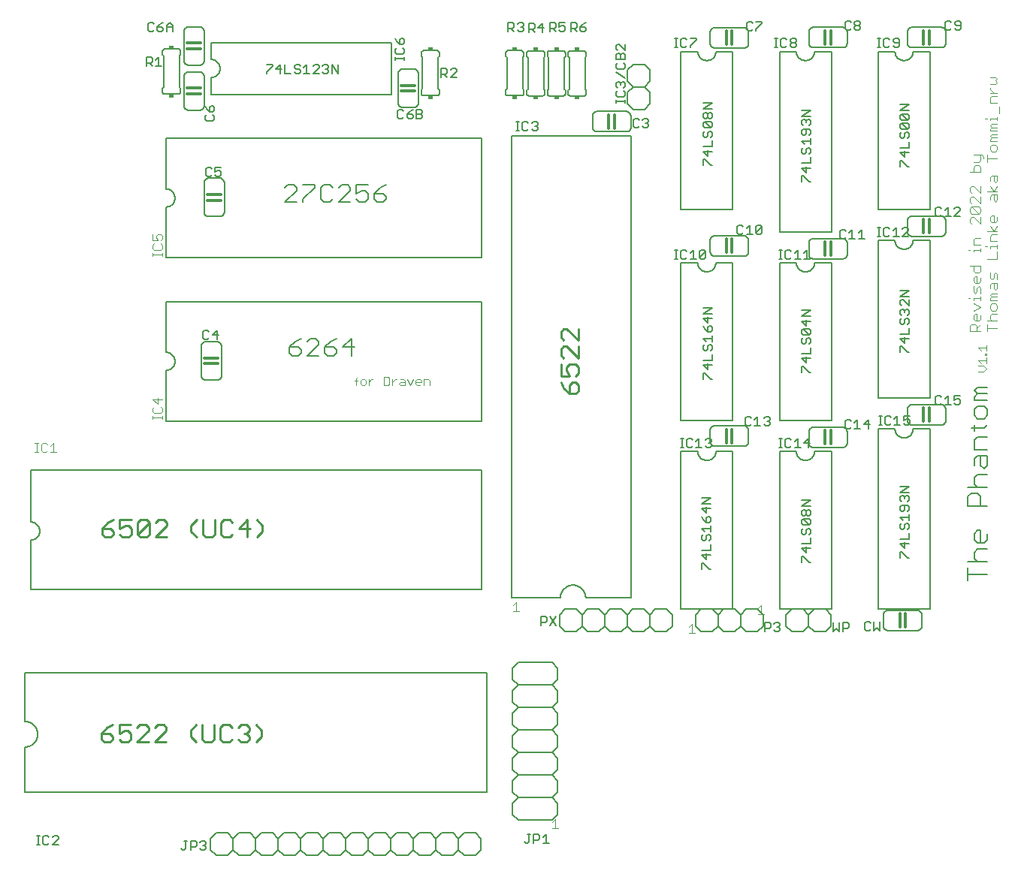
<source format=gto>
G75*
%MOIN*%
%OFA0B0*%
%FSLAX25Y25*%
%IPPOS*%
%LPD*%
%AMOC8*
5,1,8,0,0,1.08239X$1,22.5*
%
%ADD10C,0.00400*%
%ADD11C,0.00500*%
%ADD12C,0.00300*%
%ADD13C,0.00600*%
%ADD14C,0.01200*%
%ADD15C,0.00900*%
%ADD16C,0.00700*%
%ADD17R,0.02000X0.01500*%
D10*
X0008173Y0183400D02*
X0009541Y0183400D01*
X0008857Y0183400D02*
X0008857Y0187504D01*
X0008173Y0187504D02*
X0009541Y0187504D01*
X0010936Y0186820D02*
X0010936Y0184084D01*
X0011619Y0183400D01*
X0012987Y0183400D01*
X0013671Y0184084D01*
X0015079Y0183400D02*
X0017815Y0183400D01*
X0016447Y0183400D02*
X0016447Y0187504D01*
X0015079Y0186136D01*
X0013671Y0186820D02*
X0012987Y0187504D01*
X0011619Y0187504D01*
X0010936Y0186820D01*
X0060496Y0197900D02*
X0060496Y0199268D01*
X0060496Y0198584D02*
X0064600Y0198584D01*
X0064600Y0197900D02*
X0064600Y0199268D01*
X0063916Y0200662D02*
X0061180Y0200662D01*
X0060496Y0201346D01*
X0060496Y0202714D01*
X0061180Y0203398D01*
X0062548Y0204806D02*
X0060496Y0206858D01*
X0064600Y0206858D01*
X0062548Y0207542D02*
X0062548Y0204806D01*
X0063916Y0203398D02*
X0064600Y0202714D01*
X0064600Y0201346D01*
X0063916Y0200662D01*
X0064600Y0270400D02*
X0064600Y0271768D01*
X0064600Y0271084D02*
X0060496Y0271084D01*
X0060496Y0270400D02*
X0060496Y0271768D01*
X0061180Y0273162D02*
X0063916Y0273162D01*
X0064600Y0273846D01*
X0064600Y0275214D01*
X0063916Y0275898D01*
X0063916Y0277306D02*
X0064600Y0277990D01*
X0064600Y0279358D01*
X0063916Y0280042D01*
X0062548Y0280042D01*
X0061864Y0279358D01*
X0061864Y0278674D01*
X0062548Y0277306D01*
X0060496Y0277306D01*
X0060496Y0280042D01*
X0061180Y0275898D02*
X0060496Y0275214D01*
X0060496Y0273846D01*
X0061180Y0273162D01*
X0220250Y0115386D02*
X0221618Y0116754D01*
X0221618Y0112650D01*
X0220250Y0112650D02*
X0222986Y0112650D01*
X0298206Y0105786D02*
X0299574Y0107154D01*
X0299574Y0103050D01*
X0298206Y0103050D02*
X0300942Y0103050D01*
X0329000Y0111400D02*
X0331736Y0111400D01*
X0330368Y0111400D02*
X0330368Y0115504D01*
X0329000Y0114136D01*
X0239118Y0020454D02*
X0237750Y0019086D01*
X0239118Y0020454D02*
X0239118Y0016350D01*
X0237750Y0016350D02*
X0240486Y0016350D01*
X0423032Y0236994D02*
X0423032Y0239296D01*
X0423800Y0240063D01*
X0425334Y0240063D01*
X0426102Y0239296D01*
X0426102Y0236994D01*
X0427636Y0236994D02*
X0423032Y0236994D01*
X0426102Y0238528D02*
X0427636Y0240063D01*
X0426869Y0241598D02*
X0425334Y0241598D01*
X0424567Y0242365D01*
X0424567Y0243900D01*
X0425334Y0244667D01*
X0426102Y0244667D01*
X0426102Y0241598D01*
X0426869Y0241598D02*
X0427636Y0242365D01*
X0427636Y0243900D01*
X0430532Y0241598D02*
X0435136Y0241598D01*
X0432834Y0241598D02*
X0432067Y0242365D01*
X0432067Y0243900D01*
X0432834Y0244667D01*
X0435136Y0244667D01*
X0434369Y0246202D02*
X0432834Y0246202D01*
X0432067Y0246969D01*
X0432067Y0248504D01*
X0432834Y0249271D01*
X0434369Y0249271D01*
X0435136Y0248504D01*
X0435136Y0246969D01*
X0434369Y0246202D01*
X0435136Y0250805D02*
X0432067Y0250805D01*
X0432067Y0251573D01*
X0432834Y0252340D01*
X0432067Y0253107D01*
X0432834Y0253875D01*
X0435136Y0253875D01*
X0435136Y0252340D02*
X0432834Y0252340D01*
X0434369Y0255409D02*
X0433602Y0256177D01*
X0433602Y0258479D01*
X0432834Y0258479D02*
X0435136Y0258479D01*
X0435136Y0256177D01*
X0434369Y0255409D01*
X0432067Y0256177D02*
X0432067Y0257711D01*
X0432834Y0258479D01*
X0432834Y0260013D02*
X0432067Y0260781D01*
X0432067Y0263083D01*
X0433602Y0262315D02*
X0433602Y0260781D01*
X0432834Y0260013D01*
X0435136Y0260013D02*
X0435136Y0262315D01*
X0434369Y0263083D01*
X0433602Y0262315D01*
X0427636Y0260781D02*
X0427636Y0259246D01*
X0426869Y0258479D01*
X0425334Y0258479D01*
X0424567Y0259246D01*
X0424567Y0260781D01*
X0425334Y0261548D01*
X0426102Y0261548D01*
X0426102Y0258479D01*
X0426869Y0256944D02*
X0426102Y0256177D01*
X0426102Y0254642D01*
X0425334Y0253875D01*
X0424567Y0254642D01*
X0424567Y0256944D01*
X0426869Y0256944D02*
X0427636Y0256177D01*
X0427636Y0253875D01*
X0427636Y0252340D02*
X0427636Y0250805D01*
X0427636Y0251573D02*
X0424567Y0251573D01*
X0424567Y0250805D01*
X0424567Y0249271D02*
X0427636Y0247736D01*
X0424567Y0246202D01*
X0423032Y0251573D02*
X0422265Y0251573D01*
X0425334Y0263083D02*
X0424567Y0263850D01*
X0424567Y0266152D01*
X0423032Y0266152D02*
X0427636Y0266152D01*
X0427636Y0263850D01*
X0426869Y0263083D01*
X0425334Y0263083D01*
X0430532Y0269221D02*
X0435136Y0269221D01*
X0435136Y0272290D01*
X0435136Y0273825D02*
X0435136Y0275360D01*
X0435136Y0274592D02*
X0432067Y0274592D01*
X0432067Y0273825D01*
X0430532Y0274592D02*
X0429765Y0274592D01*
X0427636Y0273825D02*
X0427636Y0272290D01*
X0427636Y0273058D02*
X0424567Y0273058D01*
X0424567Y0272290D01*
X0423032Y0273058D02*
X0422265Y0273058D01*
X0424567Y0275360D02*
X0424567Y0277662D01*
X0425334Y0278429D01*
X0427636Y0278429D01*
X0427636Y0275360D02*
X0424567Y0275360D01*
X0432067Y0276894D02*
X0432067Y0279196D01*
X0432834Y0279964D01*
X0435136Y0279964D01*
X0435136Y0281498D02*
X0430532Y0281498D01*
X0432067Y0283800D02*
X0433602Y0281498D01*
X0435136Y0283800D01*
X0434369Y0285335D02*
X0432834Y0285335D01*
X0432067Y0286102D01*
X0432067Y0287637D01*
X0432834Y0288404D01*
X0433602Y0288404D01*
X0433602Y0285335D01*
X0434369Y0285335D02*
X0435136Y0286102D01*
X0435136Y0287637D01*
X0434369Y0294543D02*
X0433602Y0295310D01*
X0433602Y0297612D01*
X0432834Y0297612D02*
X0435136Y0297612D01*
X0435136Y0295310D01*
X0434369Y0294543D01*
X0432067Y0295310D02*
X0432067Y0296845D01*
X0432834Y0297612D01*
X0433602Y0299147D02*
X0432067Y0301449D01*
X0432067Y0303751D02*
X0432067Y0305285D01*
X0432834Y0306053D01*
X0435136Y0306053D01*
X0435136Y0303751D01*
X0434369Y0302983D01*
X0433602Y0303751D01*
X0433602Y0306053D01*
X0435136Y0301449D02*
X0433602Y0299147D01*
X0435136Y0299147D02*
X0430532Y0299147D01*
X0427636Y0298379D02*
X0424567Y0301449D01*
X0423800Y0301449D01*
X0423032Y0300681D01*
X0423032Y0299147D01*
X0423800Y0298379D01*
X0423800Y0296845D02*
X0423032Y0296077D01*
X0423032Y0294543D01*
X0423800Y0293775D01*
X0423800Y0292241D02*
X0426869Y0289172D01*
X0427636Y0289939D01*
X0427636Y0291473D01*
X0426869Y0292241D01*
X0423800Y0292241D01*
X0423032Y0291473D01*
X0423032Y0289939D01*
X0423800Y0289172D01*
X0426869Y0289172D01*
X0427636Y0287637D02*
X0427636Y0284568D01*
X0424567Y0287637D01*
X0423800Y0287637D01*
X0423032Y0286870D01*
X0423032Y0285335D01*
X0423800Y0284568D01*
X0427636Y0293775D02*
X0424567Y0296845D01*
X0423800Y0296845D01*
X0427636Y0296845D02*
X0427636Y0293775D01*
X0427636Y0298379D02*
X0427636Y0301449D01*
X0427636Y0307587D02*
X0423032Y0307587D01*
X0424567Y0307587D02*
X0424567Y0309889D01*
X0425334Y0310656D01*
X0426869Y0310656D01*
X0427636Y0309889D01*
X0427636Y0307587D01*
X0426869Y0312191D02*
X0427636Y0312958D01*
X0427636Y0315260D01*
X0428404Y0315260D02*
X0429171Y0314493D01*
X0429171Y0313726D01*
X0430532Y0313726D02*
X0435136Y0313726D01*
X0434369Y0316795D02*
X0435136Y0317562D01*
X0435136Y0319097D01*
X0434369Y0319864D01*
X0432834Y0319864D01*
X0432067Y0319097D01*
X0432067Y0317562D01*
X0432834Y0316795D01*
X0434369Y0316795D01*
X0430532Y0315260D02*
X0430532Y0312191D01*
X0426869Y0312191D02*
X0424567Y0312191D01*
X0424567Y0315260D02*
X0428404Y0315260D01*
X0432067Y0321399D02*
X0432067Y0322166D01*
X0432834Y0322934D01*
X0432067Y0323701D01*
X0432834Y0324468D01*
X0435136Y0324468D01*
X0435136Y0322934D02*
X0432834Y0322934D01*
X0432067Y0321399D02*
X0435136Y0321399D01*
X0435136Y0326003D02*
X0432067Y0326003D01*
X0432067Y0326770D01*
X0432834Y0327538D01*
X0432067Y0328305D01*
X0432834Y0329072D01*
X0435136Y0329072D01*
X0435136Y0327538D02*
X0432834Y0327538D01*
X0432067Y0330607D02*
X0432067Y0331374D01*
X0435136Y0331374D01*
X0435136Y0330607D02*
X0435136Y0332141D01*
X0435904Y0333676D02*
X0435904Y0336745D01*
X0435136Y0338280D02*
X0432067Y0338280D01*
X0432067Y0340582D01*
X0432834Y0341349D01*
X0435136Y0341349D01*
X0435136Y0342884D02*
X0432067Y0342884D01*
X0432067Y0344419D02*
X0432067Y0345186D01*
X0432067Y0344419D02*
X0433602Y0342884D01*
X0434369Y0346721D02*
X0432067Y0346721D01*
X0434369Y0346721D02*
X0435136Y0347488D01*
X0434369Y0348255D01*
X0435136Y0349023D01*
X0434369Y0349790D01*
X0432067Y0349790D01*
X0430532Y0331374D02*
X0429765Y0331374D01*
X0432067Y0276894D02*
X0435136Y0276894D01*
X0430532Y0240063D02*
X0430532Y0236994D01*
X0430532Y0238528D02*
X0435136Y0238528D01*
D11*
X0010384Y0009000D02*
X0009050Y0009000D01*
X0009717Y0009000D02*
X0009717Y0013003D01*
X0009050Y0013003D02*
X0010384Y0013003D01*
X0011812Y0012336D02*
X0011812Y0009667D01*
X0012480Y0009000D01*
X0013814Y0009000D01*
X0014481Y0009667D01*
X0015956Y0009000D02*
X0018625Y0011669D01*
X0018625Y0012336D01*
X0017958Y0013003D01*
X0016623Y0013003D01*
X0015956Y0012336D01*
X0014481Y0012336D02*
X0013814Y0013003D01*
X0012480Y0013003D01*
X0011812Y0012336D01*
X0015956Y0009000D02*
X0018625Y0009000D01*
X0073119Y0007267D02*
X0073787Y0006600D01*
X0074454Y0006600D01*
X0075121Y0007267D01*
X0075121Y0010603D01*
X0074454Y0010603D02*
X0075788Y0010603D01*
X0077263Y0010603D02*
X0079265Y0010603D01*
X0079932Y0009936D01*
X0079932Y0008602D01*
X0079265Y0007934D01*
X0077263Y0007934D01*
X0077263Y0006600D02*
X0077263Y0010603D01*
X0081406Y0009936D02*
X0082074Y0010603D01*
X0083408Y0010603D01*
X0084075Y0009936D01*
X0084075Y0009269D01*
X0083408Y0008602D01*
X0084075Y0007934D01*
X0084075Y0007267D01*
X0083408Y0006600D01*
X0082074Y0006600D01*
X0081406Y0007267D01*
X0082741Y0008602D02*
X0083408Y0008602D01*
X0225250Y0010317D02*
X0225917Y0009650D01*
X0226584Y0009650D01*
X0227252Y0010317D01*
X0227252Y0013653D01*
X0227919Y0013653D02*
X0226584Y0013653D01*
X0229394Y0013653D02*
X0231395Y0013653D01*
X0232062Y0012986D01*
X0232062Y0011652D01*
X0231395Y0010984D01*
X0229394Y0010984D01*
X0229394Y0009650D02*
X0229394Y0013653D01*
X0233537Y0012319D02*
X0234872Y0013653D01*
X0234872Y0009650D01*
X0236206Y0009650D02*
X0233537Y0009650D01*
X0331900Y0103850D02*
X0331900Y0107853D01*
X0333902Y0107853D01*
X0334569Y0107186D01*
X0334569Y0105852D01*
X0333902Y0105184D01*
X0331900Y0105184D01*
X0336044Y0104517D02*
X0336711Y0103850D01*
X0338045Y0103850D01*
X0338712Y0104517D01*
X0338712Y0105184D01*
X0338045Y0105852D01*
X0337378Y0105852D01*
X0338045Y0105852D02*
X0338712Y0106519D01*
X0338712Y0107186D01*
X0338045Y0107853D01*
X0336711Y0107853D01*
X0336044Y0107186D01*
X0362450Y0107853D02*
X0362450Y0103850D01*
X0363784Y0105184D01*
X0365119Y0103850D01*
X0365119Y0107853D01*
X0366594Y0107853D02*
X0368595Y0107853D01*
X0369262Y0107186D01*
X0369262Y0105852D01*
X0368595Y0105184D01*
X0366594Y0105184D01*
X0366594Y0103850D02*
X0366594Y0107853D01*
X0376363Y0107486D02*
X0376363Y0104817D01*
X0377030Y0104150D01*
X0378365Y0104150D01*
X0379032Y0104817D01*
X0380506Y0104150D02*
X0380506Y0108153D01*
X0379032Y0107486D02*
X0378365Y0108153D01*
X0377030Y0108153D01*
X0376363Y0107486D01*
X0380506Y0104150D02*
X0381841Y0105484D01*
X0383175Y0104150D01*
X0383175Y0108153D01*
X0352400Y0134445D02*
X0351733Y0134445D01*
X0349064Y0137114D01*
X0348397Y0137114D01*
X0348397Y0134445D01*
X0350398Y0138589D02*
X0350398Y0141258D01*
X0348397Y0140590D02*
X0352400Y0140590D01*
X0352400Y0142732D02*
X0352400Y0145401D01*
X0351733Y0146876D02*
X0352400Y0147543D01*
X0352400Y0148878D01*
X0351733Y0149545D01*
X0351066Y0149545D01*
X0350398Y0148878D01*
X0350398Y0147543D01*
X0349731Y0146876D01*
X0349064Y0146876D01*
X0348397Y0147543D01*
X0348397Y0148878D01*
X0349064Y0149545D01*
X0349064Y0151019D02*
X0348397Y0151687D01*
X0348397Y0153021D01*
X0349064Y0153688D01*
X0351733Y0151019D01*
X0352400Y0151687D01*
X0352400Y0153021D01*
X0351733Y0153688D01*
X0349064Y0153688D01*
X0349064Y0155163D02*
X0348397Y0155830D01*
X0348397Y0157165D01*
X0349064Y0157832D01*
X0349731Y0157832D01*
X0350398Y0157165D01*
X0350398Y0155830D01*
X0349731Y0155163D01*
X0349064Y0155163D01*
X0350398Y0155830D02*
X0351066Y0155163D01*
X0351733Y0155163D01*
X0352400Y0155830D01*
X0352400Y0157165D01*
X0351733Y0157832D01*
X0351066Y0157832D01*
X0350398Y0157165D01*
X0348397Y0159306D02*
X0352400Y0161975D01*
X0348397Y0161975D01*
X0348397Y0159306D02*
X0352400Y0159306D01*
X0351733Y0151019D02*
X0349064Y0151019D01*
X0348397Y0142732D02*
X0352400Y0142732D01*
X0348397Y0140590D02*
X0350398Y0138589D01*
X0392147Y0139171D02*
X0392814Y0139171D01*
X0395483Y0136502D01*
X0396150Y0136502D01*
X0392147Y0136502D02*
X0392147Y0139171D01*
X0394148Y0140645D02*
X0392147Y0142647D01*
X0396150Y0142647D01*
X0394148Y0143314D02*
X0394148Y0140645D01*
X0392147Y0144789D02*
X0396150Y0144789D01*
X0396150Y0147458D01*
X0395483Y0148932D02*
X0396150Y0149600D01*
X0396150Y0150934D01*
X0395483Y0151601D01*
X0394816Y0151601D01*
X0394148Y0150934D01*
X0394148Y0149600D01*
X0393481Y0148932D01*
X0392814Y0148932D01*
X0392147Y0149600D01*
X0392147Y0150934D01*
X0392814Y0151601D01*
X0393481Y0153076D02*
X0392147Y0154410D01*
X0396150Y0154410D01*
X0396150Y0153076D02*
X0396150Y0155745D01*
X0395483Y0157219D02*
X0396150Y0157887D01*
X0396150Y0159221D01*
X0395483Y0159888D01*
X0392814Y0159888D01*
X0392147Y0159221D01*
X0392147Y0157887D01*
X0392814Y0157219D01*
X0393481Y0157219D01*
X0394148Y0157887D01*
X0394148Y0159888D01*
X0392814Y0161363D02*
X0392147Y0162030D01*
X0392147Y0163365D01*
X0392814Y0164032D01*
X0393481Y0164032D01*
X0394148Y0163365D01*
X0394816Y0164032D01*
X0395483Y0164032D01*
X0396150Y0163365D01*
X0396150Y0162030D01*
X0395483Y0161363D01*
X0394148Y0162697D02*
X0394148Y0163365D01*
X0392147Y0165506D02*
X0396150Y0165506D01*
X0396150Y0168175D02*
X0392147Y0168175D01*
X0392147Y0165506D02*
X0396150Y0168175D01*
X0422143Y0167785D02*
X0430650Y0167785D01*
X0426396Y0167785D02*
X0424978Y0169203D01*
X0424978Y0172039D01*
X0426396Y0173457D01*
X0430650Y0173457D01*
X0429232Y0176072D02*
X0427814Y0177490D01*
X0427814Y0181744D01*
X0426396Y0181744D02*
X0430650Y0181744D01*
X0430650Y0177490D01*
X0429232Y0176072D01*
X0424978Y0177490D02*
X0424978Y0180326D01*
X0426396Y0181744D01*
X0424978Y0184360D02*
X0424978Y0188613D01*
X0426396Y0190031D01*
X0430650Y0190031D01*
X0429232Y0194065D02*
X0430650Y0195482D01*
X0429232Y0194065D02*
X0423561Y0194065D01*
X0424978Y0195482D02*
X0424978Y0192647D01*
X0426396Y0198171D02*
X0429232Y0198171D01*
X0430650Y0199589D01*
X0430650Y0202425D01*
X0429232Y0203843D01*
X0426396Y0203843D01*
X0424978Y0202425D01*
X0424978Y0199589D01*
X0426396Y0198171D01*
X0424978Y0206458D02*
X0424978Y0207876D01*
X0426396Y0209294D01*
X0424978Y0210712D01*
X0426396Y0212130D01*
X0430650Y0212130D01*
X0430650Y0209294D02*
X0426396Y0209294D01*
X0424978Y0206458D02*
X0430650Y0206458D01*
X0418706Y0206452D02*
X0418706Y0205117D01*
X0418039Y0204450D01*
X0416704Y0204450D01*
X0416037Y0205117D01*
X0416037Y0206452D02*
X0417372Y0207119D01*
X0418039Y0207119D01*
X0418706Y0206452D01*
X0418706Y0208453D02*
X0416037Y0208453D01*
X0416037Y0206452D01*
X0414562Y0204450D02*
X0411894Y0204450D01*
X0413228Y0204450D02*
X0413228Y0208453D01*
X0411894Y0207119D01*
X0410419Y0207786D02*
X0409752Y0208453D01*
X0408417Y0208453D01*
X0407750Y0207786D01*
X0407750Y0205117D01*
X0408417Y0204450D01*
X0409752Y0204450D01*
X0410419Y0205117D01*
X0396268Y0199453D02*
X0393599Y0199453D01*
X0393599Y0197452D01*
X0394934Y0198119D01*
X0395601Y0198119D01*
X0396268Y0197452D01*
X0396268Y0196117D01*
X0395601Y0195450D01*
X0394267Y0195450D01*
X0393599Y0196117D01*
X0392125Y0195450D02*
X0389456Y0195450D01*
X0390790Y0195450D02*
X0390790Y0199453D01*
X0389456Y0198119D01*
X0387981Y0198786D02*
X0387314Y0199453D01*
X0385980Y0199453D01*
X0385312Y0198786D01*
X0385312Y0196117D01*
X0385980Y0195450D01*
X0387314Y0195450D01*
X0387981Y0196117D01*
X0383884Y0195450D02*
X0382550Y0195450D01*
X0383217Y0195450D02*
X0383217Y0199453D01*
X0382550Y0199453D02*
X0383884Y0199453D01*
X0377939Y0197803D02*
X0375937Y0195802D01*
X0378606Y0195802D01*
X0377939Y0197803D02*
X0377939Y0193800D01*
X0374462Y0193800D02*
X0371794Y0193800D01*
X0373128Y0193800D02*
X0373128Y0197803D01*
X0371794Y0196469D01*
X0370319Y0197136D02*
X0369652Y0197803D01*
X0368317Y0197803D01*
X0367650Y0197136D01*
X0367650Y0194467D01*
X0368317Y0193800D01*
X0369652Y0193800D01*
X0370319Y0194467D01*
X0352018Y0187452D02*
X0349349Y0187452D01*
X0351351Y0189453D01*
X0351351Y0185450D01*
X0347875Y0185450D02*
X0345206Y0185450D01*
X0346540Y0185450D02*
X0346540Y0189453D01*
X0345206Y0188119D01*
X0343731Y0188786D02*
X0343064Y0189453D01*
X0341730Y0189453D01*
X0341062Y0188786D01*
X0341062Y0186117D01*
X0341730Y0185450D01*
X0343064Y0185450D01*
X0343731Y0186117D01*
X0339634Y0185450D02*
X0338300Y0185450D01*
X0338967Y0185450D02*
X0338967Y0189453D01*
X0338300Y0189453D02*
X0339634Y0189453D01*
X0333639Y0194950D02*
X0332304Y0194950D01*
X0331637Y0195617D01*
X0330162Y0194950D02*
X0327494Y0194950D01*
X0328828Y0194950D02*
X0328828Y0198953D01*
X0327494Y0197619D01*
X0326019Y0198286D02*
X0325352Y0198953D01*
X0324017Y0198953D01*
X0323350Y0198286D01*
X0323350Y0195617D01*
X0324017Y0194950D01*
X0325352Y0194950D01*
X0326019Y0195617D01*
X0331637Y0198286D02*
X0332304Y0198953D01*
X0333639Y0198953D01*
X0334306Y0198286D01*
X0334306Y0197619D01*
X0333639Y0196952D01*
X0334306Y0196284D01*
X0334306Y0195617D01*
X0333639Y0194950D01*
X0333639Y0196952D02*
X0332972Y0196952D01*
X0348397Y0218795D02*
X0348397Y0221464D01*
X0349064Y0221464D01*
X0351733Y0218795D01*
X0352400Y0218795D01*
X0350398Y0222939D02*
X0350398Y0225608D01*
X0348397Y0224940D02*
X0352400Y0224940D01*
X0352400Y0227082D02*
X0348397Y0227082D01*
X0348397Y0224940D02*
X0350398Y0222939D01*
X0352400Y0227082D02*
X0352400Y0229751D01*
X0351733Y0231226D02*
X0352400Y0231893D01*
X0352400Y0233228D01*
X0351733Y0233895D01*
X0351066Y0233895D01*
X0350398Y0233228D01*
X0350398Y0231893D01*
X0349731Y0231226D01*
X0349064Y0231226D01*
X0348397Y0231893D01*
X0348397Y0233228D01*
X0349064Y0233895D01*
X0349064Y0235369D02*
X0348397Y0236037D01*
X0348397Y0237371D01*
X0349064Y0238038D01*
X0351733Y0235369D01*
X0352400Y0236037D01*
X0352400Y0237371D01*
X0351733Y0238038D01*
X0349064Y0238038D01*
X0350398Y0239513D02*
X0348397Y0241515D01*
X0352400Y0241515D01*
X0350398Y0242182D02*
X0350398Y0239513D01*
X0351733Y0235369D02*
X0349064Y0235369D01*
X0348397Y0243656D02*
X0352400Y0246325D01*
X0348397Y0246325D01*
X0348397Y0243656D02*
X0352400Y0243656D01*
X0352018Y0269200D02*
X0349349Y0269200D01*
X0350684Y0269200D02*
X0350684Y0273203D01*
X0349349Y0271869D01*
X0347875Y0269200D02*
X0345206Y0269200D01*
X0346540Y0269200D02*
X0346540Y0273203D01*
X0345206Y0271869D01*
X0343731Y0272536D02*
X0343064Y0273203D01*
X0341730Y0273203D01*
X0341062Y0272536D01*
X0341062Y0269867D01*
X0341730Y0269200D01*
X0343064Y0269200D01*
X0343731Y0269867D01*
X0339634Y0269200D02*
X0338300Y0269200D01*
X0338967Y0269200D02*
X0338967Y0273203D01*
X0338300Y0273203D02*
X0339634Y0273203D01*
X0330706Y0280567D02*
X0330039Y0279900D01*
X0328704Y0279900D01*
X0328037Y0280567D01*
X0330706Y0283236D01*
X0330706Y0280567D01*
X0328037Y0280567D02*
X0328037Y0283236D01*
X0328704Y0283903D01*
X0330039Y0283903D01*
X0330706Y0283236D01*
X0326562Y0279900D02*
X0323894Y0279900D01*
X0325228Y0279900D02*
X0325228Y0283903D01*
X0323894Y0282569D01*
X0322419Y0283236D02*
X0321752Y0283903D01*
X0320417Y0283903D01*
X0319750Y0283236D01*
X0319750Y0280567D01*
X0320417Y0279900D01*
X0321752Y0279900D01*
X0322419Y0280567D01*
X0305768Y0272536D02*
X0305768Y0269867D01*
X0305101Y0269200D01*
X0303767Y0269200D01*
X0303099Y0269867D01*
X0305768Y0272536D01*
X0305101Y0273203D01*
X0303767Y0273203D01*
X0303099Y0272536D01*
X0303099Y0269867D01*
X0301625Y0269200D02*
X0298956Y0269200D01*
X0300290Y0269200D02*
X0300290Y0273203D01*
X0298956Y0271869D01*
X0297481Y0272536D02*
X0296814Y0273203D01*
X0295480Y0273203D01*
X0294812Y0272536D01*
X0294812Y0269867D01*
X0295480Y0269200D01*
X0296814Y0269200D01*
X0297481Y0269867D01*
X0293384Y0269200D02*
X0292050Y0269200D01*
X0292717Y0269200D02*
X0292717Y0273203D01*
X0292050Y0273203D02*
X0293384Y0273203D01*
X0304647Y0247525D02*
X0308650Y0247525D01*
X0304647Y0244856D01*
X0308650Y0244856D01*
X0308650Y0242715D02*
X0304647Y0242715D01*
X0306648Y0240713D01*
X0306648Y0243382D01*
X0307316Y0239238D02*
X0306648Y0238571D01*
X0306648Y0236569D01*
X0307983Y0236569D01*
X0308650Y0237237D01*
X0308650Y0238571D01*
X0307983Y0239238D01*
X0307316Y0239238D01*
X0305314Y0237904D02*
X0306648Y0236569D01*
X0305314Y0237904D02*
X0304647Y0239238D01*
X0308650Y0235095D02*
X0308650Y0232426D01*
X0308650Y0233760D02*
X0304647Y0233760D01*
X0305981Y0232426D01*
X0305314Y0230951D02*
X0304647Y0230284D01*
X0304647Y0228950D01*
X0305314Y0228282D01*
X0305981Y0228282D01*
X0306648Y0228950D01*
X0306648Y0230284D01*
X0307316Y0230951D01*
X0307983Y0230951D01*
X0308650Y0230284D01*
X0308650Y0228950D01*
X0307983Y0228282D01*
X0308650Y0226808D02*
X0308650Y0224139D01*
X0304647Y0224139D01*
X0304647Y0221997D02*
X0306648Y0219995D01*
X0306648Y0222664D01*
X0304647Y0221997D02*
X0308650Y0221997D01*
X0305314Y0218521D02*
X0304647Y0218521D01*
X0304647Y0215852D01*
X0305314Y0218521D02*
X0307983Y0215852D01*
X0308650Y0215852D01*
X0307601Y0189453D02*
X0308268Y0188786D01*
X0308268Y0188119D01*
X0307601Y0187452D01*
X0308268Y0186784D01*
X0308268Y0186117D01*
X0307601Y0185450D01*
X0306267Y0185450D01*
X0305599Y0186117D01*
X0304125Y0185450D02*
X0301456Y0185450D01*
X0302790Y0185450D02*
X0302790Y0189453D01*
X0301456Y0188119D01*
X0299981Y0188786D02*
X0299314Y0189453D01*
X0297980Y0189453D01*
X0297312Y0188786D01*
X0297312Y0186117D01*
X0297980Y0185450D01*
X0299314Y0185450D01*
X0299981Y0186117D01*
X0295884Y0185450D02*
X0294550Y0185450D01*
X0295217Y0185450D02*
X0295217Y0189453D01*
X0294550Y0189453D02*
X0295884Y0189453D01*
X0305599Y0188786D02*
X0306267Y0189453D01*
X0307601Y0189453D01*
X0307601Y0187452D02*
X0306934Y0187452D01*
X0308050Y0163175D02*
X0304047Y0163175D01*
X0304047Y0160506D02*
X0308050Y0163175D01*
X0308050Y0160506D02*
X0304047Y0160506D01*
X0304047Y0158365D02*
X0306048Y0156363D01*
X0306048Y0159032D01*
X0304047Y0158365D02*
X0308050Y0158365D01*
X0307383Y0154888D02*
X0306716Y0154888D01*
X0306048Y0154221D01*
X0306048Y0152219D01*
X0307383Y0152219D01*
X0308050Y0152887D01*
X0308050Y0154221D01*
X0307383Y0154888D01*
X0304714Y0153554D02*
X0306048Y0152219D01*
X0304714Y0153554D02*
X0304047Y0154888D01*
X0304047Y0149410D02*
X0308050Y0149410D01*
X0308050Y0148076D02*
X0308050Y0150745D01*
X0305381Y0148076D02*
X0304047Y0149410D01*
X0304714Y0146601D02*
X0304047Y0145934D01*
X0304047Y0144600D01*
X0304714Y0143932D01*
X0305381Y0143932D01*
X0306048Y0144600D01*
X0306048Y0145934D01*
X0306716Y0146601D01*
X0307383Y0146601D01*
X0308050Y0145934D01*
X0308050Y0144600D01*
X0307383Y0143932D01*
X0308050Y0142458D02*
X0308050Y0139789D01*
X0304047Y0139789D01*
X0304047Y0137647D02*
X0306048Y0135645D01*
X0306048Y0138314D01*
X0304047Y0137647D02*
X0308050Y0137647D01*
X0304714Y0134171D02*
X0307383Y0131502D01*
X0308050Y0131502D01*
X0304047Y0131502D02*
X0304047Y0134171D01*
X0304714Y0134171D01*
X0239375Y0110453D02*
X0236706Y0106450D01*
X0235232Y0108452D02*
X0234565Y0107784D01*
X0232563Y0107784D01*
X0232563Y0106450D02*
X0232563Y0110453D01*
X0234565Y0110453D01*
X0235232Y0109786D01*
X0235232Y0108452D01*
X0236706Y0110453D02*
X0239375Y0106450D01*
X0392147Y0227595D02*
X0392147Y0230264D01*
X0392814Y0230264D01*
X0395483Y0227595D01*
X0396150Y0227595D01*
X0394148Y0231739D02*
X0392147Y0233740D01*
X0396150Y0233740D01*
X0394148Y0234408D02*
X0394148Y0231739D01*
X0392147Y0235882D02*
X0396150Y0235882D01*
X0396150Y0238551D01*
X0395483Y0240026D02*
X0396150Y0240693D01*
X0396150Y0242028D01*
X0395483Y0242695D01*
X0394816Y0242695D01*
X0394148Y0242028D01*
X0394148Y0240693D01*
X0393481Y0240026D01*
X0392814Y0240026D01*
X0392147Y0240693D01*
X0392147Y0242028D01*
X0392814Y0242695D01*
X0392814Y0244169D02*
X0392147Y0244837D01*
X0392147Y0246171D01*
X0392814Y0246838D01*
X0393481Y0246838D01*
X0394148Y0246171D01*
X0394816Y0246838D01*
X0395483Y0246838D01*
X0396150Y0246171D01*
X0396150Y0244837D01*
X0395483Y0244169D01*
X0394148Y0245504D02*
X0394148Y0246171D01*
X0392814Y0248313D02*
X0392147Y0248980D01*
X0392147Y0250315D01*
X0392814Y0250982D01*
X0393481Y0250982D01*
X0396150Y0248313D01*
X0396150Y0250982D01*
X0396150Y0252456D02*
X0392147Y0252456D01*
X0396150Y0255125D01*
X0392147Y0255125D01*
X0391625Y0279200D02*
X0388956Y0279200D01*
X0390290Y0279200D02*
X0390290Y0283203D01*
X0388956Y0281869D01*
X0387481Y0282536D02*
X0386814Y0283203D01*
X0385480Y0283203D01*
X0384812Y0282536D01*
X0384812Y0279867D01*
X0385480Y0279200D01*
X0386814Y0279200D01*
X0387481Y0279867D01*
X0383384Y0279200D02*
X0382050Y0279200D01*
X0382717Y0279200D02*
X0382717Y0283203D01*
X0382050Y0283203D02*
X0383384Y0283203D01*
X0376206Y0278150D02*
X0373537Y0278150D01*
X0374872Y0278150D02*
X0374872Y0282153D01*
X0373537Y0280819D01*
X0372062Y0278150D02*
X0369394Y0278150D01*
X0370728Y0278150D02*
X0370728Y0282153D01*
X0369394Y0280819D01*
X0367919Y0281486D02*
X0367252Y0282153D01*
X0365917Y0282153D01*
X0365250Y0281486D01*
X0365250Y0278817D01*
X0365917Y0278150D01*
X0367252Y0278150D01*
X0367919Y0278817D01*
X0393099Y0279200D02*
X0395768Y0281869D01*
X0395768Y0282536D01*
X0395101Y0283203D01*
X0393767Y0283203D01*
X0393099Y0282536D01*
X0393099Y0279200D02*
X0395768Y0279200D01*
X0407800Y0288817D02*
X0408467Y0288150D01*
X0409802Y0288150D01*
X0410469Y0288817D01*
X0411944Y0288150D02*
X0414612Y0288150D01*
X0413278Y0288150D02*
X0413278Y0292153D01*
X0411944Y0290819D01*
X0410469Y0291486D02*
X0409802Y0292153D01*
X0408467Y0292153D01*
X0407800Y0291486D01*
X0407800Y0288817D01*
X0416087Y0288150D02*
X0418756Y0290819D01*
X0418756Y0291486D01*
X0418089Y0292153D01*
X0416754Y0292153D01*
X0416087Y0291486D01*
X0416087Y0288150D02*
X0418756Y0288150D01*
X0396150Y0310145D02*
X0395483Y0310145D01*
X0392814Y0312814D01*
X0392147Y0312814D01*
X0392147Y0310145D01*
X0394148Y0314289D02*
X0392147Y0316290D01*
X0396150Y0316290D01*
X0394148Y0316958D02*
X0394148Y0314289D01*
X0392147Y0318432D02*
X0396150Y0318432D01*
X0396150Y0321101D01*
X0395483Y0322576D02*
X0396150Y0323243D01*
X0396150Y0324578D01*
X0395483Y0325245D01*
X0394816Y0325245D01*
X0394148Y0324578D01*
X0394148Y0323243D01*
X0393481Y0322576D01*
X0392814Y0322576D01*
X0392147Y0323243D01*
X0392147Y0324578D01*
X0392814Y0325245D01*
X0392814Y0326719D02*
X0392147Y0327387D01*
X0392147Y0328721D01*
X0392814Y0329388D01*
X0395483Y0326719D01*
X0396150Y0327387D01*
X0396150Y0328721D01*
X0395483Y0329388D01*
X0392814Y0329388D01*
X0392814Y0330863D02*
X0392147Y0331530D01*
X0392147Y0332865D01*
X0392814Y0333532D01*
X0395483Y0330863D01*
X0396150Y0331530D01*
X0396150Y0332865D01*
X0395483Y0333532D01*
X0392814Y0333532D01*
X0392147Y0335006D02*
X0396150Y0337675D01*
X0392147Y0337675D01*
X0392147Y0335006D02*
X0396150Y0335006D01*
X0395483Y0330863D02*
X0392814Y0330863D01*
X0392814Y0326719D02*
X0395483Y0326719D01*
X0390958Y0362950D02*
X0391625Y0363617D01*
X0391625Y0366286D01*
X0390958Y0366953D01*
X0389623Y0366953D01*
X0388956Y0366286D01*
X0388956Y0365619D01*
X0389623Y0364952D01*
X0391625Y0364952D01*
X0390958Y0362950D02*
X0389623Y0362950D01*
X0388956Y0363617D01*
X0387481Y0363617D02*
X0386814Y0362950D01*
X0385480Y0362950D01*
X0384812Y0363617D01*
X0384812Y0366286D01*
X0385480Y0366953D01*
X0386814Y0366953D01*
X0387481Y0366286D01*
X0383384Y0366953D02*
X0382050Y0366953D01*
X0382717Y0366953D02*
X0382717Y0362950D01*
X0382050Y0362950D02*
X0383384Y0362950D01*
X0374512Y0371317D02*
X0373845Y0370650D01*
X0372511Y0370650D01*
X0371844Y0371317D01*
X0371844Y0371984D01*
X0372511Y0372652D01*
X0373845Y0372652D01*
X0374512Y0371984D01*
X0374512Y0371317D01*
X0373845Y0372652D02*
X0374512Y0373319D01*
X0374512Y0373986D01*
X0373845Y0374653D01*
X0372511Y0374653D01*
X0371844Y0373986D01*
X0371844Y0373319D01*
X0372511Y0372652D01*
X0370369Y0373986D02*
X0369702Y0374653D01*
X0368367Y0374653D01*
X0367700Y0373986D01*
X0367700Y0371317D01*
X0368367Y0370650D01*
X0369702Y0370650D01*
X0370369Y0371317D01*
X0345875Y0366286D02*
X0345875Y0365619D01*
X0345208Y0364952D01*
X0343873Y0364952D01*
X0343206Y0365619D01*
X0343206Y0366286D01*
X0343873Y0366953D01*
X0345208Y0366953D01*
X0345875Y0366286D01*
X0345208Y0364952D02*
X0345875Y0364284D01*
X0345875Y0363617D01*
X0345208Y0362950D01*
X0343873Y0362950D01*
X0343206Y0363617D01*
X0343206Y0364284D01*
X0343873Y0364952D01*
X0341731Y0366286D02*
X0341064Y0366953D01*
X0339730Y0366953D01*
X0339062Y0366286D01*
X0339062Y0363617D01*
X0339730Y0362950D01*
X0341064Y0362950D01*
X0341731Y0363617D01*
X0337634Y0362950D02*
X0336300Y0362950D01*
X0336967Y0362950D02*
X0336967Y0366953D01*
X0336300Y0366953D02*
X0337634Y0366953D01*
X0330762Y0373836D02*
X0330762Y0374503D01*
X0328094Y0374503D01*
X0326619Y0373836D02*
X0325952Y0374503D01*
X0324617Y0374503D01*
X0323950Y0373836D01*
X0323950Y0371167D01*
X0324617Y0370500D01*
X0325952Y0370500D01*
X0326619Y0371167D01*
X0328094Y0371167D02*
X0328094Y0370500D01*
X0328094Y0371167D02*
X0330762Y0373836D01*
X0301625Y0366953D02*
X0301625Y0366286D01*
X0298956Y0363617D01*
X0298956Y0362950D01*
X0297481Y0363617D02*
X0296814Y0362950D01*
X0295480Y0362950D01*
X0294812Y0363617D01*
X0294812Y0366286D01*
X0295480Y0366953D01*
X0296814Y0366953D01*
X0297481Y0366286D01*
X0298956Y0366953D02*
X0301625Y0366953D01*
X0293384Y0366953D02*
X0292050Y0366953D01*
X0292717Y0366953D02*
X0292717Y0362950D01*
X0292050Y0362950D02*
X0293384Y0362950D01*
X0270100Y0361730D02*
X0267431Y0364399D01*
X0266764Y0364399D01*
X0266097Y0363732D01*
X0266097Y0362397D01*
X0266764Y0361730D01*
X0266764Y0360255D02*
X0267431Y0360255D01*
X0268098Y0359588D01*
X0268098Y0357587D01*
X0266764Y0356112D02*
X0266097Y0355445D01*
X0266097Y0354110D01*
X0266764Y0353443D01*
X0269433Y0353443D01*
X0270100Y0354110D01*
X0270100Y0355445D01*
X0269433Y0356112D01*
X0270100Y0357587D02*
X0266097Y0357587D01*
X0266097Y0359588D01*
X0266764Y0360255D01*
X0268098Y0359588D02*
X0268766Y0360255D01*
X0269433Y0360255D01*
X0270100Y0359588D01*
X0270100Y0357587D01*
X0270100Y0361730D02*
X0270100Y0364399D01*
X0266097Y0351968D02*
X0270100Y0349299D01*
X0269433Y0347825D02*
X0270100Y0347158D01*
X0270100Y0345823D01*
X0269433Y0345156D01*
X0269433Y0343681D02*
X0270100Y0343014D01*
X0270100Y0341680D01*
X0269433Y0341012D01*
X0266764Y0341012D01*
X0266097Y0341680D01*
X0266097Y0343014D01*
X0266764Y0343681D01*
X0266764Y0345156D02*
X0266097Y0345823D01*
X0266097Y0347158D01*
X0266764Y0347825D01*
X0267431Y0347825D01*
X0268098Y0347158D01*
X0268766Y0347825D01*
X0269433Y0347825D01*
X0268098Y0347158D02*
X0268098Y0346490D01*
X0266097Y0339584D02*
X0266097Y0338250D01*
X0266097Y0338917D02*
X0270100Y0338917D01*
X0270100Y0338250D02*
X0270100Y0339584D01*
X0274217Y0331453D02*
X0273550Y0330786D01*
X0273550Y0328117D01*
X0274217Y0327450D01*
X0275552Y0327450D01*
X0276219Y0328117D01*
X0277694Y0328117D02*
X0278361Y0327450D01*
X0279695Y0327450D01*
X0280362Y0328117D01*
X0280362Y0328784D01*
X0279695Y0329452D01*
X0279028Y0329452D01*
X0279695Y0329452D02*
X0280362Y0330119D01*
X0280362Y0330786D01*
X0279695Y0331453D01*
X0278361Y0331453D01*
X0277694Y0330786D01*
X0276219Y0330786D02*
X0275552Y0331453D01*
X0274217Y0331453D01*
X0304647Y0332130D02*
X0304647Y0333465D01*
X0305314Y0334132D01*
X0305981Y0334132D01*
X0306648Y0333465D01*
X0306648Y0332130D01*
X0305981Y0331463D01*
X0305314Y0331463D01*
X0304647Y0332130D01*
X0306648Y0332130D02*
X0307316Y0331463D01*
X0307983Y0331463D01*
X0308650Y0332130D01*
X0308650Y0333465D01*
X0307983Y0334132D01*
X0307316Y0334132D01*
X0306648Y0333465D01*
X0304647Y0335606D02*
X0308650Y0335606D01*
X0308650Y0338275D02*
X0304647Y0338275D01*
X0304647Y0335606D02*
X0308650Y0338275D01*
X0307983Y0329988D02*
X0308650Y0329321D01*
X0308650Y0327987D01*
X0307983Y0327319D01*
X0305314Y0329988D01*
X0307983Y0329988D01*
X0307983Y0327319D02*
X0305314Y0327319D01*
X0304647Y0327987D01*
X0304647Y0329321D01*
X0305314Y0329988D01*
X0305314Y0325845D02*
X0304647Y0325178D01*
X0304647Y0323843D01*
X0305314Y0323176D01*
X0305981Y0323176D01*
X0306648Y0323843D01*
X0306648Y0325178D01*
X0307316Y0325845D01*
X0307983Y0325845D01*
X0308650Y0325178D01*
X0308650Y0323843D01*
X0307983Y0323176D01*
X0308650Y0321701D02*
X0308650Y0319032D01*
X0304647Y0319032D01*
X0304647Y0316890D02*
X0306648Y0314889D01*
X0306648Y0317558D01*
X0304647Y0316890D02*
X0308650Y0316890D01*
X0305314Y0313414D02*
X0304647Y0313414D01*
X0304647Y0310745D01*
X0305314Y0313414D02*
X0307983Y0310745D01*
X0308650Y0310745D01*
X0348397Y0311689D02*
X0352400Y0311689D01*
X0352400Y0314358D01*
X0351733Y0315832D02*
X0352400Y0316500D01*
X0352400Y0317834D01*
X0351733Y0318501D01*
X0351066Y0318501D01*
X0350398Y0317834D01*
X0350398Y0316500D01*
X0349731Y0315832D01*
X0349064Y0315832D01*
X0348397Y0316500D01*
X0348397Y0317834D01*
X0349064Y0318501D01*
X0349731Y0319976D02*
X0348397Y0321310D01*
X0352400Y0321310D01*
X0352400Y0319976D02*
X0352400Y0322645D01*
X0351733Y0324119D02*
X0352400Y0324787D01*
X0352400Y0326121D01*
X0351733Y0326788D01*
X0349064Y0326788D01*
X0348397Y0326121D01*
X0348397Y0324787D01*
X0349064Y0324119D01*
X0349731Y0324119D01*
X0350398Y0324787D01*
X0350398Y0326788D01*
X0349064Y0328263D02*
X0348397Y0328930D01*
X0348397Y0330265D01*
X0349064Y0330932D01*
X0349731Y0330932D01*
X0350398Y0330265D01*
X0351066Y0330932D01*
X0351733Y0330932D01*
X0352400Y0330265D01*
X0352400Y0328930D01*
X0351733Y0328263D01*
X0350398Y0329597D02*
X0350398Y0330265D01*
X0348397Y0332406D02*
X0352400Y0332406D01*
X0352400Y0335075D02*
X0348397Y0335075D01*
X0348397Y0332406D02*
X0352400Y0335075D01*
X0350398Y0310214D02*
X0350398Y0307545D01*
X0348397Y0309547D01*
X0352400Y0309547D01*
X0349064Y0306071D02*
X0348397Y0306071D01*
X0348397Y0303402D01*
X0349064Y0306071D02*
X0351733Y0303402D01*
X0352400Y0303402D01*
X0412717Y0370650D02*
X0414052Y0370650D01*
X0414719Y0371317D01*
X0416194Y0371317D02*
X0416861Y0370650D01*
X0418195Y0370650D01*
X0418862Y0371317D01*
X0418862Y0373986D01*
X0418195Y0374653D01*
X0416861Y0374653D01*
X0416194Y0373986D01*
X0416194Y0373319D01*
X0416861Y0372652D01*
X0418862Y0372652D01*
X0414719Y0373986D02*
X0414052Y0374653D01*
X0412717Y0374653D01*
X0412050Y0373986D01*
X0412050Y0371317D01*
X0412717Y0370650D01*
X0252712Y0370767D02*
X0252045Y0370100D01*
X0250711Y0370100D01*
X0250044Y0370767D01*
X0250044Y0372102D01*
X0252045Y0372102D01*
X0252712Y0371434D01*
X0252712Y0370767D01*
X0251378Y0373436D02*
X0250044Y0372102D01*
X0248569Y0372102D02*
X0247902Y0371434D01*
X0245900Y0371434D01*
X0245900Y0370100D02*
X0245900Y0374103D01*
X0247902Y0374103D01*
X0248569Y0373436D01*
X0248569Y0372102D01*
X0247234Y0371434D02*
X0248569Y0370100D01*
X0251378Y0373436D02*
X0252712Y0374103D01*
X0243512Y0374103D02*
X0240844Y0374103D01*
X0240844Y0372102D01*
X0242178Y0372769D01*
X0242845Y0372769D01*
X0243512Y0372102D01*
X0243512Y0370767D01*
X0242845Y0370100D01*
X0241511Y0370100D01*
X0240844Y0370767D01*
X0239369Y0370100D02*
X0238034Y0371434D01*
X0238702Y0371434D02*
X0236700Y0371434D01*
X0236700Y0370100D02*
X0236700Y0374103D01*
X0238702Y0374103D01*
X0239369Y0373436D01*
X0239369Y0372102D01*
X0238702Y0371434D01*
X0234012Y0371852D02*
X0231344Y0371852D01*
X0233345Y0373853D01*
X0233345Y0369850D01*
X0229869Y0369850D02*
X0228534Y0371184D01*
X0229202Y0371184D02*
X0227200Y0371184D01*
X0227200Y0369850D02*
X0227200Y0373853D01*
X0229202Y0373853D01*
X0229869Y0373186D01*
X0229869Y0371852D01*
X0229202Y0371184D01*
X0224962Y0371384D02*
X0224962Y0370717D01*
X0224295Y0370050D01*
X0222961Y0370050D01*
X0222294Y0370717D01*
X0220819Y0370050D02*
X0219484Y0371384D01*
X0220152Y0371384D02*
X0218150Y0371384D01*
X0218150Y0370050D02*
X0218150Y0374053D01*
X0220152Y0374053D01*
X0220819Y0373386D01*
X0220819Y0372052D01*
X0220152Y0371384D01*
X0222294Y0373386D02*
X0222961Y0374053D01*
X0224295Y0374053D01*
X0224962Y0373386D01*
X0224962Y0372719D01*
X0224295Y0372052D01*
X0224962Y0371384D01*
X0224295Y0372052D02*
X0223628Y0372052D01*
X0195262Y0353036D02*
X0194595Y0353703D01*
X0193261Y0353703D01*
X0192594Y0353036D01*
X0191119Y0353036D02*
X0191119Y0351702D01*
X0190452Y0351034D01*
X0188450Y0351034D01*
X0188450Y0349700D02*
X0188450Y0353703D01*
X0190452Y0353703D01*
X0191119Y0353036D01*
X0189784Y0351034D02*
X0191119Y0349700D01*
X0192594Y0349700D02*
X0195262Y0352369D01*
X0195262Y0353036D01*
X0195262Y0349700D02*
X0192594Y0349700D01*
X0179358Y0335453D02*
X0180025Y0334786D01*
X0180025Y0334119D01*
X0179358Y0333452D01*
X0177356Y0333452D01*
X0175882Y0332784D02*
X0175882Y0332117D01*
X0175215Y0331450D01*
X0173880Y0331450D01*
X0173213Y0332117D01*
X0173213Y0333452D01*
X0175215Y0333452D01*
X0175882Y0332784D01*
X0177356Y0331450D02*
X0179358Y0331450D01*
X0180025Y0332117D01*
X0180025Y0332784D01*
X0179358Y0333452D01*
X0179358Y0335453D02*
X0177356Y0335453D01*
X0177356Y0331450D01*
X0175882Y0335453D02*
X0174547Y0334786D01*
X0173213Y0333452D01*
X0171738Y0334786D02*
X0171071Y0335453D01*
X0169737Y0335453D01*
X0169069Y0334786D01*
X0169069Y0332117D01*
X0169737Y0331450D01*
X0171071Y0331450D01*
X0171738Y0332117D01*
X0142524Y0351450D02*
X0142524Y0355453D01*
X0139855Y0355453D02*
X0142524Y0351450D01*
X0139855Y0351450D02*
X0139855Y0355453D01*
X0138380Y0354786D02*
X0137713Y0355453D01*
X0136378Y0355453D01*
X0135711Y0354786D01*
X0134237Y0354786D02*
X0133569Y0355453D01*
X0132235Y0355453D01*
X0131568Y0354786D01*
X0134237Y0354786D02*
X0134237Y0354119D01*
X0131568Y0351450D01*
X0134237Y0351450D01*
X0135711Y0352117D02*
X0136378Y0351450D01*
X0137713Y0351450D01*
X0138380Y0352117D01*
X0138380Y0352784D01*
X0137713Y0353452D01*
X0137046Y0353452D01*
X0137713Y0353452D02*
X0138380Y0354119D01*
X0138380Y0354786D01*
X0130093Y0351450D02*
X0127424Y0351450D01*
X0128759Y0351450D02*
X0128759Y0355453D01*
X0127424Y0354119D01*
X0125950Y0354786D02*
X0125282Y0355453D01*
X0123948Y0355453D01*
X0123281Y0354786D01*
X0123281Y0354119D01*
X0123948Y0353452D01*
X0125282Y0353452D01*
X0125950Y0352784D01*
X0125950Y0352117D01*
X0125282Y0351450D01*
X0123948Y0351450D01*
X0123281Y0352117D01*
X0121806Y0351450D02*
X0119137Y0351450D01*
X0119137Y0355453D01*
X0116995Y0355453D02*
X0114994Y0353452D01*
X0117662Y0353452D01*
X0116995Y0355453D02*
X0116995Y0351450D01*
X0113519Y0354786D02*
X0110850Y0352117D01*
X0110850Y0351450D01*
X0113519Y0354786D02*
X0113519Y0355453D01*
X0110850Y0355453D01*
X0087700Y0336495D02*
X0087700Y0335161D01*
X0087033Y0334494D01*
X0085698Y0334494D01*
X0085698Y0336495D01*
X0086366Y0337162D01*
X0087033Y0337162D01*
X0087700Y0336495D01*
X0085698Y0334494D02*
X0084364Y0335828D01*
X0083697Y0337162D01*
X0084364Y0333019D02*
X0083697Y0332352D01*
X0083697Y0331017D01*
X0084364Y0330350D01*
X0087033Y0330350D01*
X0087700Y0331017D01*
X0087700Y0332352D01*
X0087033Y0333019D01*
X0064375Y0354700D02*
X0061706Y0354700D01*
X0063041Y0354700D02*
X0063041Y0358703D01*
X0061706Y0357369D01*
X0060232Y0358036D02*
X0060232Y0356702D01*
X0059565Y0356034D01*
X0057563Y0356034D01*
X0057563Y0354700D02*
X0057563Y0358703D01*
X0059565Y0358703D01*
X0060232Y0358036D01*
X0058897Y0356034D02*
X0060232Y0354700D01*
X0060352Y0370000D02*
X0061019Y0370667D01*
X0060352Y0370000D02*
X0059017Y0370000D01*
X0058350Y0370667D01*
X0058350Y0373336D01*
X0059017Y0374003D01*
X0060352Y0374003D01*
X0061019Y0373336D01*
X0062494Y0372002D02*
X0064495Y0372002D01*
X0065162Y0371334D01*
X0065162Y0370667D01*
X0064495Y0370000D01*
X0063161Y0370000D01*
X0062494Y0370667D01*
X0062494Y0372002D01*
X0063828Y0373336D01*
X0065162Y0374003D01*
X0066637Y0372669D02*
X0066637Y0370000D01*
X0066637Y0372002D02*
X0069306Y0372002D01*
X0069306Y0372669D02*
X0069306Y0370000D01*
X0069306Y0372669D02*
X0067972Y0374003D01*
X0066637Y0372669D01*
X0084617Y0309853D02*
X0083950Y0309186D01*
X0083950Y0306517D01*
X0084617Y0305850D01*
X0085952Y0305850D01*
X0086619Y0306517D01*
X0088094Y0306517D02*
X0088761Y0305850D01*
X0090095Y0305850D01*
X0090762Y0306517D01*
X0090762Y0307852D01*
X0090095Y0308519D01*
X0089428Y0308519D01*
X0088094Y0307852D01*
X0088094Y0309853D01*
X0090762Y0309853D01*
X0086619Y0309186D02*
X0085952Y0309853D01*
X0084617Y0309853D01*
X0084752Y0237253D02*
X0083417Y0237253D01*
X0082750Y0236586D01*
X0082750Y0233917D01*
X0083417Y0233250D01*
X0084752Y0233250D01*
X0085419Y0233917D01*
X0086894Y0235252D02*
X0089562Y0235252D01*
X0088895Y0237253D02*
X0086894Y0235252D01*
X0085419Y0236586D02*
X0084752Y0237253D01*
X0088895Y0237253D02*
X0088895Y0233250D01*
X0221650Y0326050D02*
X0222984Y0326050D01*
X0222317Y0326050D02*
X0222317Y0330053D01*
X0221650Y0330053D02*
X0222984Y0330053D01*
X0224412Y0329386D02*
X0224412Y0326717D01*
X0225080Y0326050D01*
X0226414Y0326050D01*
X0227081Y0326717D01*
X0228556Y0326717D02*
X0229223Y0326050D01*
X0230558Y0326050D01*
X0231225Y0326717D01*
X0231225Y0327384D01*
X0230558Y0328052D01*
X0229890Y0328052D01*
X0230558Y0328052D02*
X0231225Y0328719D01*
X0231225Y0329386D01*
X0230558Y0330053D01*
X0229223Y0330053D01*
X0228556Y0329386D01*
X0227081Y0329386D02*
X0226414Y0330053D01*
X0225080Y0330053D01*
X0224412Y0329386D01*
X0172050Y0357450D02*
X0172050Y0358784D01*
X0172050Y0358117D02*
X0168047Y0358117D01*
X0168047Y0357450D02*
X0168047Y0358784D01*
X0168714Y0360212D02*
X0171383Y0360212D01*
X0172050Y0360880D01*
X0172050Y0362214D01*
X0171383Y0362881D01*
X0171383Y0364356D02*
X0172050Y0365023D01*
X0172050Y0366358D01*
X0171383Y0367025D01*
X0170716Y0367025D01*
X0170048Y0366358D01*
X0170048Y0364356D01*
X0171383Y0364356D01*
X0170048Y0364356D02*
X0168714Y0365690D01*
X0168047Y0367025D01*
X0168714Y0362881D02*
X0168047Y0362214D01*
X0168047Y0360880D01*
X0168714Y0360212D01*
X0422143Y0163752D02*
X0422143Y0159498D01*
X0430650Y0159498D01*
X0427814Y0159498D02*
X0427814Y0163752D01*
X0426396Y0165170D01*
X0423561Y0165170D01*
X0422143Y0163752D01*
X0426396Y0148596D02*
X0427814Y0148596D01*
X0427814Y0142924D01*
X0426396Y0142924D02*
X0424978Y0144342D01*
X0424978Y0147178D01*
X0426396Y0148596D01*
X0430650Y0147178D02*
X0430650Y0144342D01*
X0429232Y0142924D01*
X0426396Y0142924D01*
X0426396Y0140309D02*
X0430650Y0140309D01*
X0426396Y0140309D02*
X0424978Y0138891D01*
X0424978Y0136055D01*
X0426396Y0134637D01*
X0422143Y0134637D02*
X0430650Y0134637D01*
X0430650Y0129186D02*
X0422143Y0129186D01*
X0422143Y0126350D02*
X0422143Y0132022D01*
X0424978Y0184360D02*
X0430650Y0184360D01*
D12*
X0429142Y0219184D02*
X0426674Y0219184D01*
X0429142Y0219184D02*
X0430377Y0220418D01*
X0429142Y0221653D01*
X0426674Y0221653D01*
X0427908Y0222867D02*
X0426674Y0224101D01*
X0430377Y0224101D01*
X0430377Y0222867D02*
X0430377Y0225336D01*
X0430377Y0226550D02*
X0430377Y0227167D01*
X0429760Y0227167D01*
X0429760Y0226550D01*
X0430377Y0226550D01*
X0430377Y0228392D02*
X0430377Y0230860D01*
X0430377Y0229626D02*
X0426674Y0229626D01*
X0427908Y0228392D01*
X0183275Y0214974D02*
X0183275Y0213122D01*
X0183275Y0214974D02*
X0182657Y0215591D01*
X0180806Y0215591D01*
X0180806Y0213122D01*
X0179591Y0214357D02*
X0177123Y0214357D01*
X0177123Y0214974D02*
X0177740Y0215591D01*
X0178974Y0215591D01*
X0179591Y0214974D01*
X0179591Y0214357D01*
X0178974Y0213122D02*
X0177740Y0213122D01*
X0177123Y0213740D01*
X0177123Y0214974D01*
X0175908Y0215591D02*
X0174674Y0213122D01*
X0173440Y0215591D01*
X0172225Y0214974D02*
X0172225Y0213122D01*
X0170374Y0213122D01*
X0169756Y0213740D01*
X0170374Y0214357D01*
X0172225Y0214357D01*
X0172225Y0214974D02*
X0171608Y0215591D01*
X0170374Y0215591D01*
X0168539Y0215591D02*
X0167922Y0215591D01*
X0166687Y0214357D01*
X0166687Y0215591D02*
X0166687Y0213122D01*
X0165473Y0213740D02*
X0165473Y0216208D01*
X0164856Y0216826D01*
X0163004Y0216826D01*
X0163004Y0213122D01*
X0164856Y0213122D01*
X0165473Y0213740D01*
X0158103Y0215591D02*
X0157486Y0215591D01*
X0156252Y0214357D01*
X0156252Y0215591D02*
X0156252Y0213122D01*
X0155037Y0213740D02*
X0155037Y0214974D01*
X0154420Y0215591D01*
X0153186Y0215591D01*
X0152568Y0214974D01*
X0152568Y0213740D01*
X0153186Y0213122D01*
X0154420Y0213122D01*
X0155037Y0213740D01*
X0151347Y0214974D02*
X0150113Y0214974D01*
X0150730Y0216208D02*
X0151347Y0216826D01*
X0150730Y0216208D02*
X0150730Y0213122D01*
D13*
X0206300Y0197200D02*
X0206300Y0250200D01*
X0066300Y0250200D01*
X0066300Y0227700D01*
X0066426Y0227698D01*
X0066551Y0227692D01*
X0066676Y0227682D01*
X0066801Y0227668D01*
X0066926Y0227651D01*
X0067050Y0227629D01*
X0067173Y0227604D01*
X0067295Y0227574D01*
X0067416Y0227541D01*
X0067536Y0227504D01*
X0067655Y0227464D01*
X0067772Y0227419D01*
X0067889Y0227371D01*
X0068003Y0227319D01*
X0068116Y0227264D01*
X0068227Y0227205D01*
X0068336Y0227143D01*
X0068443Y0227077D01*
X0068548Y0227008D01*
X0068651Y0226936D01*
X0068752Y0226861D01*
X0068850Y0226782D01*
X0068945Y0226700D01*
X0069038Y0226616D01*
X0069128Y0226528D01*
X0069216Y0226438D01*
X0069300Y0226345D01*
X0069382Y0226250D01*
X0069461Y0226152D01*
X0069536Y0226051D01*
X0069608Y0225948D01*
X0069677Y0225843D01*
X0069743Y0225736D01*
X0069805Y0225627D01*
X0069864Y0225516D01*
X0069919Y0225403D01*
X0069971Y0225289D01*
X0070019Y0225172D01*
X0070064Y0225055D01*
X0070104Y0224936D01*
X0070141Y0224816D01*
X0070174Y0224695D01*
X0070204Y0224573D01*
X0070229Y0224450D01*
X0070251Y0224326D01*
X0070268Y0224201D01*
X0070282Y0224076D01*
X0070292Y0223951D01*
X0070298Y0223826D01*
X0070300Y0223700D01*
X0070298Y0223574D01*
X0070292Y0223449D01*
X0070282Y0223324D01*
X0070268Y0223199D01*
X0070251Y0223074D01*
X0070229Y0222950D01*
X0070204Y0222827D01*
X0070174Y0222705D01*
X0070141Y0222584D01*
X0070104Y0222464D01*
X0070064Y0222345D01*
X0070019Y0222228D01*
X0069971Y0222111D01*
X0069919Y0221997D01*
X0069864Y0221884D01*
X0069805Y0221773D01*
X0069743Y0221664D01*
X0069677Y0221557D01*
X0069608Y0221452D01*
X0069536Y0221349D01*
X0069461Y0221248D01*
X0069382Y0221150D01*
X0069300Y0221055D01*
X0069216Y0220962D01*
X0069128Y0220872D01*
X0069038Y0220784D01*
X0068945Y0220700D01*
X0068850Y0220618D01*
X0068752Y0220539D01*
X0068651Y0220464D01*
X0068548Y0220392D01*
X0068443Y0220323D01*
X0068336Y0220257D01*
X0068227Y0220195D01*
X0068116Y0220136D01*
X0068003Y0220081D01*
X0067889Y0220029D01*
X0067772Y0219981D01*
X0067655Y0219936D01*
X0067536Y0219896D01*
X0067416Y0219859D01*
X0067295Y0219826D01*
X0067173Y0219796D01*
X0067050Y0219771D01*
X0066926Y0219749D01*
X0066801Y0219732D01*
X0066676Y0219718D01*
X0066551Y0219708D01*
X0066426Y0219702D01*
X0066300Y0219700D01*
X0066300Y0197200D01*
X0206300Y0197200D01*
X0206300Y0175373D02*
X0206300Y0122373D01*
X0006300Y0122373D01*
X0006300Y0144373D01*
X0006426Y0144375D01*
X0006551Y0144381D01*
X0006676Y0144391D01*
X0006801Y0144405D01*
X0006926Y0144422D01*
X0007050Y0144444D01*
X0007173Y0144469D01*
X0007295Y0144499D01*
X0007416Y0144532D01*
X0007536Y0144569D01*
X0007655Y0144609D01*
X0007772Y0144654D01*
X0007889Y0144702D01*
X0008003Y0144754D01*
X0008116Y0144809D01*
X0008227Y0144868D01*
X0008336Y0144930D01*
X0008443Y0144996D01*
X0008548Y0145065D01*
X0008651Y0145137D01*
X0008752Y0145212D01*
X0008850Y0145291D01*
X0008945Y0145373D01*
X0009038Y0145457D01*
X0009128Y0145545D01*
X0009216Y0145635D01*
X0009300Y0145728D01*
X0009382Y0145823D01*
X0009461Y0145921D01*
X0009536Y0146022D01*
X0009608Y0146125D01*
X0009677Y0146230D01*
X0009743Y0146337D01*
X0009805Y0146446D01*
X0009864Y0146557D01*
X0009919Y0146670D01*
X0009971Y0146784D01*
X0010019Y0146901D01*
X0010064Y0147018D01*
X0010104Y0147137D01*
X0010141Y0147257D01*
X0010174Y0147378D01*
X0010204Y0147500D01*
X0010229Y0147623D01*
X0010251Y0147747D01*
X0010268Y0147872D01*
X0010282Y0147997D01*
X0010292Y0148122D01*
X0010298Y0148247D01*
X0010300Y0148373D01*
X0010298Y0148499D01*
X0010292Y0148624D01*
X0010282Y0148749D01*
X0010268Y0148874D01*
X0010251Y0148999D01*
X0010229Y0149123D01*
X0010204Y0149246D01*
X0010174Y0149368D01*
X0010141Y0149489D01*
X0010104Y0149609D01*
X0010064Y0149728D01*
X0010019Y0149845D01*
X0009971Y0149962D01*
X0009919Y0150076D01*
X0009864Y0150189D01*
X0009805Y0150300D01*
X0009743Y0150409D01*
X0009677Y0150516D01*
X0009608Y0150621D01*
X0009536Y0150724D01*
X0009461Y0150825D01*
X0009382Y0150923D01*
X0009300Y0151018D01*
X0009216Y0151111D01*
X0009128Y0151201D01*
X0009038Y0151289D01*
X0008945Y0151373D01*
X0008850Y0151455D01*
X0008752Y0151534D01*
X0008651Y0151609D01*
X0008548Y0151681D01*
X0008443Y0151750D01*
X0008336Y0151816D01*
X0008227Y0151878D01*
X0008116Y0151937D01*
X0008003Y0151992D01*
X0007889Y0152044D01*
X0007772Y0152092D01*
X0007655Y0152137D01*
X0007536Y0152177D01*
X0007416Y0152214D01*
X0007295Y0152247D01*
X0007173Y0152277D01*
X0007050Y0152302D01*
X0006926Y0152324D01*
X0006801Y0152341D01*
X0006676Y0152355D01*
X0006551Y0152365D01*
X0006426Y0152371D01*
X0006300Y0152373D01*
X0006300Y0175373D01*
X0206300Y0175373D01*
X0219800Y0118700D02*
X0241300Y0118700D01*
X0243400Y0113700D02*
X0240900Y0111200D01*
X0240900Y0106200D01*
X0243400Y0103700D01*
X0248400Y0103700D01*
X0250900Y0106200D01*
X0253400Y0103700D01*
X0258400Y0103700D01*
X0260900Y0106200D01*
X0260900Y0111200D01*
X0258400Y0113700D01*
X0253400Y0113700D01*
X0250900Y0111200D01*
X0250900Y0106200D01*
X0250900Y0111200D02*
X0248400Y0113700D01*
X0243400Y0113700D01*
X0241300Y0118700D02*
X0241302Y0118848D01*
X0241308Y0118997D01*
X0241318Y0119145D01*
X0241331Y0119293D01*
X0241349Y0119440D01*
X0241370Y0119587D01*
X0241396Y0119734D01*
X0241425Y0119879D01*
X0241458Y0120024D01*
X0241495Y0120168D01*
X0241536Y0120311D01*
X0241580Y0120452D01*
X0241628Y0120593D01*
X0241680Y0120732D01*
X0241735Y0120870D01*
X0241794Y0121006D01*
X0241857Y0121141D01*
X0241923Y0121274D01*
X0241993Y0121405D01*
X0242066Y0121534D01*
X0242143Y0121661D01*
X0242222Y0121786D01*
X0242305Y0121909D01*
X0242392Y0122030D01*
X0242481Y0122149D01*
X0242574Y0122265D01*
X0242669Y0122378D01*
X0242768Y0122490D01*
X0242870Y0122598D01*
X0242974Y0122704D01*
X0243081Y0122807D01*
X0243191Y0122907D01*
X0243303Y0123004D01*
X0243418Y0123098D01*
X0243535Y0123189D01*
X0243655Y0123277D01*
X0243777Y0123361D01*
X0243901Y0123443D01*
X0244027Y0123521D01*
X0244155Y0123596D01*
X0244286Y0123667D01*
X0244418Y0123735D01*
X0244552Y0123800D01*
X0244687Y0123861D01*
X0244824Y0123918D01*
X0244962Y0123972D01*
X0245102Y0124021D01*
X0245243Y0124068D01*
X0245386Y0124110D01*
X0245529Y0124149D01*
X0245673Y0124184D01*
X0245819Y0124215D01*
X0245964Y0124242D01*
X0246111Y0124266D01*
X0246258Y0124285D01*
X0246406Y0124301D01*
X0246554Y0124313D01*
X0246702Y0124321D01*
X0246851Y0124325D01*
X0246999Y0124325D01*
X0247148Y0124321D01*
X0247296Y0124313D01*
X0247444Y0124301D01*
X0247592Y0124285D01*
X0247739Y0124266D01*
X0247886Y0124242D01*
X0248031Y0124215D01*
X0248177Y0124184D01*
X0248321Y0124149D01*
X0248464Y0124110D01*
X0248607Y0124068D01*
X0248748Y0124021D01*
X0248888Y0123972D01*
X0249026Y0123918D01*
X0249163Y0123861D01*
X0249298Y0123800D01*
X0249432Y0123735D01*
X0249564Y0123667D01*
X0249695Y0123596D01*
X0249823Y0123521D01*
X0249949Y0123443D01*
X0250073Y0123361D01*
X0250195Y0123277D01*
X0250315Y0123189D01*
X0250432Y0123098D01*
X0250547Y0123004D01*
X0250659Y0122907D01*
X0250769Y0122807D01*
X0250876Y0122704D01*
X0250980Y0122598D01*
X0251082Y0122490D01*
X0251181Y0122378D01*
X0251276Y0122265D01*
X0251369Y0122149D01*
X0251458Y0122030D01*
X0251545Y0121909D01*
X0251628Y0121786D01*
X0251707Y0121661D01*
X0251784Y0121534D01*
X0251857Y0121405D01*
X0251927Y0121274D01*
X0251993Y0121141D01*
X0252056Y0121006D01*
X0252115Y0120870D01*
X0252170Y0120732D01*
X0252222Y0120593D01*
X0252270Y0120452D01*
X0252314Y0120311D01*
X0252355Y0120168D01*
X0252392Y0120024D01*
X0252425Y0119879D01*
X0252454Y0119734D01*
X0252480Y0119587D01*
X0252501Y0119440D01*
X0252519Y0119293D01*
X0252532Y0119145D01*
X0252542Y0118997D01*
X0252548Y0118848D01*
X0252550Y0118700D01*
X0272800Y0118700D01*
X0272800Y0323700D01*
X0219800Y0323700D01*
X0219800Y0118700D01*
X0222550Y0089950D02*
X0220050Y0087450D01*
X0220050Y0082450D01*
X0222550Y0079950D01*
X0237550Y0079950D01*
X0240050Y0082450D01*
X0240050Y0087450D01*
X0237550Y0089950D01*
X0222550Y0089950D01*
X0222550Y0079950D02*
X0220050Y0077450D01*
X0220050Y0072450D01*
X0222550Y0069950D01*
X0237550Y0069950D01*
X0240050Y0072450D01*
X0240050Y0077450D01*
X0237550Y0079950D01*
X0237550Y0069950D02*
X0240050Y0067450D01*
X0240050Y0062450D01*
X0237550Y0059950D01*
X0222550Y0059950D01*
X0220050Y0062450D01*
X0220050Y0067450D01*
X0222550Y0069950D01*
X0222550Y0059950D02*
X0220050Y0057450D01*
X0220050Y0052450D01*
X0222550Y0049950D01*
X0237550Y0049950D01*
X0240050Y0052450D01*
X0240050Y0057450D01*
X0237550Y0059950D01*
X0237550Y0049950D02*
X0240050Y0047450D01*
X0240050Y0042450D01*
X0237550Y0039950D01*
X0222550Y0039950D01*
X0220050Y0042450D01*
X0220050Y0047450D01*
X0222550Y0049950D01*
X0222550Y0039950D02*
X0220050Y0037450D01*
X0220050Y0032450D01*
X0222550Y0029950D01*
X0237550Y0029950D01*
X0240050Y0032450D01*
X0240050Y0037450D01*
X0237550Y0039950D01*
X0237550Y0029950D02*
X0240050Y0027450D01*
X0240050Y0022450D01*
X0237550Y0019950D01*
X0222550Y0019950D01*
X0220050Y0022450D01*
X0220050Y0027450D01*
X0222550Y0029950D01*
X0208800Y0032250D02*
X0208800Y0085250D01*
X0003800Y0085250D01*
X0003800Y0063750D01*
X0003948Y0063748D01*
X0004097Y0063742D01*
X0004245Y0063732D01*
X0004393Y0063719D01*
X0004540Y0063701D01*
X0004687Y0063680D01*
X0004834Y0063654D01*
X0004979Y0063625D01*
X0005124Y0063592D01*
X0005268Y0063555D01*
X0005411Y0063514D01*
X0005552Y0063470D01*
X0005693Y0063422D01*
X0005832Y0063370D01*
X0005970Y0063315D01*
X0006106Y0063256D01*
X0006241Y0063193D01*
X0006374Y0063127D01*
X0006505Y0063057D01*
X0006634Y0062984D01*
X0006761Y0062907D01*
X0006886Y0062828D01*
X0007009Y0062745D01*
X0007130Y0062658D01*
X0007249Y0062569D01*
X0007365Y0062476D01*
X0007478Y0062381D01*
X0007590Y0062282D01*
X0007698Y0062180D01*
X0007804Y0062076D01*
X0007907Y0061969D01*
X0008007Y0061859D01*
X0008104Y0061747D01*
X0008198Y0061632D01*
X0008289Y0061515D01*
X0008377Y0061395D01*
X0008461Y0061273D01*
X0008543Y0061149D01*
X0008621Y0061023D01*
X0008696Y0060895D01*
X0008767Y0060764D01*
X0008835Y0060632D01*
X0008900Y0060498D01*
X0008961Y0060363D01*
X0009018Y0060226D01*
X0009072Y0060088D01*
X0009121Y0059948D01*
X0009168Y0059807D01*
X0009210Y0059664D01*
X0009249Y0059521D01*
X0009284Y0059377D01*
X0009315Y0059231D01*
X0009342Y0059086D01*
X0009366Y0058939D01*
X0009385Y0058792D01*
X0009401Y0058644D01*
X0009413Y0058496D01*
X0009421Y0058348D01*
X0009425Y0058199D01*
X0009425Y0058051D01*
X0009421Y0057902D01*
X0009413Y0057754D01*
X0009401Y0057606D01*
X0009385Y0057458D01*
X0009366Y0057311D01*
X0009342Y0057164D01*
X0009315Y0057019D01*
X0009284Y0056873D01*
X0009249Y0056729D01*
X0009210Y0056586D01*
X0009168Y0056443D01*
X0009121Y0056302D01*
X0009072Y0056162D01*
X0009018Y0056024D01*
X0008961Y0055887D01*
X0008900Y0055752D01*
X0008835Y0055618D01*
X0008767Y0055486D01*
X0008696Y0055355D01*
X0008621Y0055227D01*
X0008543Y0055101D01*
X0008461Y0054977D01*
X0008377Y0054855D01*
X0008289Y0054735D01*
X0008198Y0054618D01*
X0008104Y0054503D01*
X0008007Y0054391D01*
X0007907Y0054281D01*
X0007804Y0054174D01*
X0007698Y0054070D01*
X0007590Y0053968D01*
X0007478Y0053869D01*
X0007365Y0053774D01*
X0007249Y0053681D01*
X0007130Y0053592D01*
X0007009Y0053505D01*
X0006886Y0053422D01*
X0006761Y0053343D01*
X0006634Y0053266D01*
X0006505Y0053193D01*
X0006374Y0053123D01*
X0006241Y0053057D01*
X0006106Y0052994D01*
X0005970Y0052935D01*
X0005832Y0052880D01*
X0005693Y0052828D01*
X0005552Y0052780D01*
X0005411Y0052736D01*
X0005268Y0052695D01*
X0005124Y0052658D01*
X0004979Y0052625D01*
X0004834Y0052596D01*
X0004687Y0052570D01*
X0004540Y0052549D01*
X0004393Y0052531D01*
X0004245Y0052518D01*
X0004097Y0052508D01*
X0003948Y0052502D01*
X0003800Y0052500D01*
X0003800Y0032250D01*
X0208800Y0032250D01*
X0203550Y0014300D02*
X0198550Y0014300D01*
X0196050Y0011800D01*
X0193550Y0014300D01*
X0188550Y0014300D01*
X0186050Y0011800D01*
X0186050Y0006800D01*
X0188550Y0004300D01*
X0193550Y0004300D01*
X0196050Y0006800D01*
X0196050Y0011800D01*
X0196050Y0006800D02*
X0198550Y0004300D01*
X0203550Y0004300D01*
X0206050Y0006800D01*
X0206050Y0011800D01*
X0203550Y0014300D01*
X0186050Y0011800D02*
X0183550Y0014300D01*
X0178550Y0014300D01*
X0176050Y0011800D01*
X0173550Y0014300D01*
X0168550Y0014300D01*
X0166050Y0011800D01*
X0163550Y0014300D01*
X0158550Y0014300D01*
X0156050Y0011800D01*
X0156050Y0006800D01*
X0158550Y0004300D01*
X0163550Y0004300D01*
X0166050Y0006800D01*
X0166050Y0011800D01*
X0166050Y0006800D02*
X0168550Y0004300D01*
X0173550Y0004300D01*
X0176050Y0006800D01*
X0176050Y0011800D01*
X0176050Y0006800D02*
X0178550Y0004300D01*
X0183550Y0004300D01*
X0186050Y0006800D01*
X0156050Y0006800D02*
X0153550Y0004300D01*
X0148550Y0004300D01*
X0146050Y0006800D01*
X0143550Y0004300D01*
X0138550Y0004300D01*
X0136050Y0006800D01*
X0133550Y0004300D01*
X0128550Y0004300D01*
X0126050Y0006800D01*
X0126050Y0011800D01*
X0128550Y0014300D01*
X0133550Y0014300D01*
X0136050Y0011800D01*
X0138550Y0014300D01*
X0143550Y0014300D01*
X0146050Y0011800D01*
X0148550Y0014300D01*
X0153550Y0014300D01*
X0156050Y0011800D01*
X0146050Y0011800D02*
X0146050Y0006800D01*
X0136050Y0006800D02*
X0136050Y0011800D01*
X0126050Y0011800D02*
X0123550Y0014300D01*
X0118550Y0014300D01*
X0116050Y0011800D01*
X0113550Y0014300D01*
X0108550Y0014300D01*
X0106050Y0011800D01*
X0103550Y0014300D01*
X0098550Y0014300D01*
X0096050Y0011800D01*
X0093550Y0014300D01*
X0088550Y0014300D01*
X0086050Y0011800D01*
X0086050Y0006800D01*
X0088550Y0004300D01*
X0093550Y0004300D01*
X0096050Y0006800D01*
X0096050Y0011800D01*
X0096050Y0006800D02*
X0098550Y0004300D01*
X0103550Y0004300D01*
X0106050Y0006800D01*
X0106050Y0011800D01*
X0106050Y0006800D02*
X0108550Y0004300D01*
X0113550Y0004300D01*
X0116050Y0006800D01*
X0116050Y0011800D01*
X0116050Y0006800D02*
X0118550Y0004300D01*
X0123550Y0004300D01*
X0126050Y0006800D01*
X0260900Y0106200D02*
X0263400Y0103700D01*
X0268400Y0103700D01*
X0270900Y0106200D01*
X0273400Y0103700D01*
X0278400Y0103700D01*
X0280900Y0106200D01*
X0283400Y0103700D01*
X0288400Y0103700D01*
X0290900Y0106200D01*
X0290900Y0111200D01*
X0288400Y0113700D01*
X0283400Y0113700D01*
X0280900Y0111200D01*
X0280900Y0106200D01*
X0280900Y0111200D02*
X0278400Y0113700D01*
X0273400Y0113700D01*
X0270900Y0111200D01*
X0270900Y0106200D01*
X0270900Y0111200D02*
X0268400Y0113700D01*
X0263400Y0113700D01*
X0260900Y0111200D01*
X0294800Y0113700D02*
X0317800Y0113700D01*
X0317800Y0183700D01*
X0310300Y0183700D01*
X0309800Y0186050D02*
X0322800Y0186050D01*
X0322887Y0186052D01*
X0322974Y0186058D01*
X0323061Y0186067D01*
X0323147Y0186080D01*
X0323233Y0186097D01*
X0323318Y0186118D01*
X0323401Y0186143D01*
X0323484Y0186171D01*
X0323565Y0186202D01*
X0323645Y0186237D01*
X0323723Y0186276D01*
X0323800Y0186318D01*
X0323875Y0186363D01*
X0323947Y0186412D01*
X0324018Y0186463D01*
X0324086Y0186518D01*
X0324151Y0186575D01*
X0324214Y0186636D01*
X0324275Y0186699D01*
X0324332Y0186764D01*
X0324387Y0186832D01*
X0324438Y0186903D01*
X0324487Y0186975D01*
X0324532Y0187050D01*
X0324574Y0187127D01*
X0324613Y0187205D01*
X0324648Y0187285D01*
X0324679Y0187366D01*
X0324707Y0187449D01*
X0324732Y0187532D01*
X0324753Y0187617D01*
X0324770Y0187703D01*
X0324783Y0187789D01*
X0324792Y0187876D01*
X0324798Y0187963D01*
X0324800Y0188050D01*
X0324800Y0193050D01*
X0324798Y0193137D01*
X0324792Y0193224D01*
X0324783Y0193311D01*
X0324770Y0193397D01*
X0324753Y0193483D01*
X0324732Y0193568D01*
X0324707Y0193651D01*
X0324679Y0193734D01*
X0324648Y0193815D01*
X0324613Y0193895D01*
X0324574Y0193973D01*
X0324532Y0194050D01*
X0324487Y0194125D01*
X0324438Y0194197D01*
X0324387Y0194268D01*
X0324332Y0194336D01*
X0324275Y0194401D01*
X0324214Y0194464D01*
X0324151Y0194525D01*
X0324086Y0194582D01*
X0324018Y0194637D01*
X0323947Y0194688D01*
X0323875Y0194737D01*
X0323800Y0194782D01*
X0323723Y0194824D01*
X0323645Y0194863D01*
X0323565Y0194898D01*
X0323484Y0194929D01*
X0323401Y0194957D01*
X0323318Y0194982D01*
X0323233Y0195003D01*
X0323147Y0195020D01*
X0323061Y0195033D01*
X0322974Y0195042D01*
X0322887Y0195048D01*
X0322800Y0195050D01*
X0309800Y0195050D01*
X0309713Y0195048D01*
X0309626Y0195042D01*
X0309539Y0195033D01*
X0309453Y0195020D01*
X0309367Y0195003D01*
X0309282Y0194982D01*
X0309199Y0194957D01*
X0309116Y0194929D01*
X0309035Y0194898D01*
X0308955Y0194863D01*
X0308877Y0194824D01*
X0308800Y0194782D01*
X0308725Y0194737D01*
X0308653Y0194688D01*
X0308582Y0194637D01*
X0308514Y0194582D01*
X0308449Y0194525D01*
X0308386Y0194464D01*
X0308325Y0194401D01*
X0308268Y0194336D01*
X0308213Y0194268D01*
X0308162Y0194197D01*
X0308113Y0194125D01*
X0308068Y0194050D01*
X0308026Y0193973D01*
X0307987Y0193895D01*
X0307952Y0193815D01*
X0307921Y0193734D01*
X0307893Y0193651D01*
X0307868Y0193568D01*
X0307847Y0193483D01*
X0307830Y0193397D01*
X0307817Y0193311D01*
X0307808Y0193224D01*
X0307802Y0193137D01*
X0307800Y0193050D01*
X0307800Y0188050D01*
X0307802Y0187963D01*
X0307808Y0187876D01*
X0307817Y0187789D01*
X0307830Y0187703D01*
X0307847Y0187617D01*
X0307868Y0187532D01*
X0307893Y0187449D01*
X0307921Y0187366D01*
X0307952Y0187285D01*
X0307987Y0187205D01*
X0308026Y0187127D01*
X0308068Y0187050D01*
X0308113Y0186975D01*
X0308162Y0186903D01*
X0308213Y0186832D01*
X0308268Y0186764D01*
X0308325Y0186699D01*
X0308386Y0186636D01*
X0308449Y0186575D01*
X0308514Y0186518D01*
X0308582Y0186463D01*
X0308653Y0186412D01*
X0308725Y0186363D01*
X0308800Y0186318D01*
X0308877Y0186276D01*
X0308955Y0186237D01*
X0309035Y0186202D01*
X0309116Y0186171D01*
X0309199Y0186143D01*
X0309282Y0186118D01*
X0309367Y0186097D01*
X0309453Y0186080D01*
X0309539Y0186067D01*
X0309626Y0186058D01*
X0309713Y0186052D01*
X0309800Y0186050D01*
X0310300Y0183700D02*
X0310298Y0183574D01*
X0310292Y0183449D01*
X0310282Y0183324D01*
X0310268Y0183199D01*
X0310251Y0183074D01*
X0310229Y0182950D01*
X0310204Y0182827D01*
X0310174Y0182705D01*
X0310141Y0182584D01*
X0310104Y0182464D01*
X0310064Y0182345D01*
X0310019Y0182228D01*
X0309971Y0182111D01*
X0309919Y0181997D01*
X0309864Y0181884D01*
X0309805Y0181773D01*
X0309743Y0181664D01*
X0309677Y0181557D01*
X0309608Y0181452D01*
X0309536Y0181349D01*
X0309461Y0181248D01*
X0309382Y0181150D01*
X0309300Y0181055D01*
X0309216Y0180962D01*
X0309128Y0180872D01*
X0309038Y0180784D01*
X0308945Y0180700D01*
X0308850Y0180618D01*
X0308752Y0180539D01*
X0308651Y0180464D01*
X0308548Y0180392D01*
X0308443Y0180323D01*
X0308336Y0180257D01*
X0308227Y0180195D01*
X0308116Y0180136D01*
X0308003Y0180081D01*
X0307889Y0180029D01*
X0307772Y0179981D01*
X0307655Y0179936D01*
X0307536Y0179896D01*
X0307416Y0179859D01*
X0307295Y0179826D01*
X0307173Y0179796D01*
X0307050Y0179771D01*
X0306926Y0179749D01*
X0306801Y0179732D01*
X0306676Y0179718D01*
X0306551Y0179708D01*
X0306426Y0179702D01*
X0306300Y0179700D01*
X0306174Y0179702D01*
X0306049Y0179708D01*
X0305924Y0179718D01*
X0305799Y0179732D01*
X0305674Y0179749D01*
X0305550Y0179771D01*
X0305427Y0179796D01*
X0305305Y0179826D01*
X0305184Y0179859D01*
X0305064Y0179896D01*
X0304945Y0179936D01*
X0304828Y0179981D01*
X0304711Y0180029D01*
X0304597Y0180081D01*
X0304484Y0180136D01*
X0304373Y0180195D01*
X0304264Y0180257D01*
X0304157Y0180323D01*
X0304052Y0180392D01*
X0303949Y0180464D01*
X0303848Y0180539D01*
X0303750Y0180618D01*
X0303655Y0180700D01*
X0303562Y0180784D01*
X0303472Y0180872D01*
X0303384Y0180962D01*
X0303300Y0181055D01*
X0303218Y0181150D01*
X0303139Y0181248D01*
X0303064Y0181349D01*
X0302992Y0181452D01*
X0302923Y0181557D01*
X0302857Y0181664D01*
X0302795Y0181773D01*
X0302736Y0181884D01*
X0302681Y0181997D01*
X0302629Y0182111D01*
X0302581Y0182228D01*
X0302536Y0182345D01*
X0302496Y0182464D01*
X0302459Y0182584D01*
X0302426Y0182705D01*
X0302396Y0182827D01*
X0302371Y0182950D01*
X0302349Y0183074D01*
X0302332Y0183199D01*
X0302318Y0183324D01*
X0302308Y0183449D01*
X0302302Y0183574D01*
X0302300Y0183700D01*
X0294800Y0183700D01*
X0294800Y0113700D01*
X0301300Y0111200D02*
X0301300Y0106200D01*
X0303800Y0103700D01*
X0308800Y0103700D01*
X0311300Y0106200D01*
X0311300Y0111200D01*
X0308800Y0113700D01*
X0303800Y0113700D01*
X0301300Y0111200D01*
X0311300Y0111200D02*
X0313800Y0113700D01*
X0318800Y0113700D01*
X0321300Y0111200D01*
X0323800Y0113700D01*
X0328800Y0113700D01*
X0331300Y0111200D01*
X0331300Y0106200D01*
X0328800Y0103700D01*
X0323800Y0103700D01*
X0321300Y0106200D01*
X0318800Y0103700D01*
X0313800Y0103700D01*
X0311300Y0106200D01*
X0321300Y0106200D02*
X0321300Y0111200D01*
X0338550Y0113700D02*
X0361550Y0113700D01*
X0361550Y0183700D01*
X0354050Y0183700D01*
X0353550Y0185450D02*
X0366550Y0185450D01*
X0366637Y0185452D01*
X0366724Y0185458D01*
X0366811Y0185467D01*
X0366897Y0185480D01*
X0366983Y0185497D01*
X0367068Y0185518D01*
X0367151Y0185543D01*
X0367234Y0185571D01*
X0367315Y0185602D01*
X0367395Y0185637D01*
X0367473Y0185676D01*
X0367550Y0185718D01*
X0367625Y0185763D01*
X0367697Y0185812D01*
X0367768Y0185863D01*
X0367836Y0185918D01*
X0367901Y0185975D01*
X0367964Y0186036D01*
X0368025Y0186099D01*
X0368082Y0186164D01*
X0368137Y0186232D01*
X0368188Y0186303D01*
X0368237Y0186375D01*
X0368282Y0186450D01*
X0368324Y0186527D01*
X0368363Y0186605D01*
X0368398Y0186685D01*
X0368429Y0186766D01*
X0368457Y0186849D01*
X0368482Y0186932D01*
X0368503Y0187017D01*
X0368520Y0187103D01*
X0368533Y0187189D01*
X0368542Y0187276D01*
X0368548Y0187363D01*
X0368550Y0187450D01*
X0368550Y0192450D01*
X0368548Y0192537D01*
X0368542Y0192624D01*
X0368533Y0192711D01*
X0368520Y0192797D01*
X0368503Y0192883D01*
X0368482Y0192968D01*
X0368457Y0193051D01*
X0368429Y0193134D01*
X0368398Y0193215D01*
X0368363Y0193295D01*
X0368324Y0193373D01*
X0368282Y0193450D01*
X0368237Y0193525D01*
X0368188Y0193597D01*
X0368137Y0193668D01*
X0368082Y0193736D01*
X0368025Y0193801D01*
X0367964Y0193864D01*
X0367901Y0193925D01*
X0367836Y0193982D01*
X0367768Y0194037D01*
X0367697Y0194088D01*
X0367625Y0194137D01*
X0367550Y0194182D01*
X0367473Y0194224D01*
X0367395Y0194263D01*
X0367315Y0194298D01*
X0367234Y0194329D01*
X0367151Y0194357D01*
X0367068Y0194382D01*
X0366983Y0194403D01*
X0366897Y0194420D01*
X0366811Y0194433D01*
X0366724Y0194442D01*
X0366637Y0194448D01*
X0366550Y0194450D01*
X0353550Y0194450D01*
X0353463Y0194448D01*
X0353376Y0194442D01*
X0353289Y0194433D01*
X0353203Y0194420D01*
X0353117Y0194403D01*
X0353032Y0194382D01*
X0352949Y0194357D01*
X0352866Y0194329D01*
X0352785Y0194298D01*
X0352705Y0194263D01*
X0352627Y0194224D01*
X0352550Y0194182D01*
X0352475Y0194137D01*
X0352403Y0194088D01*
X0352332Y0194037D01*
X0352264Y0193982D01*
X0352199Y0193925D01*
X0352136Y0193864D01*
X0352075Y0193801D01*
X0352018Y0193736D01*
X0351963Y0193668D01*
X0351912Y0193597D01*
X0351863Y0193525D01*
X0351818Y0193450D01*
X0351776Y0193373D01*
X0351737Y0193295D01*
X0351702Y0193215D01*
X0351671Y0193134D01*
X0351643Y0193051D01*
X0351618Y0192968D01*
X0351597Y0192883D01*
X0351580Y0192797D01*
X0351567Y0192711D01*
X0351558Y0192624D01*
X0351552Y0192537D01*
X0351550Y0192450D01*
X0351550Y0187450D01*
X0351552Y0187363D01*
X0351558Y0187276D01*
X0351567Y0187189D01*
X0351580Y0187103D01*
X0351597Y0187017D01*
X0351618Y0186932D01*
X0351643Y0186849D01*
X0351671Y0186766D01*
X0351702Y0186685D01*
X0351737Y0186605D01*
X0351776Y0186527D01*
X0351818Y0186450D01*
X0351863Y0186375D01*
X0351912Y0186303D01*
X0351963Y0186232D01*
X0352018Y0186164D01*
X0352075Y0186099D01*
X0352136Y0186036D01*
X0352199Y0185975D01*
X0352264Y0185918D01*
X0352332Y0185863D01*
X0352403Y0185812D01*
X0352475Y0185763D01*
X0352550Y0185718D01*
X0352627Y0185676D01*
X0352705Y0185637D01*
X0352785Y0185602D01*
X0352866Y0185571D01*
X0352949Y0185543D01*
X0353032Y0185518D01*
X0353117Y0185497D01*
X0353203Y0185480D01*
X0353289Y0185467D01*
X0353376Y0185458D01*
X0353463Y0185452D01*
X0353550Y0185450D01*
X0354050Y0183700D02*
X0354048Y0183574D01*
X0354042Y0183449D01*
X0354032Y0183324D01*
X0354018Y0183199D01*
X0354001Y0183074D01*
X0353979Y0182950D01*
X0353954Y0182827D01*
X0353924Y0182705D01*
X0353891Y0182584D01*
X0353854Y0182464D01*
X0353814Y0182345D01*
X0353769Y0182228D01*
X0353721Y0182111D01*
X0353669Y0181997D01*
X0353614Y0181884D01*
X0353555Y0181773D01*
X0353493Y0181664D01*
X0353427Y0181557D01*
X0353358Y0181452D01*
X0353286Y0181349D01*
X0353211Y0181248D01*
X0353132Y0181150D01*
X0353050Y0181055D01*
X0352966Y0180962D01*
X0352878Y0180872D01*
X0352788Y0180784D01*
X0352695Y0180700D01*
X0352600Y0180618D01*
X0352502Y0180539D01*
X0352401Y0180464D01*
X0352298Y0180392D01*
X0352193Y0180323D01*
X0352086Y0180257D01*
X0351977Y0180195D01*
X0351866Y0180136D01*
X0351753Y0180081D01*
X0351639Y0180029D01*
X0351522Y0179981D01*
X0351405Y0179936D01*
X0351286Y0179896D01*
X0351166Y0179859D01*
X0351045Y0179826D01*
X0350923Y0179796D01*
X0350800Y0179771D01*
X0350676Y0179749D01*
X0350551Y0179732D01*
X0350426Y0179718D01*
X0350301Y0179708D01*
X0350176Y0179702D01*
X0350050Y0179700D01*
X0349924Y0179702D01*
X0349799Y0179708D01*
X0349674Y0179718D01*
X0349549Y0179732D01*
X0349424Y0179749D01*
X0349300Y0179771D01*
X0349177Y0179796D01*
X0349055Y0179826D01*
X0348934Y0179859D01*
X0348814Y0179896D01*
X0348695Y0179936D01*
X0348578Y0179981D01*
X0348461Y0180029D01*
X0348347Y0180081D01*
X0348234Y0180136D01*
X0348123Y0180195D01*
X0348014Y0180257D01*
X0347907Y0180323D01*
X0347802Y0180392D01*
X0347699Y0180464D01*
X0347598Y0180539D01*
X0347500Y0180618D01*
X0347405Y0180700D01*
X0347312Y0180784D01*
X0347222Y0180872D01*
X0347134Y0180962D01*
X0347050Y0181055D01*
X0346968Y0181150D01*
X0346889Y0181248D01*
X0346814Y0181349D01*
X0346742Y0181452D01*
X0346673Y0181557D01*
X0346607Y0181664D01*
X0346545Y0181773D01*
X0346486Y0181884D01*
X0346431Y0181997D01*
X0346379Y0182111D01*
X0346331Y0182228D01*
X0346286Y0182345D01*
X0346246Y0182464D01*
X0346209Y0182584D01*
X0346176Y0182705D01*
X0346146Y0182827D01*
X0346121Y0182950D01*
X0346099Y0183074D01*
X0346082Y0183199D01*
X0346068Y0183324D01*
X0346058Y0183449D01*
X0346052Y0183574D01*
X0346050Y0183700D01*
X0338550Y0183700D01*
X0338550Y0113700D01*
X0341500Y0111200D02*
X0344000Y0113700D01*
X0349000Y0113700D01*
X0351500Y0111200D01*
X0354000Y0113700D01*
X0359000Y0113700D01*
X0361500Y0111200D01*
X0361500Y0106200D01*
X0359000Y0103700D01*
X0354000Y0103700D01*
X0351500Y0106200D01*
X0349000Y0103700D01*
X0344000Y0103700D01*
X0341500Y0106200D01*
X0341500Y0111200D01*
X0351500Y0111200D02*
X0351500Y0106200D01*
X0382300Y0113700D02*
X0405300Y0113700D01*
X0405300Y0193700D01*
X0397800Y0193700D01*
X0397300Y0195450D02*
X0410300Y0195450D01*
X0410387Y0195452D01*
X0410474Y0195458D01*
X0410561Y0195467D01*
X0410647Y0195480D01*
X0410733Y0195497D01*
X0410818Y0195518D01*
X0410901Y0195543D01*
X0410984Y0195571D01*
X0411065Y0195602D01*
X0411145Y0195637D01*
X0411223Y0195676D01*
X0411300Y0195718D01*
X0411375Y0195763D01*
X0411447Y0195812D01*
X0411518Y0195863D01*
X0411586Y0195918D01*
X0411651Y0195975D01*
X0411714Y0196036D01*
X0411775Y0196099D01*
X0411832Y0196164D01*
X0411887Y0196232D01*
X0411938Y0196303D01*
X0411987Y0196375D01*
X0412032Y0196450D01*
X0412074Y0196527D01*
X0412113Y0196605D01*
X0412148Y0196685D01*
X0412179Y0196766D01*
X0412207Y0196849D01*
X0412232Y0196932D01*
X0412253Y0197017D01*
X0412270Y0197103D01*
X0412283Y0197189D01*
X0412292Y0197276D01*
X0412298Y0197363D01*
X0412300Y0197450D01*
X0412300Y0202450D01*
X0412298Y0202537D01*
X0412292Y0202624D01*
X0412283Y0202711D01*
X0412270Y0202797D01*
X0412253Y0202883D01*
X0412232Y0202968D01*
X0412207Y0203051D01*
X0412179Y0203134D01*
X0412148Y0203215D01*
X0412113Y0203295D01*
X0412074Y0203373D01*
X0412032Y0203450D01*
X0411987Y0203525D01*
X0411938Y0203597D01*
X0411887Y0203668D01*
X0411832Y0203736D01*
X0411775Y0203801D01*
X0411714Y0203864D01*
X0411651Y0203925D01*
X0411586Y0203982D01*
X0411518Y0204037D01*
X0411447Y0204088D01*
X0411375Y0204137D01*
X0411300Y0204182D01*
X0411223Y0204224D01*
X0411145Y0204263D01*
X0411065Y0204298D01*
X0410984Y0204329D01*
X0410901Y0204357D01*
X0410818Y0204382D01*
X0410733Y0204403D01*
X0410647Y0204420D01*
X0410561Y0204433D01*
X0410474Y0204442D01*
X0410387Y0204448D01*
X0410300Y0204450D01*
X0397300Y0204450D01*
X0397213Y0204448D01*
X0397126Y0204442D01*
X0397039Y0204433D01*
X0396953Y0204420D01*
X0396867Y0204403D01*
X0396782Y0204382D01*
X0396699Y0204357D01*
X0396616Y0204329D01*
X0396535Y0204298D01*
X0396455Y0204263D01*
X0396377Y0204224D01*
X0396300Y0204182D01*
X0396225Y0204137D01*
X0396153Y0204088D01*
X0396082Y0204037D01*
X0396014Y0203982D01*
X0395949Y0203925D01*
X0395886Y0203864D01*
X0395825Y0203801D01*
X0395768Y0203736D01*
X0395713Y0203668D01*
X0395662Y0203597D01*
X0395613Y0203525D01*
X0395568Y0203450D01*
X0395526Y0203373D01*
X0395487Y0203295D01*
X0395452Y0203215D01*
X0395421Y0203134D01*
X0395393Y0203051D01*
X0395368Y0202968D01*
X0395347Y0202883D01*
X0395330Y0202797D01*
X0395317Y0202711D01*
X0395308Y0202624D01*
X0395302Y0202537D01*
X0395300Y0202450D01*
X0395300Y0197450D01*
X0395302Y0197363D01*
X0395308Y0197276D01*
X0395317Y0197189D01*
X0395330Y0197103D01*
X0395347Y0197017D01*
X0395368Y0196932D01*
X0395393Y0196849D01*
X0395421Y0196766D01*
X0395452Y0196685D01*
X0395487Y0196605D01*
X0395526Y0196527D01*
X0395568Y0196450D01*
X0395613Y0196375D01*
X0395662Y0196303D01*
X0395713Y0196232D01*
X0395768Y0196164D01*
X0395825Y0196099D01*
X0395886Y0196036D01*
X0395949Y0195975D01*
X0396014Y0195918D01*
X0396082Y0195863D01*
X0396153Y0195812D01*
X0396225Y0195763D01*
X0396300Y0195718D01*
X0396377Y0195676D01*
X0396455Y0195637D01*
X0396535Y0195602D01*
X0396616Y0195571D01*
X0396699Y0195543D01*
X0396782Y0195518D01*
X0396867Y0195497D01*
X0396953Y0195480D01*
X0397039Y0195467D01*
X0397126Y0195458D01*
X0397213Y0195452D01*
X0397300Y0195450D01*
X0397800Y0193700D02*
X0397798Y0193574D01*
X0397792Y0193449D01*
X0397782Y0193324D01*
X0397768Y0193199D01*
X0397751Y0193074D01*
X0397729Y0192950D01*
X0397704Y0192827D01*
X0397674Y0192705D01*
X0397641Y0192584D01*
X0397604Y0192464D01*
X0397564Y0192345D01*
X0397519Y0192228D01*
X0397471Y0192111D01*
X0397419Y0191997D01*
X0397364Y0191884D01*
X0397305Y0191773D01*
X0397243Y0191664D01*
X0397177Y0191557D01*
X0397108Y0191452D01*
X0397036Y0191349D01*
X0396961Y0191248D01*
X0396882Y0191150D01*
X0396800Y0191055D01*
X0396716Y0190962D01*
X0396628Y0190872D01*
X0396538Y0190784D01*
X0396445Y0190700D01*
X0396350Y0190618D01*
X0396252Y0190539D01*
X0396151Y0190464D01*
X0396048Y0190392D01*
X0395943Y0190323D01*
X0395836Y0190257D01*
X0395727Y0190195D01*
X0395616Y0190136D01*
X0395503Y0190081D01*
X0395389Y0190029D01*
X0395272Y0189981D01*
X0395155Y0189936D01*
X0395036Y0189896D01*
X0394916Y0189859D01*
X0394795Y0189826D01*
X0394673Y0189796D01*
X0394550Y0189771D01*
X0394426Y0189749D01*
X0394301Y0189732D01*
X0394176Y0189718D01*
X0394051Y0189708D01*
X0393926Y0189702D01*
X0393800Y0189700D01*
X0393674Y0189702D01*
X0393549Y0189708D01*
X0393424Y0189718D01*
X0393299Y0189732D01*
X0393174Y0189749D01*
X0393050Y0189771D01*
X0392927Y0189796D01*
X0392805Y0189826D01*
X0392684Y0189859D01*
X0392564Y0189896D01*
X0392445Y0189936D01*
X0392328Y0189981D01*
X0392211Y0190029D01*
X0392097Y0190081D01*
X0391984Y0190136D01*
X0391873Y0190195D01*
X0391764Y0190257D01*
X0391657Y0190323D01*
X0391552Y0190392D01*
X0391449Y0190464D01*
X0391348Y0190539D01*
X0391250Y0190618D01*
X0391155Y0190700D01*
X0391062Y0190784D01*
X0390972Y0190872D01*
X0390884Y0190962D01*
X0390800Y0191055D01*
X0390718Y0191150D01*
X0390639Y0191248D01*
X0390564Y0191349D01*
X0390492Y0191452D01*
X0390423Y0191557D01*
X0390357Y0191664D01*
X0390295Y0191773D01*
X0390236Y0191884D01*
X0390181Y0191997D01*
X0390129Y0192111D01*
X0390081Y0192228D01*
X0390036Y0192345D01*
X0389996Y0192464D01*
X0389959Y0192584D01*
X0389926Y0192705D01*
X0389896Y0192827D01*
X0389871Y0192950D01*
X0389849Y0193074D01*
X0389832Y0193199D01*
X0389818Y0193324D01*
X0389808Y0193449D01*
X0389802Y0193574D01*
X0389800Y0193700D01*
X0382300Y0193700D01*
X0382300Y0113700D01*
X0384650Y0111200D02*
X0384650Y0106200D01*
X0384652Y0106113D01*
X0384658Y0106026D01*
X0384667Y0105939D01*
X0384680Y0105853D01*
X0384697Y0105767D01*
X0384718Y0105682D01*
X0384743Y0105599D01*
X0384771Y0105516D01*
X0384802Y0105435D01*
X0384837Y0105355D01*
X0384876Y0105277D01*
X0384918Y0105200D01*
X0384963Y0105125D01*
X0385012Y0105053D01*
X0385063Y0104982D01*
X0385118Y0104914D01*
X0385175Y0104849D01*
X0385236Y0104786D01*
X0385299Y0104725D01*
X0385364Y0104668D01*
X0385432Y0104613D01*
X0385503Y0104562D01*
X0385575Y0104513D01*
X0385650Y0104468D01*
X0385727Y0104426D01*
X0385805Y0104387D01*
X0385885Y0104352D01*
X0385966Y0104321D01*
X0386049Y0104293D01*
X0386132Y0104268D01*
X0386217Y0104247D01*
X0386303Y0104230D01*
X0386389Y0104217D01*
X0386476Y0104208D01*
X0386563Y0104202D01*
X0386650Y0104200D01*
X0399650Y0104200D01*
X0399737Y0104202D01*
X0399824Y0104208D01*
X0399911Y0104217D01*
X0399997Y0104230D01*
X0400083Y0104247D01*
X0400168Y0104268D01*
X0400251Y0104293D01*
X0400334Y0104321D01*
X0400415Y0104352D01*
X0400495Y0104387D01*
X0400573Y0104426D01*
X0400650Y0104468D01*
X0400725Y0104513D01*
X0400797Y0104562D01*
X0400868Y0104613D01*
X0400936Y0104668D01*
X0401001Y0104725D01*
X0401064Y0104786D01*
X0401125Y0104849D01*
X0401182Y0104914D01*
X0401237Y0104982D01*
X0401288Y0105053D01*
X0401337Y0105125D01*
X0401382Y0105200D01*
X0401424Y0105277D01*
X0401463Y0105355D01*
X0401498Y0105435D01*
X0401529Y0105516D01*
X0401557Y0105599D01*
X0401582Y0105682D01*
X0401603Y0105767D01*
X0401620Y0105853D01*
X0401633Y0105939D01*
X0401642Y0106026D01*
X0401648Y0106113D01*
X0401650Y0106200D01*
X0401650Y0111200D01*
X0401648Y0111287D01*
X0401642Y0111374D01*
X0401633Y0111461D01*
X0401620Y0111547D01*
X0401603Y0111633D01*
X0401582Y0111718D01*
X0401557Y0111801D01*
X0401529Y0111884D01*
X0401498Y0111965D01*
X0401463Y0112045D01*
X0401424Y0112123D01*
X0401382Y0112200D01*
X0401337Y0112275D01*
X0401288Y0112347D01*
X0401237Y0112418D01*
X0401182Y0112486D01*
X0401125Y0112551D01*
X0401064Y0112614D01*
X0401001Y0112675D01*
X0400936Y0112732D01*
X0400868Y0112787D01*
X0400797Y0112838D01*
X0400725Y0112887D01*
X0400650Y0112932D01*
X0400573Y0112974D01*
X0400495Y0113013D01*
X0400415Y0113048D01*
X0400334Y0113079D01*
X0400251Y0113107D01*
X0400168Y0113132D01*
X0400083Y0113153D01*
X0399997Y0113170D01*
X0399911Y0113183D01*
X0399824Y0113192D01*
X0399737Y0113198D01*
X0399650Y0113200D01*
X0386650Y0113200D01*
X0386563Y0113198D01*
X0386476Y0113192D01*
X0386389Y0113183D01*
X0386303Y0113170D01*
X0386217Y0113153D01*
X0386132Y0113132D01*
X0386049Y0113107D01*
X0385966Y0113079D01*
X0385885Y0113048D01*
X0385805Y0113013D01*
X0385727Y0112974D01*
X0385650Y0112932D01*
X0385575Y0112887D01*
X0385503Y0112838D01*
X0385432Y0112787D01*
X0385364Y0112732D01*
X0385299Y0112675D01*
X0385236Y0112614D01*
X0385175Y0112551D01*
X0385118Y0112486D01*
X0385063Y0112418D01*
X0385012Y0112347D01*
X0384963Y0112275D01*
X0384918Y0112200D01*
X0384876Y0112123D01*
X0384837Y0112045D01*
X0384802Y0111965D01*
X0384771Y0111884D01*
X0384743Y0111801D01*
X0384718Y0111718D01*
X0384697Y0111633D01*
X0384680Y0111547D01*
X0384667Y0111461D01*
X0384658Y0111374D01*
X0384652Y0111287D01*
X0384650Y0111200D01*
X0361550Y0197450D02*
X0338550Y0197450D01*
X0338550Y0267450D01*
X0346050Y0267450D01*
X0346052Y0267324D01*
X0346058Y0267199D01*
X0346068Y0267074D01*
X0346082Y0266949D01*
X0346099Y0266824D01*
X0346121Y0266700D01*
X0346146Y0266577D01*
X0346176Y0266455D01*
X0346209Y0266334D01*
X0346246Y0266214D01*
X0346286Y0266095D01*
X0346331Y0265978D01*
X0346379Y0265861D01*
X0346431Y0265747D01*
X0346486Y0265634D01*
X0346545Y0265523D01*
X0346607Y0265414D01*
X0346673Y0265307D01*
X0346742Y0265202D01*
X0346814Y0265099D01*
X0346889Y0264998D01*
X0346968Y0264900D01*
X0347050Y0264805D01*
X0347134Y0264712D01*
X0347222Y0264622D01*
X0347312Y0264534D01*
X0347405Y0264450D01*
X0347500Y0264368D01*
X0347598Y0264289D01*
X0347699Y0264214D01*
X0347802Y0264142D01*
X0347907Y0264073D01*
X0348014Y0264007D01*
X0348123Y0263945D01*
X0348234Y0263886D01*
X0348347Y0263831D01*
X0348461Y0263779D01*
X0348578Y0263731D01*
X0348695Y0263686D01*
X0348814Y0263646D01*
X0348934Y0263609D01*
X0349055Y0263576D01*
X0349177Y0263546D01*
X0349300Y0263521D01*
X0349424Y0263499D01*
X0349549Y0263482D01*
X0349674Y0263468D01*
X0349799Y0263458D01*
X0349924Y0263452D01*
X0350050Y0263450D01*
X0350176Y0263452D01*
X0350301Y0263458D01*
X0350426Y0263468D01*
X0350551Y0263482D01*
X0350676Y0263499D01*
X0350800Y0263521D01*
X0350923Y0263546D01*
X0351045Y0263576D01*
X0351166Y0263609D01*
X0351286Y0263646D01*
X0351405Y0263686D01*
X0351522Y0263731D01*
X0351639Y0263779D01*
X0351753Y0263831D01*
X0351866Y0263886D01*
X0351977Y0263945D01*
X0352086Y0264007D01*
X0352193Y0264073D01*
X0352298Y0264142D01*
X0352401Y0264214D01*
X0352502Y0264289D01*
X0352600Y0264368D01*
X0352695Y0264450D01*
X0352788Y0264534D01*
X0352878Y0264622D01*
X0352966Y0264712D01*
X0353050Y0264805D01*
X0353132Y0264900D01*
X0353211Y0264998D01*
X0353286Y0265099D01*
X0353358Y0265202D01*
X0353427Y0265307D01*
X0353493Y0265414D01*
X0353555Y0265523D01*
X0353614Y0265634D01*
X0353669Y0265747D01*
X0353721Y0265861D01*
X0353769Y0265978D01*
X0353814Y0266095D01*
X0353854Y0266214D01*
X0353891Y0266334D01*
X0353924Y0266455D01*
X0353954Y0266577D01*
X0353979Y0266700D01*
X0354001Y0266824D01*
X0354018Y0266949D01*
X0354032Y0267074D01*
X0354042Y0267199D01*
X0354048Y0267324D01*
X0354050Y0267450D01*
X0361550Y0267450D01*
X0361550Y0197450D01*
X0382300Y0207450D02*
X0405300Y0207450D01*
X0405300Y0277450D01*
X0397800Y0277450D01*
X0397300Y0279200D02*
X0410300Y0279200D01*
X0410387Y0279202D01*
X0410474Y0279208D01*
X0410561Y0279217D01*
X0410647Y0279230D01*
X0410733Y0279247D01*
X0410818Y0279268D01*
X0410901Y0279293D01*
X0410984Y0279321D01*
X0411065Y0279352D01*
X0411145Y0279387D01*
X0411223Y0279426D01*
X0411300Y0279468D01*
X0411375Y0279513D01*
X0411447Y0279562D01*
X0411518Y0279613D01*
X0411586Y0279668D01*
X0411651Y0279725D01*
X0411714Y0279786D01*
X0411775Y0279849D01*
X0411832Y0279914D01*
X0411887Y0279982D01*
X0411938Y0280053D01*
X0411987Y0280125D01*
X0412032Y0280200D01*
X0412074Y0280277D01*
X0412113Y0280355D01*
X0412148Y0280435D01*
X0412179Y0280516D01*
X0412207Y0280599D01*
X0412232Y0280682D01*
X0412253Y0280767D01*
X0412270Y0280853D01*
X0412283Y0280939D01*
X0412292Y0281026D01*
X0412298Y0281113D01*
X0412300Y0281200D01*
X0412300Y0286200D01*
X0412298Y0286287D01*
X0412292Y0286374D01*
X0412283Y0286461D01*
X0412270Y0286547D01*
X0412253Y0286633D01*
X0412232Y0286718D01*
X0412207Y0286801D01*
X0412179Y0286884D01*
X0412148Y0286965D01*
X0412113Y0287045D01*
X0412074Y0287123D01*
X0412032Y0287200D01*
X0411987Y0287275D01*
X0411938Y0287347D01*
X0411887Y0287418D01*
X0411832Y0287486D01*
X0411775Y0287551D01*
X0411714Y0287614D01*
X0411651Y0287675D01*
X0411586Y0287732D01*
X0411518Y0287787D01*
X0411447Y0287838D01*
X0411375Y0287887D01*
X0411300Y0287932D01*
X0411223Y0287974D01*
X0411145Y0288013D01*
X0411065Y0288048D01*
X0410984Y0288079D01*
X0410901Y0288107D01*
X0410818Y0288132D01*
X0410733Y0288153D01*
X0410647Y0288170D01*
X0410561Y0288183D01*
X0410474Y0288192D01*
X0410387Y0288198D01*
X0410300Y0288200D01*
X0397300Y0288200D01*
X0397213Y0288198D01*
X0397126Y0288192D01*
X0397039Y0288183D01*
X0396953Y0288170D01*
X0396867Y0288153D01*
X0396782Y0288132D01*
X0396699Y0288107D01*
X0396616Y0288079D01*
X0396535Y0288048D01*
X0396455Y0288013D01*
X0396377Y0287974D01*
X0396300Y0287932D01*
X0396225Y0287887D01*
X0396153Y0287838D01*
X0396082Y0287787D01*
X0396014Y0287732D01*
X0395949Y0287675D01*
X0395886Y0287614D01*
X0395825Y0287551D01*
X0395768Y0287486D01*
X0395713Y0287418D01*
X0395662Y0287347D01*
X0395613Y0287275D01*
X0395568Y0287200D01*
X0395526Y0287123D01*
X0395487Y0287045D01*
X0395452Y0286965D01*
X0395421Y0286884D01*
X0395393Y0286801D01*
X0395368Y0286718D01*
X0395347Y0286633D01*
X0395330Y0286547D01*
X0395317Y0286461D01*
X0395308Y0286374D01*
X0395302Y0286287D01*
X0395300Y0286200D01*
X0395300Y0281200D01*
X0395302Y0281113D01*
X0395308Y0281026D01*
X0395317Y0280939D01*
X0395330Y0280853D01*
X0395347Y0280767D01*
X0395368Y0280682D01*
X0395393Y0280599D01*
X0395421Y0280516D01*
X0395452Y0280435D01*
X0395487Y0280355D01*
X0395526Y0280277D01*
X0395568Y0280200D01*
X0395613Y0280125D01*
X0395662Y0280053D01*
X0395713Y0279982D01*
X0395768Y0279914D01*
X0395825Y0279849D01*
X0395886Y0279786D01*
X0395949Y0279725D01*
X0396014Y0279668D01*
X0396082Y0279613D01*
X0396153Y0279562D01*
X0396225Y0279513D01*
X0396300Y0279468D01*
X0396377Y0279426D01*
X0396455Y0279387D01*
X0396535Y0279352D01*
X0396616Y0279321D01*
X0396699Y0279293D01*
X0396782Y0279268D01*
X0396867Y0279247D01*
X0396953Y0279230D01*
X0397039Y0279217D01*
X0397126Y0279208D01*
X0397213Y0279202D01*
X0397300Y0279200D01*
X0397800Y0277450D02*
X0397798Y0277324D01*
X0397792Y0277199D01*
X0397782Y0277074D01*
X0397768Y0276949D01*
X0397751Y0276824D01*
X0397729Y0276700D01*
X0397704Y0276577D01*
X0397674Y0276455D01*
X0397641Y0276334D01*
X0397604Y0276214D01*
X0397564Y0276095D01*
X0397519Y0275978D01*
X0397471Y0275861D01*
X0397419Y0275747D01*
X0397364Y0275634D01*
X0397305Y0275523D01*
X0397243Y0275414D01*
X0397177Y0275307D01*
X0397108Y0275202D01*
X0397036Y0275099D01*
X0396961Y0274998D01*
X0396882Y0274900D01*
X0396800Y0274805D01*
X0396716Y0274712D01*
X0396628Y0274622D01*
X0396538Y0274534D01*
X0396445Y0274450D01*
X0396350Y0274368D01*
X0396252Y0274289D01*
X0396151Y0274214D01*
X0396048Y0274142D01*
X0395943Y0274073D01*
X0395836Y0274007D01*
X0395727Y0273945D01*
X0395616Y0273886D01*
X0395503Y0273831D01*
X0395389Y0273779D01*
X0395272Y0273731D01*
X0395155Y0273686D01*
X0395036Y0273646D01*
X0394916Y0273609D01*
X0394795Y0273576D01*
X0394673Y0273546D01*
X0394550Y0273521D01*
X0394426Y0273499D01*
X0394301Y0273482D01*
X0394176Y0273468D01*
X0394051Y0273458D01*
X0393926Y0273452D01*
X0393800Y0273450D01*
X0393674Y0273452D01*
X0393549Y0273458D01*
X0393424Y0273468D01*
X0393299Y0273482D01*
X0393174Y0273499D01*
X0393050Y0273521D01*
X0392927Y0273546D01*
X0392805Y0273576D01*
X0392684Y0273609D01*
X0392564Y0273646D01*
X0392445Y0273686D01*
X0392328Y0273731D01*
X0392211Y0273779D01*
X0392097Y0273831D01*
X0391984Y0273886D01*
X0391873Y0273945D01*
X0391764Y0274007D01*
X0391657Y0274073D01*
X0391552Y0274142D01*
X0391449Y0274214D01*
X0391348Y0274289D01*
X0391250Y0274368D01*
X0391155Y0274450D01*
X0391062Y0274534D01*
X0390972Y0274622D01*
X0390884Y0274712D01*
X0390800Y0274805D01*
X0390718Y0274900D01*
X0390639Y0274998D01*
X0390564Y0275099D01*
X0390492Y0275202D01*
X0390423Y0275307D01*
X0390357Y0275414D01*
X0390295Y0275523D01*
X0390236Y0275634D01*
X0390181Y0275747D01*
X0390129Y0275861D01*
X0390081Y0275978D01*
X0390036Y0276095D01*
X0389996Y0276214D01*
X0389959Y0276334D01*
X0389926Y0276455D01*
X0389896Y0276577D01*
X0389871Y0276700D01*
X0389849Y0276824D01*
X0389832Y0276949D01*
X0389818Y0277074D01*
X0389808Y0277199D01*
X0389802Y0277324D01*
X0389800Y0277450D01*
X0382300Y0277450D01*
X0382300Y0207450D01*
X0317800Y0197450D02*
X0294800Y0197450D01*
X0294800Y0267450D01*
X0302300Y0267450D01*
X0302302Y0267324D01*
X0302308Y0267199D01*
X0302318Y0267074D01*
X0302332Y0266949D01*
X0302349Y0266824D01*
X0302371Y0266700D01*
X0302396Y0266577D01*
X0302426Y0266455D01*
X0302459Y0266334D01*
X0302496Y0266214D01*
X0302536Y0266095D01*
X0302581Y0265978D01*
X0302629Y0265861D01*
X0302681Y0265747D01*
X0302736Y0265634D01*
X0302795Y0265523D01*
X0302857Y0265414D01*
X0302923Y0265307D01*
X0302992Y0265202D01*
X0303064Y0265099D01*
X0303139Y0264998D01*
X0303218Y0264900D01*
X0303300Y0264805D01*
X0303384Y0264712D01*
X0303472Y0264622D01*
X0303562Y0264534D01*
X0303655Y0264450D01*
X0303750Y0264368D01*
X0303848Y0264289D01*
X0303949Y0264214D01*
X0304052Y0264142D01*
X0304157Y0264073D01*
X0304264Y0264007D01*
X0304373Y0263945D01*
X0304484Y0263886D01*
X0304597Y0263831D01*
X0304711Y0263779D01*
X0304828Y0263731D01*
X0304945Y0263686D01*
X0305064Y0263646D01*
X0305184Y0263609D01*
X0305305Y0263576D01*
X0305427Y0263546D01*
X0305550Y0263521D01*
X0305674Y0263499D01*
X0305799Y0263482D01*
X0305924Y0263468D01*
X0306049Y0263458D01*
X0306174Y0263452D01*
X0306300Y0263450D01*
X0306426Y0263452D01*
X0306551Y0263458D01*
X0306676Y0263468D01*
X0306801Y0263482D01*
X0306926Y0263499D01*
X0307050Y0263521D01*
X0307173Y0263546D01*
X0307295Y0263576D01*
X0307416Y0263609D01*
X0307536Y0263646D01*
X0307655Y0263686D01*
X0307772Y0263731D01*
X0307889Y0263779D01*
X0308003Y0263831D01*
X0308116Y0263886D01*
X0308227Y0263945D01*
X0308336Y0264007D01*
X0308443Y0264073D01*
X0308548Y0264142D01*
X0308651Y0264214D01*
X0308752Y0264289D01*
X0308850Y0264368D01*
X0308945Y0264450D01*
X0309038Y0264534D01*
X0309128Y0264622D01*
X0309216Y0264712D01*
X0309300Y0264805D01*
X0309382Y0264900D01*
X0309461Y0264998D01*
X0309536Y0265099D01*
X0309608Y0265202D01*
X0309677Y0265307D01*
X0309743Y0265414D01*
X0309805Y0265523D01*
X0309864Y0265634D01*
X0309919Y0265747D01*
X0309971Y0265861D01*
X0310019Y0265978D01*
X0310064Y0266095D01*
X0310104Y0266214D01*
X0310141Y0266334D01*
X0310174Y0266455D01*
X0310204Y0266577D01*
X0310229Y0266700D01*
X0310251Y0266824D01*
X0310268Y0266949D01*
X0310282Y0267074D01*
X0310292Y0267199D01*
X0310298Y0267324D01*
X0310300Y0267450D01*
X0317800Y0267450D01*
X0317800Y0197450D01*
X0322800Y0270400D02*
X0309800Y0270400D01*
X0309713Y0270402D01*
X0309626Y0270408D01*
X0309539Y0270417D01*
X0309453Y0270430D01*
X0309367Y0270447D01*
X0309282Y0270468D01*
X0309199Y0270493D01*
X0309116Y0270521D01*
X0309035Y0270552D01*
X0308955Y0270587D01*
X0308877Y0270626D01*
X0308800Y0270668D01*
X0308725Y0270713D01*
X0308653Y0270762D01*
X0308582Y0270813D01*
X0308514Y0270868D01*
X0308449Y0270925D01*
X0308386Y0270986D01*
X0308325Y0271049D01*
X0308268Y0271114D01*
X0308213Y0271182D01*
X0308162Y0271253D01*
X0308113Y0271325D01*
X0308068Y0271400D01*
X0308026Y0271477D01*
X0307987Y0271555D01*
X0307952Y0271635D01*
X0307921Y0271716D01*
X0307893Y0271799D01*
X0307868Y0271882D01*
X0307847Y0271967D01*
X0307830Y0272053D01*
X0307817Y0272139D01*
X0307808Y0272226D01*
X0307802Y0272313D01*
X0307800Y0272400D01*
X0307800Y0277400D01*
X0307802Y0277487D01*
X0307808Y0277574D01*
X0307817Y0277661D01*
X0307830Y0277747D01*
X0307847Y0277833D01*
X0307868Y0277918D01*
X0307893Y0278001D01*
X0307921Y0278084D01*
X0307952Y0278165D01*
X0307987Y0278245D01*
X0308026Y0278323D01*
X0308068Y0278400D01*
X0308113Y0278475D01*
X0308162Y0278547D01*
X0308213Y0278618D01*
X0308268Y0278686D01*
X0308325Y0278751D01*
X0308386Y0278814D01*
X0308449Y0278875D01*
X0308514Y0278932D01*
X0308582Y0278987D01*
X0308653Y0279038D01*
X0308725Y0279087D01*
X0308800Y0279132D01*
X0308877Y0279174D01*
X0308955Y0279213D01*
X0309035Y0279248D01*
X0309116Y0279279D01*
X0309199Y0279307D01*
X0309282Y0279332D01*
X0309367Y0279353D01*
X0309453Y0279370D01*
X0309539Y0279383D01*
X0309626Y0279392D01*
X0309713Y0279398D01*
X0309800Y0279400D01*
X0322800Y0279400D01*
X0322887Y0279398D01*
X0322974Y0279392D01*
X0323061Y0279383D01*
X0323147Y0279370D01*
X0323233Y0279353D01*
X0323318Y0279332D01*
X0323401Y0279307D01*
X0323484Y0279279D01*
X0323565Y0279248D01*
X0323645Y0279213D01*
X0323723Y0279174D01*
X0323800Y0279132D01*
X0323875Y0279087D01*
X0323947Y0279038D01*
X0324018Y0278987D01*
X0324086Y0278932D01*
X0324151Y0278875D01*
X0324214Y0278814D01*
X0324275Y0278751D01*
X0324332Y0278686D01*
X0324387Y0278618D01*
X0324438Y0278547D01*
X0324487Y0278475D01*
X0324532Y0278400D01*
X0324574Y0278323D01*
X0324613Y0278245D01*
X0324648Y0278165D01*
X0324679Y0278084D01*
X0324707Y0278001D01*
X0324732Y0277918D01*
X0324753Y0277833D01*
X0324770Y0277747D01*
X0324783Y0277661D01*
X0324792Y0277574D01*
X0324798Y0277487D01*
X0324800Y0277400D01*
X0324800Y0272400D01*
X0324798Y0272313D01*
X0324792Y0272226D01*
X0324783Y0272139D01*
X0324770Y0272053D01*
X0324753Y0271967D01*
X0324732Y0271882D01*
X0324707Y0271799D01*
X0324679Y0271716D01*
X0324648Y0271635D01*
X0324613Y0271555D01*
X0324574Y0271477D01*
X0324532Y0271400D01*
X0324487Y0271325D01*
X0324438Y0271253D01*
X0324387Y0271182D01*
X0324332Y0271114D01*
X0324275Y0271049D01*
X0324214Y0270986D01*
X0324151Y0270925D01*
X0324086Y0270868D01*
X0324018Y0270813D01*
X0323947Y0270762D01*
X0323875Y0270713D01*
X0323800Y0270668D01*
X0323723Y0270626D01*
X0323645Y0270587D01*
X0323565Y0270552D01*
X0323484Y0270521D01*
X0323401Y0270493D01*
X0323318Y0270468D01*
X0323233Y0270447D01*
X0323147Y0270430D01*
X0323061Y0270417D01*
X0322974Y0270408D01*
X0322887Y0270402D01*
X0322800Y0270400D01*
X0338550Y0281200D02*
X0361550Y0281200D01*
X0361550Y0361200D01*
X0354050Y0361200D01*
X0353550Y0362950D02*
X0366550Y0362950D01*
X0366637Y0362952D01*
X0366724Y0362958D01*
X0366811Y0362967D01*
X0366897Y0362980D01*
X0366983Y0362997D01*
X0367068Y0363018D01*
X0367151Y0363043D01*
X0367234Y0363071D01*
X0367315Y0363102D01*
X0367395Y0363137D01*
X0367473Y0363176D01*
X0367550Y0363218D01*
X0367625Y0363263D01*
X0367697Y0363312D01*
X0367768Y0363363D01*
X0367836Y0363418D01*
X0367901Y0363475D01*
X0367964Y0363536D01*
X0368025Y0363599D01*
X0368082Y0363664D01*
X0368137Y0363732D01*
X0368188Y0363803D01*
X0368237Y0363875D01*
X0368282Y0363950D01*
X0368324Y0364027D01*
X0368363Y0364105D01*
X0368398Y0364185D01*
X0368429Y0364266D01*
X0368457Y0364349D01*
X0368482Y0364432D01*
X0368503Y0364517D01*
X0368520Y0364603D01*
X0368533Y0364689D01*
X0368542Y0364776D01*
X0368548Y0364863D01*
X0368550Y0364950D01*
X0368550Y0369950D01*
X0368548Y0370037D01*
X0368542Y0370124D01*
X0368533Y0370211D01*
X0368520Y0370297D01*
X0368503Y0370383D01*
X0368482Y0370468D01*
X0368457Y0370551D01*
X0368429Y0370634D01*
X0368398Y0370715D01*
X0368363Y0370795D01*
X0368324Y0370873D01*
X0368282Y0370950D01*
X0368237Y0371025D01*
X0368188Y0371097D01*
X0368137Y0371168D01*
X0368082Y0371236D01*
X0368025Y0371301D01*
X0367964Y0371364D01*
X0367901Y0371425D01*
X0367836Y0371482D01*
X0367768Y0371537D01*
X0367697Y0371588D01*
X0367625Y0371637D01*
X0367550Y0371682D01*
X0367473Y0371724D01*
X0367395Y0371763D01*
X0367315Y0371798D01*
X0367234Y0371829D01*
X0367151Y0371857D01*
X0367068Y0371882D01*
X0366983Y0371903D01*
X0366897Y0371920D01*
X0366811Y0371933D01*
X0366724Y0371942D01*
X0366637Y0371948D01*
X0366550Y0371950D01*
X0353550Y0371950D01*
X0353463Y0371948D01*
X0353376Y0371942D01*
X0353289Y0371933D01*
X0353203Y0371920D01*
X0353117Y0371903D01*
X0353032Y0371882D01*
X0352949Y0371857D01*
X0352866Y0371829D01*
X0352785Y0371798D01*
X0352705Y0371763D01*
X0352627Y0371724D01*
X0352550Y0371682D01*
X0352475Y0371637D01*
X0352403Y0371588D01*
X0352332Y0371537D01*
X0352264Y0371482D01*
X0352199Y0371425D01*
X0352136Y0371364D01*
X0352075Y0371301D01*
X0352018Y0371236D01*
X0351963Y0371168D01*
X0351912Y0371097D01*
X0351863Y0371025D01*
X0351818Y0370950D01*
X0351776Y0370873D01*
X0351737Y0370795D01*
X0351702Y0370715D01*
X0351671Y0370634D01*
X0351643Y0370551D01*
X0351618Y0370468D01*
X0351597Y0370383D01*
X0351580Y0370297D01*
X0351567Y0370211D01*
X0351558Y0370124D01*
X0351552Y0370037D01*
X0351550Y0369950D01*
X0351550Y0364950D01*
X0351552Y0364863D01*
X0351558Y0364776D01*
X0351567Y0364689D01*
X0351580Y0364603D01*
X0351597Y0364517D01*
X0351618Y0364432D01*
X0351643Y0364349D01*
X0351671Y0364266D01*
X0351702Y0364185D01*
X0351737Y0364105D01*
X0351776Y0364027D01*
X0351818Y0363950D01*
X0351863Y0363875D01*
X0351912Y0363803D01*
X0351963Y0363732D01*
X0352018Y0363664D01*
X0352075Y0363599D01*
X0352136Y0363536D01*
X0352199Y0363475D01*
X0352264Y0363418D01*
X0352332Y0363363D01*
X0352403Y0363312D01*
X0352475Y0363263D01*
X0352550Y0363218D01*
X0352627Y0363176D01*
X0352705Y0363137D01*
X0352785Y0363102D01*
X0352866Y0363071D01*
X0352949Y0363043D01*
X0353032Y0363018D01*
X0353117Y0362997D01*
X0353203Y0362980D01*
X0353289Y0362967D01*
X0353376Y0362958D01*
X0353463Y0362952D01*
X0353550Y0362950D01*
X0354050Y0361200D02*
X0354048Y0361074D01*
X0354042Y0360949D01*
X0354032Y0360824D01*
X0354018Y0360699D01*
X0354001Y0360574D01*
X0353979Y0360450D01*
X0353954Y0360327D01*
X0353924Y0360205D01*
X0353891Y0360084D01*
X0353854Y0359964D01*
X0353814Y0359845D01*
X0353769Y0359728D01*
X0353721Y0359611D01*
X0353669Y0359497D01*
X0353614Y0359384D01*
X0353555Y0359273D01*
X0353493Y0359164D01*
X0353427Y0359057D01*
X0353358Y0358952D01*
X0353286Y0358849D01*
X0353211Y0358748D01*
X0353132Y0358650D01*
X0353050Y0358555D01*
X0352966Y0358462D01*
X0352878Y0358372D01*
X0352788Y0358284D01*
X0352695Y0358200D01*
X0352600Y0358118D01*
X0352502Y0358039D01*
X0352401Y0357964D01*
X0352298Y0357892D01*
X0352193Y0357823D01*
X0352086Y0357757D01*
X0351977Y0357695D01*
X0351866Y0357636D01*
X0351753Y0357581D01*
X0351639Y0357529D01*
X0351522Y0357481D01*
X0351405Y0357436D01*
X0351286Y0357396D01*
X0351166Y0357359D01*
X0351045Y0357326D01*
X0350923Y0357296D01*
X0350800Y0357271D01*
X0350676Y0357249D01*
X0350551Y0357232D01*
X0350426Y0357218D01*
X0350301Y0357208D01*
X0350176Y0357202D01*
X0350050Y0357200D01*
X0349924Y0357202D01*
X0349799Y0357208D01*
X0349674Y0357218D01*
X0349549Y0357232D01*
X0349424Y0357249D01*
X0349300Y0357271D01*
X0349177Y0357296D01*
X0349055Y0357326D01*
X0348934Y0357359D01*
X0348814Y0357396D01*
X0348695Y0357436D01*
X0348578Y0357481D01*
X0348461Y0357529D01*
X0348347Y0357581D01*
X0348234Y0357636D01*
X0348123Y0357695D01*
X0348014Y0357757D01*
X0347907Y0357823D01*
X0347802Y0357892D01*
X0347699Y0357964D01*
X0347598Y0358039D01*
X0347500Y0358118D01*
X0347405Y0358200D01*
X0347312Y0358284D01*
X0347222Y0358372D01*
X0347134Y0358462D01*
X0347050Y0358555D01*
X0346968Y0358650D01*
X0346889Y0358748D01*
X0346814Y0358849D01*
X0346742Y0358952D01*
X0346673Y0359057D01*
X0346607Y0359164D01*
X0346545Y0359273D01*
X0346486Y0359384D01*
X0346431Y0359497D01*
X0346379Y0359611D01*
X0346331Y0359728D01*
X0346286Y0359845D01*
X0346246Y0359964D01*
X0346209Y0360084D01*
X0346176Y0360205D01*
X0346146Y0360327D01*
X0346121Y0360450D01*
X0346099Y0360574D01*
X0346082Y0360699D01*
X0346068Y0360824D01*
X0346058Y0360949D01*
X0346052Y0361074D01*
X0346050Y0361200D01*
X0338550Y0361200D01*
X0338550Y0281200D01*
X0351550Y0276200D02*
X0351550Y0271200D01*
X0351552Y0271113D01*
X0351558Y0271026D01*
X0351567Y0270939D01*
X0351580Y0270853D01*
X0351597Y0270767D01*
X0351618Y0270682D01*
X0351643Y0270599D01*
X0351671Y0270516D01*
X0351702Y0270435D01*
X0351737Y0270355D01*
X0351776Y0270277D01*
X0351818Y0270200D01*
X0351863Y0270125D01*
X0351912Y0270053D01*
X0351963Y0269982D01*
X0352018Y0269914D01*
X0352075Y0269849D01*
X0352136Y0269786D01*
X0352199Y0269725D01*
X0352264Y0269668D01*
X0352332Y0269613D01*
X0352403Y0269562D01*
X0352475Y0269513D01*
X0352550Y0269468D01*
X0352627Y0269426D01*
X0352705Y0269387D01*
X0352785Y0269352D01*
X0352866Y0269321D01*
X0352949Y0269293D01*
X0353032Y0269268D01*
X0353117Y0269247D01*
X0353203Y0269230D01*
X0353289Y0269217D01*
X0353376Y0269208D01*
X0353463Y0269202D01*
X0353550Y0269200D01*
X0366550Y0269200D01*
X0366637Y0269202D01*
X0366724Y0269208D01*
X0366811Y0269217D01*
X0366897Y0269230D01*
X0366983Y0269247D01*
X0367068Y0269268D01*
X0367151Y0269293D01*
X0367234Y0269321D01*
X0367315Y0269352D01*
X0367395Y0269387D01*
X0367473Y0269426D01*
X0367550Y0269468D01*
X0367625Y0269513D01*
X0367697Y0269562D01*
X0367768Y0269613D01*
X0367836Y0269668D01*
X0367901Y0269725D01*
X0367964Y0269786D01*
X0368025Y0269849D01*
X0368082Y0269914D01*
X0368137Y0269982D01*
X0368188Y0270053D01*
X0368237Y0270125D01*
X0368282Y0270200D01*
X0368324Y0270277D01*
X0368363Y0270355D01*
X0368398Y0270435D01*
X0368429Y0270516D01*
X0368457Y0270599D01*
X0368482Y0270682D01*
X0368503Y0270767D01*
X0368520Y0270853D01*
X0368533Y0270939D01*
X0368542Y0271026D01*
X0368548Y0271113D01*
X0368550Y0271200D01*
X0368550Y0276200D01*
X0368548Y0276287D01*
X0368542Y0276374D01*
X0368533Y0276461D01*
X0368520Y0276547D01*
X0368503Y0276633D01*
X0368482Y0276718D01*
X0368457Y0276801D01*
X0368429Y0276884D01*
X0368398Y0276965D01*
X0368363Y0277045D01*
X0368324Y0277123D01*
X0368282Y0277200D01*
X0368237Y0277275D01*
X0368188Y0277347D01*
X0368137Y0277418D01*
X0368082Y0277486D01*
X0368025Y0277551D01*
X0367964Y0277614D01*
X0367901Y0277675D01*
X0367836Y0277732D01*
X0367768Y0277787D01*
X0367697Y0277838D01*
X0367625Y0277887D01*
X0367550Y0277932D01*
X0367473Y0277974D01*
X0367395Y0278013D01*
X0367315Y0278048D01*
X0367234Y0278079D01*
X0367151Y0278107D01*
X0367068Y0278132D01*
X0366983Y0278153D01*
X0366897Y0278170D01*
X0366811Y0278183D01*
X0366724Y0278192D01*
X0366637Y0278198D01*
X0366550Y0278200D01*
X0353550Y0278200D01*
X0353463Y0278198D01*
X0353376Y0278192D01*
X0353289Y0278183D01*
X0353203Y0278170D01*
X0353117Y0278153D01*
X0353032Y0278132D01*
X0352949Y0278107D01*
X0352866Y0278079D01*
X0352785Y0278048D01*
X0352705Y0278013D01*
X0352627Y0277974D01*
X0352550Y0277932D01*
X0352475Y0277887D01*
X0352403Y0277838D01*
X0352332Y0277787D01*
X0352264Y0277732D01*
X0352199Y0277675D01*
X0352136Y0277614D01*
X0352075Y0277551D01*
X0352018Y0277486D01*
X0351963Y0277418D01*
X0351912Y0277347D01*
X0351863Y0277275D01*
X0351818Y0277200D01*
X0351776Y0277123D01*
X0351737Y0277045D01*
X0351702Y0276965D01*
X0351671Y0276884D01*
X0351643Y0276801D01*
X0351618Y0276718D01*
X0351597Y0276633D01*
X0351580Y0276547D01*
X0351567Y0276461D01*
X0351558Y0276374D01*
X0351552Y0276287D01*
X0351550Y0276200D01*
X0382300Y0291200D02*
X0405300Y0291200D01*
X0405300Y0361200D01*
X0397800Y0361200D01*
X0397300Y0362950D02*
X0410300Y0362950D01*
X0410387Y0362952D01*
X0410474Y0362958D01*
X0410561Y0362967D01*
X0410647Y0362980D01*
X0410733Y0362997D01*
X0410818Y0363018D01*
X0410901Y0363043D01*
X0410984Y0363071D01*
X0411065Y0363102D01*
X0411145Y0363137D01*
X0411223Y0363176D01*
X0411300Y0363218D01*
X0411375Y0363263D01*
X0411447Y0363312D01*
X0411518Y0363363D01*
X0411586Y0363418D01*
X0411651Y0363475D01*
X0411714Y0363536D01*
X0411775Y0363599D01*
X0411832Y0363664D01*
X0411887Y0363732D01*
X0411938Y0363803D01*
X0411987Y0363875D01*
X0412032Y0363950D01*
X0412074Y0364027D01*
X0412113Y0364105D01*
X0412148Y0364185D01*
X0412179Y0364266D01*
X0412207Y0364349D01*
X0412232Y0364432D01*
X0412253Y0364517D01*
X0412270Y0364603D01*
X0412283Y0364689D01*
X0412292Y0364776D01*
X0412298Y0364863D01*
X0412300Y0364950D01*
X0412300Y0369950D01*
X0412298Y0370037D01*
X0412292Y0370124D01*
X0412283Y0370211D01*
X0412270Y0370297D01*
X0412253Y0370383D01*
X0412232Y0370468D01*
X0412207Y0370551D01*
X0412179Y0370634D01*
X0412148Y0370715D01*
X0412113Y0370795D01*
X0412074Y0370873D01*
X0412032Y0370950D01*
X0411987Y0371025D01*
X0411938Y0371097D01*
X0411887Y0371168D01*
X0411832Y0371236D01*
X0411775Y0371301D01*
X0411714Y0371364D01*
X0411651Y0371425D01*
X0411586Y0371482D01*
X0411518Y0371537D01*
X0411447Y0371588D01*
X0411375Y0371637D01*
X0411300Y0371682D01*
X0411223Y0371724D01*
X0411145Y0371763D01*
X0411065Y0371798D01*
X0410984Y0371829D01*
X0410901Y0371857D01*
X0410818Y0371882D01*
X0410733Y0371903D01*
X0410647Y0371920D01*
X0410561Y0371933D01*
X0410474Y0371942D01*
X0410387Y0371948D01*
X0410300Y0371950D01*
X0397300Y0371950D01*
X0397213Y0371948D01*
X0397126Y0371942D01*
X0397039Y0371933D01*
X0396953Y0371920D01*
X0396867Y0371903D01*
X0396782Y0371882D01*
X0396699Y0371857D01*
X0396616Y0371829D01*
X0396535Y0371798D01*
X0396455Y0371763D01*
X0396377Y0371724D01*
X0396300Y0371682D01*
X0396225Y0371637D01*
X0396153Y0371588D01*
X0396082Y0371537D01*
X0396014Y0371482D01*
X0395949Y0371425D01*
X0395886Y0371364D01*
X0395825Y0371301D01*
X0395768Y0371236D01*
X0395713Y0371168D01*
X0395662Y0371097D01*
X0395613Y0371025D01*
X0395568Y0370950D01*
X0395526Y0370873D01*
X0395487Y0370795D01*
X0395452Y0370715D01*
X0395421Y0370634D01*
X0395393Y0370551D01*
X0395368Y0370468D01*
X0395347Y0370383D01*
X0395330Y0370297D01*
X0395317Y0370211D01*
X0395308Y0370124D01*
X0395302Y0370037D01*
X0395300Y0369950D01*
X0395300Y0364950D01*
X0395302Y0364863D01*
X0395308Y0364776D01*
X0395317Y0364689D01*
X0395330Y0364603D01*
X0395347Y0364517D01*
X0395368Y0364432D01*
X0395393Y0364349D01*
X0395421Y0364266D01*
X0395452Y0364185D01*
X0395487Y0364105D01*
X0395526Y0364027D01*
X0395568Y0363950D01*
X0395613Y0363875D01*
X0395662Y0363803D01*
X0395713Y0363732D01*
X0395768Y0363664D01*
X0395825Y0363599D01*
X0395886Y0363536D01*
X0395949Y0363475D01*
X0396014Y0363418D01*
X0396082Y0363363D01*
X0396153Y0363312D01*
X0396225Y0363263D01*
X0396300Y0363218D01*
X0396377Y0363176D01*
X0396455Y0363137D01*
X0396535Y0363102D01*
X0396616Y0363071D01*
X0396699Y0363043D01*
X0396782Y0363018D01*
X0396867Y0362997D01*
X0396953Y0362980D01*
X0397039Y0362967D01*
X0397126Y0362958D01*
X0397213Y0362952D01*
X0397300Y0362950D01*
X0397800Y0361200D02*
X0397798Y0361074D01*
X0397792Y0360949D01*
X0397782Y0360824D01*
X0397768Y0360699D01*
X0397751Y0360574D01*
X0397729Y0360450D01*
X0397704Y0360327D01*
X0397674Y0360205D01*
X0397641Y0360084D01*
X0397604Y0359964D01*
X0397564Y0359845D01*
X0397519Y0359728D01*
X0397471Y0359611D01*
X0397419Y0359497D01*
X0397364Y0359384D01*
X0397305Y0359273D01*
X0397243Y0359164D01*
X0397177Y0359057D01*
X0397108Y0358952D01*
X0397036Y0358849D01*
X0396961Y0358748D01*
X0396882Y0358650D01*
X0396800Y0358555D01*
X0396716Y0358462D01*
X0396628Y0358372D01*
X0396538Y0358284D01*
X0396445Y0358200D01*
X0396350Y0358118D01*
X0396252Y0358039D01*
X0396151Y0357964D01*
X0396048Y0357892D01*
X0395943Y0357823D01*
X0395836Y0357757D01*
X0395727Y0357695D01*
X0395616Y0357636D01*
X0395503Y0357581D01*
X0395389Y0357529D01*
X0395272Y0357481D01*
X0395155Y0357436D01*
X0395036Y0357396D01*
X0394916Y0357359D01*
X0394795Y0357326D01*
X0394673Y0357296D01*
X0394550Y0357271D01*
X0394426Y0357249D01*
X0394301Y0357232D01*
X0394176Y0357218D01*
X0394051Y0357208D01*
X0393926Y0357202D01*
X0393800Y0357200D01*
X0393674Y0357202D01*
X0393549Y0357208D01*
X0393424Y0357218D01*
X0393299Y0357232D01*
X0393174Y0357249D01*
X0393050Y0357271D01*
X0392927Y0357296D01*
X0392805Y0357326D01*
X0392684Y0357359D01*
X0392564Y0357396D01*
X0392445Y0357436D01*
X0392328Y0357481D01*
X0392211Y0357529D01*
X0392097Y0357581D01*
X0391984Y0357636D01*
X0391873Y0357695D01*
X0391764Y0357757D01*
X0391657Y0357823D01*
X0391552Y0357892D01*
X0391449Y0357964D01*
X0391348Y0358039D01*
X0391250Y0358118D01*
X0391155Y0358200D01*
X0391062Y0358284D01*
X0390972Y0358372D01*
X0390884Y0358462D01*
X0390800Y0358555D01*
X0390718Y0358650D01*
X0390639Y0358748D01*
X0390564Y0358849D01*
X0390492Y0358952D01*
X0390423Y0359057D01*
X0390357Y0359164D01*
X0390295Y0359273D01*
X0390236Y0359384D01*
X0390181Y0359497D01*
X0390129Y0359611D01*
X0390081Y0359728D01*
X0390036Y0359845D01*
X0389996Y0359964D01*
X0389959Y0360084D01*
X0389926Y0360205D01*
X0389896Y0360327D01*
X0389871Y0360450D01*
X0389849Y0360574D01*
X0389832Y0360699D01*
X0389818Y0360824D01*
X0389808Y0360949D01*
X0389802Y0361074D01*
X0389800Y0361200D01*
X0382300Y0361200D01*
X0382300Y0291200D01*
X0317800Y0291200D02*
X0294800Y0291200D01*
X0294800Y0361200D01*
X0302300Y0361200D01*
X0302302Y0361074D01*
X0302308Y0360949D01*
X0302318Y0360824D01*
X0302332Y0360699D01*
X0302349Y0360574D01*
X0302371Y0360450D01*
X0302396Y0360327D01*
X0302426Y0360205D01*
X0302459Y0360084D01*
X0302496Y0359964D01*
X0302536Y0359845D01*
X0302581Y0359728D01*
X0302629Y0359611D01*
X0302681Y0359497D01*
X0302736Y0359384D01*
X0302795Y0359273D01*
X0302857Y0359164D01*
X0302923Y0359057D01*
X0302992Y0358952D01*
X0303064Y0358849D01*
X0303139Y0358748D01*
X0303218Y0358650D01*
X0303300Y0358555D01*
X0303384Y0358462D01*
X0303472Y0358372D01*
X0303562Y0358284D01*
X0303655Y0358200D01*
X0303750Y0358118D01*
X0303848Y0358039D01*
X0303949Y0357964D01*
X0304052Y0357892D01*
X0304157Y0357823D01*
X0304264Y0357757D01*
X0304373Y0357695D01*
X0304484Y0357636D01*
X0304597Y0357581D01*
X0304711Y0357529D01*
X0304828Y0357481D01*
X0304945Y0357436D01*
X0305064Y0357396D01*
X0305184Y0357359D01*
X0305305Y0357326D01*
X0305427Y0357296D01*
X0305550Y0357271D01*
X0305674Y0357249D01*
X0305799Y0357232D01*
X0305924Y0357218D01*
X0306049Y0357208D01*
X0306174Y0357202D01*
X0306300Y0357200D01*
X0306426Y0357202D01*
X0306551Y0357208D01*
X0306676Y0357218D01*
X0306801Y0357232D01*
X0306926Y0357249D01*
X0307050Y0357271D01*
X0307173Y0357296D01*
X0307295Y0357326D01*
X0307416Y0357359D01*
X0307536Y0357396D01*
X0307655Y0357436D01*
X0307772Y0357481D01*
X0307889Y0357529D01*
X0308003Y0357581D01*
X0308116Y0357636D01*
X0308227Y0357695D01*
X0308336Y0357757D01*
X0308443Y0357823D01*
X0308548Y0357892D01*
X0308651Y0357964D01*
X0308752Y0358039D01*
X0308850Y0358118D01*
X0308945Y0358200D01*
X0309038Y0358284D01*
X0309128Y0358372D01*
X0309216Y0358462D01*
X0309300Y0358555D01*
X0309382Y0358650D01*
X0309461Y0358748D01*
X0309536Y0358849D01*
X0309608Y0358952D01*
X0309677Y0359057D01*
X0309743Y0359164D01*
X0309805Y0359273D01*
X0309864Y0359384D01*
X0309919Y0359497D01*
X0309971Y0359611D01*
X0310019Y0359728D01*
X0310064Y0359845D01*
X0310104Y0359964D01*
X0310141Y0360084D01*
X0310174Y0360205D01*
X0310204Y0360327D01*
X0310229Y0360450D01*
X0310251Y0360574D01*
X0310268Y0360699D01*
X0310282Y0360824D01*
X0310292Y0360949D01*
X0310298Y0361074D01*
X0310300Y0361200D01*
X0317800Y0361200D01*
X0317800Y0291200D01*
X0272600Y0327600D02*
X0272600Y0332600D01*
X0272598Y0332687D01*
X0272592Y0332774D01*
X0272583Y0332861D01*
X0272570Y0332947D01*
X0272553Y0333033D01*
X0272532Y0333118D01*
X0272507Y0333201D01*
X0272479Y0333284D01*
X0272448Y0333365D01*
X0272413Y0333445D01*
X0272374Y0333523D01*
X0272332Y0333600D01*
X0272287Y0333675D01*
X0272238Y0333747D01*
X0272187Y0333818D01*
X0272132Y0333886D01*
X0272075Y0333951D01*
X0272014Y0334014D01*
X0271951Y0334075D01*
X0271886Y0334132D01*
X0271818Y0334187D01*
X0271747Y0334238D01*
X0271675Y0334287D01*
X0271600Y0334332D01*
X0271523Y0334374D01*
X0271445Y0334413D01*
X0271365Y0334448D01*
X0271284Y0334479D01*
X0271201Y0334507D01*
X0271118Y0334532D01*
X0271033Y0334553D01*
X0270947Y0334570D01*
X0270861Y0334583D01*
X0270774Y0334592D01*
X0270687Y0334598D01*
X0270600Y0334600D01*
X0257600Y0334600D01*
X0257513Y0334598D01*
X0257426Y0334592D01*
X0257339Y0334583D01*
X0257253Y0334570D01*
X0257167Y0334553D01*
X0257082Y0334532D01*
X0256999Y0334507D01*
X0256916Y0334479D01*
X0256835Y0334448D01*
X0256755Y0334413D01*
X0256677Y0334374D01*
X0256600Y0334332D01*
X0256525Y0334287D01*
X0256453Y0334238D01*
X0256382Y0334187D01*
X0256314Y0334132D01*
X0256249Y0334075D01*
X0256186Y0334014D01*
X0256125Y0333951D01*
X0256068Y0333886D01*
X0256013Y0333818D01*
X0255962Y0333747D01*
X0255913Y0333675D01*
X0255868Y0333600D01*
X0255826Y0333523D01*
X0255787Y0333445D01*
X0255752Y0333365D01*
X0255721Y0333284D01*
X0255693Y0333201D01*
X0255668Y0333118D01*
X0255647Y0333033D01*
X0255630Y0332947D01*
X0255617Y0332861D01*
X0255608Y0332774D01*
X0255602Y0332687D01*
X0255600Y0332600D01*
X0255600Y0327600D01*
X0255602Y0327513D01*
X0255608Y0327426D01*
X0255617Y0327339D01*
X0255630Y0327253D01*
X0255647Y0327167D01*
X0255668Y0327082D01*
X0255693Y0326999D01*
X0255721Y0326916D01*
X0255752Y0326835D01*
X0255787Y0326755D01*
X0255826Y0326677D01*
X0255868Y0326600D01*
X0255913Y0326525D01*
X0255962Y0326453D01*
X0256013Y0326382D01*
X0256068Y0326314D01*
X0256125Y0326249D01*
X0256186Y0326186D01*
X0256249Y0326125D01*
X0256314Y0326068D01*
X0256382Y0326013D01*
X0256453Y0325962D01*
X0256525Y0325913D01*
X0256600Y0325868D01*
X0256677Y0325826D01*
X0256755Y0325787D01*
X0256835Y0325752D01*
X0256916Y0325721D01*
X0256999Y0325693D01*
X0257082Y0325668D01*
X0257167Y0325647D01*
X0257253Y0325630D01*
X0257339Y0325617D01*
X0257426Y0325608D01*
X0257513Y0325602D01*
X0257600Y0325600D01*
X0270600Y0325600D01*
X0270687Y0325602D01*
X0270774Y0325608D01*
X0270861Y0325617D01*
X0270947Y0325630D01*
X0271033Y0325647D01*
X0271118Y0325668D01*
X0271201Y0325693D01*
X0271284Y0325721D01*
X0271365Y0325752D01*
X0271445Y0325787D01*
X0271523Y0325826D01*
X0271600Y0325868D01*
X0271675Y0325913D01*
X0271747Y0325962D01*
X0271818Y0326013D01*
X0271886Y0326068D01*
X0271951Y0326125D01*
X0272014Y0326186D01*
X0272075Y0326249D01*
X0272132Y0326314D01*
X0272187Y0326382D01*
X0272238Y0326453D01*
X0272287Y0326525D01*
X0272332Y0326600D01*
X0272374Y0326677D01*
X0272413Y0326755D01*
X0272448Y0326835D01*
X0272479Y0326916D01*
X0272507Y0326999D01*
X0272532Y0327082D01*
X0272553Y0327167D01*
X0272570Y0327253D01*
X0272583Y0327339D01*
X0272592Y0327426D01*
X0272598Y0327513D01*
X0272600Y0327600D01*
X0273600Y0335550D02*
X0271100Y0338050D01*
X0271100Y0343050D01*
X0273600Y0345550D01*
X0271100Y0348050D01*
X0271100Y0353050D01*
X0273600Y0355550D01*
X0278600Y0355550D01*
X0281100Y0353050D01*
X0281100Y0348050D01*
X0278600Y0345550D01*
X0281100Y0343050D01*
X0281100Y0338050D01*
X0278600Y0335550D01*
X0273600Y0335550D01*
X0273600Y0345550D02*
X0278600Y0345550D01*
X0252750Y0344050D02*
X0252750Y0342550D01*
X0252748Y0342490D01*
X0252743Y0342429D01*
X0252734Y0342370D01*
X0252721Y0342311D01*
X0252705Y0342252D01*
X0252685Y0342195D01*
X0252662Y0342140D01*
X0252635Y0342085D01*
X0252606Y0342033D01*
X0252573Y0341982D01*
X0252537Y0341933D01*
X0252499Y0341887D01*
X0252457Y0341843D01*
X0252413Y0341801D01*
X0252367Y0341763D01*
X0252318Y0341727D01*
X0252267Y0341694D01*
X0252215Y0341665D01*
X0252160Y0341638D01*
X0252105Y0341615D01*
X0252048Y0341595D01*
X0251989Y0341579D01*
X0251930Y0341566D01*
X0251871Y0341557D01*
X0251810Y0341552D01*
X0251750Y0341550D01*
X0245750Y0341550D01*
X0245690Y0341552D01*
X0245629Y0341557D01*
X0245570Y0341566D01*
X0245511Y0341579D01*
X0245452Y0341595D01*
X0245395Y0341615D01*
X0245340Y0341638D01*
X0245285Y0341665D01*
X0245233Y0341694D01*
X0245182Y0341727D01*
X0245133Y0341763D01*
X0245087Y0341801D01*
X0245043Y0341843D01*
X0245001Y0341887D01*
X0244963Y0341933D01*
X0244927Y0341982D01*
X0244894Y0342033D01*
X0244865Y0342085D01*
X0244838Y0342140D01*
X0244815Y0342195D01*
X0244795Y0342252D01*
X0244779Y0342311D01*
X0244766Y0342370D01*
X0244757Y0342429D01*
X0244752Y0342490D01*
X0244750Y0342550D01*
X0244750Y0344050D01*
X0245250Y0344550D01*
X0245250Y0358550D01*
X0244750Y0359050D01*
X0244750Y0360550D01*
X0244752Y0360610D01*
X0244757Y0360671D01*
X0244766Y0360730D01*
X0244779Y0360789D01*
X0244795Y0360848D01*
X0244815Y0360905D01*
X0244838Y0360960D01*
X0244865Y0361015D01*
X0244894Y0361067D01*
X0244927Y0361118D01*
X0244963Y0361167D01*
X0245001Y0361213D01*
X0245043Y0361257D01*
X0245087Y0361299D01*
X0245133Y0361337D01*
X0245182Y0361373D01*
X0245233Y0361406D01*
X0245285Y0361435D01*
X0245340Y0361462D01*
X0245395Y0361485D01*
X0245452Y0361505D01*
X0245511Y0361521D01*
X0245570Y0361534D01*
X0245629Y0361543D01*
X0245690Y0361548D01*
X0245750Y0361550D01*
X0251750Y0361550D01*
X0251810Y0361548D01*
X0251871Y0361543D01*
X0251930Y0361534D01*
X0251989Y0361521D01*
X0252048Y0361505D01*
X0252105Y0361485D01*
X0252160Y0361462D01*
X0252215Y0361435D01*
X0252267Y0361406D01*
X0252318Y0361373D01*
X0252367Y0361337D01*
X0252413Y0361299D01*
X0252457Y0361257D01*
X0252499Y0361213D01*
X0252537Y0361167D01*
X0252573Y0361118D01*
X0252606Y0361067D01*
X0252635Y0361015D01*
X0252662Y0360960D01*
X0252685Y0360905D01*
X0252705Y0360848D01*
X0252721Y0360789D01*
X0252734Y0360730D01*
X0252743Y0360671D01*
X0252748Y0360610D01*
X0252750Y0360550D01*
X0252750Y0359050D01*
X0252250Y0358550D01*
X0252250Y0344550D01*
X0252750Y0344050D01*
X0243550Y0344050D02*
X0243550Y0342550D01*
X0243548Y0342490D01*
X0243543Y0342429D01*
X0243534Y0342370D01*
X0243521Y0342311D01*
X0243505Y0342252D01*
X0243485Y0342195D01*
X0243462Y0342140D01*
X0243435Y0342085D01*
X0243406Y0342033D01*
X0243373Y0341982D01*
X0243337Y0341933D01*
X0243299Y0341887D01*
X0243257Y0341843D01*
X0243213Y0341801D01*
X0243167Y0341763D01*
X0243118Y0341727D01*
X0243067Y0341694D01*
X0243015Y0341665D01*
X0242960Y0341638D01*
X0242905Y0341615D01*
X0242848Y0341595D01*
X0242789Y0341579D01*
X0242730Y0341566D01*
X0242671Y0341557D01*
X0242610Y0341552D01*
X0242550Y0341550D01*
X0236550Y0341550D01*
X0236490Y0341552D01*
X0236429Y0341557D01*
X0236370Y0341566D01*
X0236311Y0341579D01*
X0236252Y0341595D01*
X0236195Y0341615D01*
X0236140Y0341638D01*
X0236085Y0341665D01*
X0236033Y0341694D01*
X0235982Y0341727D01*
X0235933Y0341763D01*
X0235887Y0341801D01*
X0235843Y0341843D01*
X0235801Y0341887D01*
X0235763Y0341933D01*
X0235727Y0341982D01*
X0235694Y0342033D01*
X0235665Y0342085D01*
X0235638Y0342140D01*
X0235615Y0342195D01*
X0235595Y0342252D01*
X0235579Y0342311D01*
X0235566Y0342370D01*
X0235557Y0342429D01*
X0235552Y0342490D01*
X0235550Y0342550D01*
X0235550Y0344050D01*
X0236050Y0344550D01*
X0236050Y0358550D01*
X0235550Y0359050D01*
X0235550Y0360550D01*
X0235552Y0360610D01*
X0235557Y0360671D01*
X0235566Y0360730D01*
X0235579Y0360789D01*
X0235595Y0360848D01*
X0235615Y0360905D01*
X0235638Y0360960D01*
X0235665Y0361015D01*
X0235694Y0361067D01*
X0235727Y0361118D01*
X0235763Y0361167D01*
X0235801Y0361213D01*
X0235843Y0361257D01*
X0235887Y0361299D01*
X0235933Y0361337D01*
X0235982Y0361373D01*
X0236033Y0361406D01*
X0236085Y0361435D01*
X0236140Y0361462D01*
X0236195Y0361485D01*
X0236252Y0361505D01*
X0236311Y0361521D01*
X0236370Y0361534D01*
X0236429Y0361543D01*
X0236490Y0361548D01*
X0236550Y0361550D01*
X0242550Y0361550D01*
X0242610Y0361548D01*
X0242671Y0361543D01*
X0242730Y0361534D01*
X0242789Y0361521D01*
X0242848Y0361505D01*
X0242905Y0361485D01*
X0242960Y0361462D01*
X0243015Y0361435D01*
X0243067Y0361406D01*
X0243118Y0361373D01*
X0243167Y0361337D01*
X0243213Y0361299D01*
X0243257Y0361257D01*
X0243299Y0361213D01*
X0243337Y0361167D01*
X0243373Y0361118D01*
X0243406Y0361067D01*
X0243435Y0361015D01*
X0243462Y0360960D01*
X0243485Y0360905D01*
X0243505Y0360848D01*
X0243521Y0360789D01*
X0243534Y0360730D01*
X0243543Y0360671D01*
X0243548Y0360610D01*
X0243550Y0360550D01*
X0243550Y0359050D01*
X0243050Y0358550D01*
X0243050Y0344550D01*
X0243550Y0344050D01*
X0234350Y0344050D02*
X0234350Y0342550D01*
X0234348Y0342490D01*
X0234343Y0342429D01*
X0234334Y0342370D01*
X0234321Y0342311D01*
X0234305Y0342252D01*
X0234285Y0342195D01*
X0234262Y0342140D01*
X0234235Y0342085D01*
X0234206Y0342033D01*
X0234173Y0341982D01*
X0234137Y0341933D01*
X0234099Y0341887D01*
X0234057Y0341843D01*
X0234013Y0341801D01*
X0233967Y0341763D01*
X0233918Y0341727D01*
X0233867Y0341694D01*
X0233815Y0341665D01*
X0233760Y0341638D01*
X0233705Y0341615D01*
X0233648Y0341595D01*
X0233589Y0341579D01*
X0233530Y0341566D01*
X0233471Y0341557D01*
X0233410Y0341552D01*
X0233350Y0341550D01*
X0227350Y0341550D01*
X0227290Y0341552D01*
X0227229Y0341557D01*
X0227170Y0341566D01*
X0227111Y0341579D01*
X0227052Y0341595D01*
X0226995Y0341615D01*
X0226940Y0341638D01*
X0226885Y0341665D01*
X0226833Y0341694D01*
X0226782Y0341727D01*
X0226733Y0341763D01*
X0226687Y0341801D01*
X0226643Y0341843D01*
X0226601Y0341887D01*
X0226563Y0341933D01*
X0226527Y0341982D01*
X0226494Y0342033D01*
X0226465Y0342085D01*
X0226438Y0342140D01*
X0226415Y0342195D01*
X0226395Y0342252D01*
X0226379Y0342311D01*
X0226366Y0342370D01*
X0226357Y0342429D01*
X0226352Y0342490D01*
X0226350Y0342550D01*
X0226350Y0344050D01*
X0226850Y0344550D01*
X0226850Y0358550D01*
X0226350Y0359050D01*
X0226350Y0360550D01*
X0226352Y0360610D01*
X0226357Y0360671D01*
X0226366Y0360730D01*
X0226379Y0360789D01*
X0226395Y0360848D01*
X0226415Y0360905D01*
X0226438Y0360960D01*
X0226465Y0361015D01*
X0226494Y0361067D01*
X0226527Y0361118D01*
X0226563Y0361167D01*
X0226601Y0361213D01*
X0226643Y0361257D01*
X0226687Y0361299D01*
X0226733Y0361337D01*
X0226782Y0361373D01*
X0226833Y0361406D01*
X0226885Y0361435D01*
X0226940Y0361462D01*
X0226995Y0361485D01*
X0227052Y0361505D01*
X0227111Y0361521D01*
X0227170Y0361534D01*
X0227229Y0361543D01*
X0227290Y0361548D01*
X0227350Y0361550D01*
X0233350Y0361550D01*
X0233410Y0361548D01*
X0233471Y0361543D01*
X0233530Y0361534D01*
X0233589Y0361521D01*
X0233648Y0361505D01*
X0233705Y0361485D01*
X0233760Y0361462D01*
X0233815Y0361435D01*
X0233867Y0361406D01*
X0233918Y0361373D01*
X0233967Y0361337D01*
X0234013Y0361299D01*
X0234057Y0361257D01*
X0234099Y0361213D01*
X0234137Y0361167D01*
X0234173Y0361118D01*
X0234206Y0361067D01*
X0234235Y0361015D01*
X0234262Y0360960D01*
X0234285Y0360905D01*
X0234305Y0360848D01*
X0234321Y0360789D01*
X0234334Y0360730D01*
X0234343Y0360671D01*
X0234348Y0360610D01*
X0234350Y0360550D01*
X0234350Y0359050D01*
X0233850Y0358550D01*
X0233850Y0344550D01*
X0234350Y0344050D01*
X0225050Y0344100D02*
X0225050Y0342600D01*
X0225048Y0342540D01*
X0225043Y0342479D01*
X0225034Y0342420D01*
X0225021Y0342361D01*
X0225005Y0342302D01*
X0224985Y0342245D01*
X0224962Y0342190D01*
X0224935Y0342135D01*
X0224906Y0342083D01*
X0224873Y0342032D01*
X0224837Y0341983D01*
X0224799Y0341937D01*
X0224757Y0341893D01*
X0224713Y0341851D01*
X0224667Y0341813D01*
X0224618Y0341777D01*
X0224567Y0341744D01*
X0224515Y0341715D01*
X0224460Y0341688D01*
X0224405Y0341665D01*
X0224348Y0341645D01*
X0224289Y0341629D01*
X0224230Y0341616D01*
X0224171Y0341607D01*
X0224110Y0341602D01*
X0224050Y0341600D01*
X0218050Y0341600D01*
X0217990Y0341602D01*
X0217929Y0341607D01*
X0217870Y0341616D01*
X0217811Y0341629D01*
X0217752Y0341645D01*
X0217695Y0341665D01*
X0217640Y0341688D01*
X0217585Y0341715D01*
X0217533Y0341744D01*
X0217482Y0341777D01*
X0217433Y0341813D01*
X0217387Y0341851D01*
X0217343Y0341893D01*
X0217301Y0341937D01*
X0217263Y0341983D01*
X0217227Y0342032D01*
X0217194Y0342083D01*
X0217165Y0342135D01*
X0217138Y0342190D01*
X0217115Y0342245D01*
X0217095Y0342302D01*
X0217079Y0342361D01*
X0217066Y0342420D01*
X0217057Y0342479D01*
X0217052Y0342540D01*
X0217050Y0342600D01*
X0217050Y0344100D01*
X0217550Y0344600D01*
X0217550Y0358600D01*
X0217050Y0359100D01*
X0217050Y0360600D01*
X0217052Y0360660D01*
X0217057Y0360721D01*
X0217066Y0360780D01*
X0217079Y0360839D01*
X0217095Y0360898D01*
X0217115Y0360955D01*
X0217138Y0361010D01*
X0217165Y0361065D01*
X0217194Y0361117D01*
X0217227Y0361168D01*
X0217263Y0361217D01*
X0217301Y0361263D01*
X0217343Y0361307D01*
X0217387Y0361349D01*
X0217433Y0361387D01*
X0217482Y0361423D01*
X0217533Y0361456D01*
X0217585Y0361485D01*
X0217640Y0361512D01*
X0217695Y0361535D01*
X0217752Y0361555D01*
X0217811Y0361571D01*
X0217870Y0361584D01*
X0217929Y0361593D01*
X0217990Y0361598D01*
X0218050Y0361600D01*
X0224050Y0361600D01*
X0224110Y0361598D01*
X0224171Y0361593D01*
X0224230Y0361584D01*
X0224289Y0361571D01*
X0224348Y0361555D01*
X0224405Y0361535D01*
X0224460Y0361512D01*
X0224515Y0361485D01*
X0224567Y0361456D01*
X0224618Y0361423D01*
X0224667Y0361387D01*
X0224713Y0361349D01*
X0224757Y0361307D01*
X0224799Y0361263D01*
X0224837Y0361217D01*
X0224873Y0361168D01*
X0224906Y0361117D01*
X0224935Y0361065D01*
X0224962Y0361010D01*
X0224985Y0360955D01*
X0225005Y0360898D01*
X0225021Y0360839D01*
X0225034Y0360780D01*
X0225043Y0360721D01*
X0225048Y0360660D01*
X0225050Y0360600D01*
X0225050Y0359100D01*
X0224550Y0358600D01*
X0224550Y0344600D01*
X0225050Y0344100D01*
X0206300Y0322700D02*
X0206300Y0269700D01*
X0066300Y0269700D01*
X0066300Y0292200D01*
X0066426Y0292202D01*
X0066551Y0292208D01*
X0066676Y0292218D01*
X0066801Y0292232D01*
X0066926Y0292249D01*
X0067050Y0292271D01*
X0067173Y0292296D01*
X0067295Y0292326D01*
X0067416Y0292359D01*
X0067536Y0292396D01*
X0067655Y0292436D01*
X0067772Y0292481D01*
X0067889Y0292529D01*
X0068003Y0292581D01*
X0068116Y0292636D01*
X0068227Y0292695D01*
X0068336Y0292757D01*
X0068443Y0292823D01*
X0068548Y0292892D01*
X0068651Y0292964D01*
X0068752Y0293039D01*
X0068850Y0293118D01*
X0068945Y0293200D01*
X0069038Y0293284D01*
X0069128Y0293372D01*
X0069216Y0293462D01*
X0069300Y0293555D01*
X0069382Y0293650D01*
X0069461Y0293748D01*
X0069536Y0293849D01*
X0069608Y0293952D01*
X0069677Y0294057D01*
X0069743Y0294164D01*
X0069805Y0294273D01*
X0069864Y0294384D01*
X0069919Y0294497D01*
X0069971Y0294611D01*
X0070019Y0294728D01*
X0070064Y0294845D01*
X0070104Y0294964D01*
X0070141Y0295084D01*
X0070174Y0295205D01*
X0070204Y0295327D01*
X0070229Y0295450D01*
X0070251Y0295574D01*
X0070268Y0295699D01*
X0070282Y0295824D01*
X0070292Y0295949D01*
X0070298Y0296074D01*
X0070300Y0296200D01*
X0070298Y0296326D01*
X0070292Y0296451D01*
X0070282Y0296576D01*
X0070268Y0296701D01*
X0070251Y0296826D01*
X0070229Y0296950D01*
X0070204Y0297073D01*
X0070174Y0297195D01*
X0070141Y0297316D01*
X0070104Y0297436D01*
X0070064Y0297555D01*
X0070019Y0297672D01*
X0069971Y0297789D01*
X0069919Y0297903D01*
X0069864Y0298016D01*
X0069805Y0298127D01*
X0069743Y0298236D01*
X0069677Y0298343D01*
X0069608Y0298448D01*
X0069536Y0298551D01*
X0069461Y0298652D01*
X0069382Y0298750D01*
X0069300Y0298845D01*
X0069216Y0298938D01*
X0069128Y0299028D01*
X0069038Y0299116D01*
X0068945Y0299200D01*
X0068850Y0299282D01*
X0068752Y0299361D01*
X0068651Y0299436D01*
X0068548Y0299508D01*
X0068443Y0299577D01*
X0068336Y0299643D01*
X0068227Y0299705D01*
X0068116Y0299764D01*
X0068003Y0299819D01*
X0067889Y0299871D01*
X0067772Y0299919D01*
X0067655Y0299964D01*
X0067536Y0300004D01*
X0067416Y0300041D01*
X0067295Y0300074D01*
X0067173Y0300104D01*
X0067050Y0300129D01*
X0066926Y0300151D01*
X0066801Y0300168D01*
X0066676Y0300182D01*
X0066551Y0300192D01*
X0066426Y0300198D01*
X0066300Y0300200D01*
X0066300Y0322700D01*
X0206300Y0322700D01*
X0186600Y0341600D02*
X0180600Y0341600D01*
X0180540Y0341602D01*
X0180479Y0341607D01*
X0180420Y0341616D01*
X0180361Y0341629D01*
X0180302Y0341645D01*
X0180245Y0341665D01*
X0180190Y0341688D01*
X0180135Y0341715D01*
X0180083Y0341744D01*
X0180032Y0341777D01*
X0179983Y0341813D01*
X0179937Y0341851D01*
X0179893Y0341893D01*
X0179851Y0341937D01*
X0179813Y0341983D01*
X0179777Y0342032D01*
X0179744Y0342083D01*
X0179715Y0342135D01*
X0179688Y0342190D01*
X0179665Y0342245D01*
X0179645Y0342302D01*
X0179629Y0342361D01*
X0179616Y0342420D01*
X0179607Y0342479D01*
X0179602Y0342540D01*
X0179600Y0342600D01*
X0179600Y0344100D01*
X0180100Y0344600D01*
X0180100Y0358600D01*
X0179600Y0359100D01*
X0179600Y0360600D01*
X0179602Y0360660D01*
X0179607Y0360721D01*
X0179616Y0360780D01*
X0179629Y0360839D01*
X0179645Y0360898D01*
X0179665Y0360955D01*
X0179688Y0361010D01*
X0179715Y0361065D01*
X0179744Y0361117D01*
X0179777Y0361168D01*
X0179813Y0361217D01*
X0179851Y0361263D01*
X0179893Y0361307D01*
X0179937Y0361349D01*
X0179983Y0361387D01*
X0180032Y0361423D01*
X0180083Y0361456D01*
X0180135Y0361485D01*
X0180190Y0361512D01*
X0180245Y0361535D01*
X0180302Y0361555D01*
X0180361Y0361571D01*
X0180420Y0361584D01*
X0180479Y0361593D01*
X0180540Y0361598D01*
X0180600Y0361600D01*
X0186600Y0361600D01*
X0186660Y0361598D01*
X0186721Y0361593D01*
X0186780Y0361584D01*
X0186839Y0361571D01*
X0186898Y0361555D01*
X0186955Y0361535D01*
X0187010Y0361512D01*
X0187065Y0361485D01*
X0187117Y0361456D01*
X0187168Y0361423D01*
X0187217Y0361387D01*
X0187263Y0361349D01*
X0187307Y0361307D01*
X0187349Y0361263D01*
X0187387Y0361217D01*
X0187423Y0361168D01*
X0187456Y0361117D01*
X0187485Y0361065D01*
X0187512Y0361010D01*
X0187535Y0360955D01*
X0187555Y0360898D01*
X0187571Y0360839D01*
X0187584Y0360780D01*
X0187593Y0360721D01*
X0187598Y0360660D01*
X0187600Y0360600D01*
X0187600Y0359100D01*
X0187100Y0358600D01*
X0187100Y0344600D01*
X0187600Y0344100D01*
X0187600Y0342600D01*
X0187598Y0342540D01*
X0187593Y0342479D01*
X0187584Y0342420D01*
X0187571Y0342361D01*
X0187555Y0342302D01*
X0187535Y0342245D01*
X0187512Y0342190D01*
X0187485Y0342135D01*
X0187456Y0342083D01*
X0187423Y0342032D01*
X0187387Y0341983D01*
X0187349Y0341937D01*
X0187307Y0341893D01*
X0187263Y0341851D01*
X0187217Y0341813D01*
X0187168Y0341777D01*
X0187117Y0341744D01*
X0187065Y0341715D01*
X0187010Y0341688D01*
X0186955Y0341665D01*
X0186898Y0341645D01*
X0186839Y0341629D01*
X0186780Y0341616D01*
X0186721Y0341607D01*
X0186660Y0341602D01*
X0186600Y0341600D01*
X0178300Y0338450D02*
X0178300Y0351450D01*
X0178298Y0351537D01*
X0178292Y0351624D01*
X0178283Y0351711D01*
X0178270Y0351797D01*
X0178253Y0351883D01*
X0178232Y0351968D01*
X0178207Y0352051D01*
X0178179Y0352134D01*
X0178148Y0352215D01*
X0178113Y0352295D01*
X0178074Y0352373D01*
X0178032Y0352450D01*
X0177987Y0352525D01*
X0177938Y0352597D01*
X0177887Y0352668D01*
X0177832Y0352736D01*
X0177775Y0352801D01*
X0177714Y0352864D01*
X0177651Y0352925D01*
X0177586Y0352982D01*
X0177518Y0353037D01*
X0177447Y0353088D01*
X0177375Y0353137D01*
X0177300Y0353182D01*
X0177223Y0353224D01*
X0177145Y0353263D01*
X0177065Y0353298D01*
X0176984Y0353329D01*
X0176901Y0353357D01*
X0176818Y0353382D01*
X0176733Y0353403D01*
X0176647Y0353420D01*
X0176561Y0353433D01*
X0176474Y0353442D01*
X0176387Y0353448D01*
X0176300Y0353450D01*
X0171300Y0353450D01*
X0171213Y0353448D01*
X0171126Y0353442D01*
X0171039Y0353433D01*
X0170953Y0353420D01*
X0170867Y0353403D01*
X0170782Y0353382D01*
X0170699Y0353357D01*
X0170616Y0353329D01*
X0170535Y0353298D01*
X0170455Y0353263D01*
X0170377Y0353224D01*
X0170300Y0353182D01*
X0170225Y0353137D01*
X0170153Y0353088D01*
X0170082Y0353037D01*
X0170014Y0352982D01*
X0169949Y0352925D01*
X0169886Y0352864D01*
X0169825Y0352801D01*
X0169768Y0352736D01*
X0169713Y0352668D01*
X0169662Y0352597D01*
X0169613Y0352525D01*
X0169568Y0352450D01*
X0169526Y0352373D01*
X0169487Y0352295D01*
X0169452Y0352215D01*
X0169421Y0352134D01*
X0169393Y0352051D01*
X0169368Y0351968D01*
X0169347Y0351883D01*
X0169330Y0351797D01*
X0169317Y0351711D01*
X0169308Y0351624D01*
X0169302Y0351537D01*
X0169300Y0351450D01*
X0169300Y0338450D01*
X0169302Y0338363D01*
X0169308Y0338276D01*
X0169317Y0338189D01*
X0169330Y0338103D01*
X0169347Y0338017D01*
X0169368Y0337932D01*
X0169393Y0337849D01*
X0169421Y0337766D01*
X0169452Y0337685D01*
X0169487Y0337605D01*
X0169526Y0337527D01*
X0169568Y0337450D01*
X0169613Y0337375D01*
X0169662Y0337303D01*
X0169713Y0337232D01*
X0169768Y0337164D01*
X0169825Y0337099D01*
X0169886Y0337036D01*
X0169949Y0336975D01*
X0170014Y0336918D01*
X0170082Y0336863D01*
X0170153Y0336812D01*
X0170225Y0336763D01*
X0170300Y0336718D01*
X0170377Y0336676D01*
X0170455Y0336637D01*
X0170535Y0336602D01*
X0170616Y0336571D01*
X0170699Y0336543D01*
X0170782Y0336518D01*
X0170867Y0336497D01*
X0170953Y0336480D01*
X0171039Y0336467D01*
X0171126Y0336458D01*
X0171213Y0336452D01*
X0171300Y0336450D01*
X0176300Y0336450D01*
X0176387Y0336452D01*
X0176474Y0336458D01*
X0176561Y0336467D01*
X0176647Y0336480D01*
X0176733Y0336497D01*
X0176818Y0336518D01*
X0176901Y0336543D01*
X0176984Y0336571D01*
X0177065Y0336602D01*
X0177145Y0336637D01*
X0177223Y0336676D01*
X0177300Y0336718D01*
X0177375Y0336763D01*
X0177447Y0336812D01*
X0177518Y0336863D01*
X0177586Y0336918D01*
X0177651Y0336975D01*
X0177714Y0337036D01*
X0177775Y0337099D01*
X0177832Y0337164D01*
X0177887Y0337232D01*
X0177938Y0337303D01*
X0177987Y0337375D01*
X0178032Y0337450D01*
X0178074Y0337527D01*
X0178113Y0337605D01*
X0178148Y0337685D01*
X0178179Y0337766D01*
X0178207Y0337849D01*
X0178232Y0337932D01*
X0178253Y0338017D01*
X0178270Y0338103D01*
X0178283Y0338189D01*
X0178292Y0338276D01*
X0178298Y0338363D01*
X0178300Y0338450D01*
X0166300Y0342200D02*
X0166300Y0365200D01*
X0086300Y0365200D01*
X0086300Y0357700D01*
X0083300Y0357200D02*
X0083300Y0370200D01*
X0083298Y0370287D01*
X0083292Y0370374D01*
X0083283Y0370461D01*
X0083270Y0370547D01*
X0083253Y0370633D01*
X0083232Y0370718D01*
X0083207Y0370801D01*
X0083179Y0370884D01*
X0083148Y0370965D01*
X0083113Y0371045D01*
X0083074Y0371123D01*
X0083032Y0371200D01*
X0082987Y0371275D01*
X0082938Y0371347D01*
X0082887Y0371418D01*
X0082832Y0371486D01*
X0082775Y0371551D01*
X0082714Y0371614D01*
X0082651Y0371675D01*
X0082586Y0371732D01*
X0082518Y0371787D01*
X0082447Y0371838D01*
X0082375Y0371887D01*
X0082300Y0371932D01*
X0082223Y0371974D01*
X0082145Y0372013D01*
X0082065Y0372048D01*
X0081984Y0372079D01*
X0081901Y0372107D01*
X0081818Y0372132D01*
X0081733Y0372153D01*
X0081647Y0372170D01*
X0081561Y0372183D01*
X0081474Y0372192D01*
X0081387Y0372198D01*
X0081300Y0372200D01*
X0076300Y0372200D01*
X0076213Y0372198D01*
X0076126Y0372192D01*
X0076039Y0372183D01*
X0075953Y0372170D01*
X0075867Y0372153D01*
X0075782Y0372132D01*
X0075699Y0372107D01*
X0075616Y0372079D01*
X0075535Y0372048D01*
X0075455Y0372013D01*
X0075377Y0371974D01*
X0075300Y0371932D01*
X0075225Y0371887D01*
X0075153Y0371838D01*
X0075082Y0371787D01*
X0075014Y0371732D01*
X0074949Y0371675D01*
X0074886Y0371614D01*
X0074825Y0371551D01*
X0074768Y0371486D01*
X0074713Y0371418D01*
X0074662Y0371347D01*
X0074613Y0371275D01*
X0074568Y0371200D01*
X0074526Y0371123D01*
X0074487Y0371045D01*
X0074452Y0370965D01*
X0074421Y0370884D01*
X0074393Y0370801D01*
X0074368Y0370718D01*
X0074347Y0370633D01*
X0074330Y0370547D01*
X0074317Y0370461D01*
X0074308Y0370374D01*
X0074302Y0370287D01*
X0074300Y0370200D01*
X0074300Y0357200D01*
X0074302Y0357113D01*
X0074308Y0357026D01*
X0074317Y0356939D01*
X0074330Y0356853D01*
X0074347Y0356767D01*
X0074368Y0356682D01*
X0074393Y0356599D01*
X0074421Y0356516D01*
X0074452Y0356435D01*
X0074487Y0356355D01*
X0074526Y0356277D01*
X0074568Y0356200D01*
X0074613Y0356125D01*
X0074662Y0356053D01*
X0074713Y0355982D01*
X0074768Y0355914D01*
X0074825Y0355849D01*
X0074886Y0355786D01*
X0074949Y0355725D01*
X0075014Y0355668D01*
X0075082Y0355613D01*
X0075153Y0355562D01*
X0075225Y0355513D01*
X0075300Y0355468D01*
X0075377Y0355426D01*
X0075455Y0355387D01*
X0075535Y0355352D01*
X0075616Y0355321D01*
X0075699Y0355293D01*
X0075782Y0355268D01*
X0075867Y0355247D01*
X0075953Y0355230D01*
X0076039Y0355217D01*
X0076126Y0355208D01*
X0076213Y0355202D01*
X0076300Y0355200D01*
X0081300Y0355200D01*
X0081387Y0355202D01*
X0081474Y0355208D01*
X0081561Y0355217D01*
X0081647Y0355230D01*
X0081733Y0355247D01*
X0081818Y0355268D01*
X0081901Y0355293D01*
X0081984Y0355321D01*
X0082065Y0355352D01*
X0082145Y0355387D01*
X0082223Y0355426D01*
X0082300Y0355468D01*
X0082375Y0355513D01*
X0082447Y0355562D01*
X0082518Y0355613D01*
X0082586Y0355668D01*
X0082651Y0355725D01*
X0082714Y0355786D01*
X0082775Y0355849D01*
X0082832Y0355914D01*
X0082887Y0355982D01*
X0082938Y0356053D01*
X0082987Y0356125D01*
X0083032Y0356200D01*
X0083074Y0356277D01*
X0083113Y0356355D01*
X0083148Y0356435D01*
X0083179Y0356516D01*
X0083207Y0356599D01*
X0083232Y0356682D01*
X0083253Y0356767D01*
X0083270Y0356853D01*
X0083283Y0356939D01*
X0083292Y0357026D01*
X0083298Y0357113D01*
X0083300Y0357200D01*
X0086300Y0357700D02*
X0086426Y0357698D01*
X0086551Y0357692D01*
X0086676Y0357682D01*
X0086801Y0357668D01*
X0086926Y0357651D01*
X0087050Y0357629D01*
X0087173Y0357604D01*
X0087295Y0357574D01*
X0087416Y0357541D01*
X0087536Y0357504D01*
X0087655Y0357464D01*
X0087772Y0357419D01*
X0087889Y0357371D01*
X0088003Y0357319D01*
X0088116Y0357264D01*
X0088227Y0357205D01*
X0088336Y0357143D01*
X0088443Y0357077D01*
X0088548Y0357008D01*
X0088651Y0356936D01*
X0088752Y0356861D01*
X0088850Y0356782D01*
X0088945Y0356700D01*
X0089038Y0356616D01*
X0089128Y0356528D01*
X0089216Y0356438D01*
X0089300Y0356345D01*
X0089382Y0356250D01*
X0089461Y0356152D01*
X0089536Y0356051D01*
X0089608Y0355948D01*
X0089677Y0355843D01*
X0089743Y0355736D01*
X0089805Y0355627D01*
X0089864Y0355516D01*
X0089919Y0355403D01*
X0089971Y0355289D01*
X0090019Y0355172D01*
X0090064Y0355055D01*
X0090104Y0354936D01*
X0090141Y0354816D01*
X0090174Y0354695D01*
X0090204Y0354573D01*
X0090229Y0354450D01*
X0090251Y0354326D01*
X0090268Y0354201D01*
X0090282Y0354076D01*
X0090292Y0353951D01*
X0090298Y0353826D01*
X0090300Y0353700D01*
X0090298Y0353574D01*
X0090292Y0353449D01*
X0090282Y0353324D01*
X0090268Y0353199D01*
X0090251Y0353074D01*
X0090229Y0352950D01*
X0090204Y0352827D01*
X0090174Y0352705D01*
X0090141Y0352584D01*
X0090104Y0352464D01*
X0090064Y0352345D01*
X0090019Y0352228D01*
X0089971Y0352111D01*
X0089919Y0351997D01*
X0089864Y0351884D01*
X0089805Y0351773D01*
X0089743Y0351664D01*
X0089677Y0351557D01*
X0089608Y0351452D01*
X0089536Y0351349D01*
X0089461Y0351248D01*
X0089382Y0351150D01*
X0089300Y0351055D01*
X0089216Y0350962D01*
X0089128Y0350872D01*
X0089038Y0350784D01*
X0088945Y0350700D01*
X0088850Y0350618D01*
X0088752Y0350539D01*
X0088651Y0350464D01*
X0088548Y0350392D01*
X0088443Y0350323D01*
X0088336Y0350257D01*
X0088227Y0350195D01*
X0088116Y0350136D01*
X0088003Y0350081D01*
X0087889Y0350029D01*
X0087772Y0349981D01*
X0087655Y0349936D01*
X0087536Y0349896D01*
X0087416Y0349859D01*
X0087295Y0349826D01*
X0087173Y0349796D01*
X0087050Y0349771D01*
X0086926Y0349749D01*
X0086801Y0349732D01*
X0086676Y0349718D01*
X0086551Y0349708D01*
X0086426Y0349702D01*
X0086300Y0349700D01*
X0086300Y0342200D01*
X0166300Y0342200D01*
X0092200Y0303000D02*
X0092200Y0290000D01*
X0092198Y0289913D01*
X0092192Y0289826D01*
X0092183Y0289739D01*
X0092170Y0289653D01*
X0092153Y0289567D01*
X0092132Y0289482D01*
X0092107Y0289399D01*
X0092079Y0289316D01*
X0092048Y0289235D01*
X0092013Y0289155D01*
X0091974Y0289077D01*
X0091932Y0289000D01*
X0091887Y0288925D01*
X0091838Y0288853D01*
X0091787Y0288782D01*
X0091732Y0288714D01*
X0091675Y0288649D01*
X0091614Y0288586D01*
X0091551Y0288525D01*
X0091486Y0288468D01*
X0091418Y0288413D01*
X0091347Y0288362D01*
X0091275Y0288313D01*
X0091200Y0288268D01*
X0091123Y0288226D01*
X0091045Y0288187D01*
X0090965Y0288152D01*
X0090884Y0288121D01*
X0090801Y0288093D01*
X0090718Y0288068D01*
X0090633Y0288047D01*
X0090547Y0288030D01*
X0090461Y0288017D01*
X0090374Y0288008D01*
X0090287Y0288002D01*
X0090200Y0288000D01*
X0085200Y0288000D01*
X0085113Y0288002D01*
X0085026Y0288008D01*
X0084939Y0288017D01*
X0084853Y0288030D01*
X0084767Y0288047D01*
X0084682Y0288068D01*
X0084599Y0288093D01*
X0084516Y0288121D01*
X0084435Y0288152D01*
X0084355Y0288187D01*
X0084277Y0288226D01*
X0084200Y0288268D01*
X0084125Y0288313D01*
X0084053Y0288362D01*
X0083982Y0288413D01*
X0083914Y0288468D01*
X0083849Y0288525D01*
X0083786Y0288586D01*
X0083725Y0288649D01*
X0083668Y0288714D01*
X0083613Y0288782D01*
X0083562Y0288853D01*
X0083513Y0288925D01*
X0083468Y0289000D01*
X0083426Y0289077D01*
X0083387Y0289155D01*
X0083352Y0289235D01*
X0083321Y0289316D01*
X0083293Y0289399D01*
X0083268Y0289482D01*
X0083247Y0289567D01*
X0083230Y0289653D01*
X0083217Y0289739D01*
X0083208Y0289826D01*
X0083202Y0289913D01*
X0083200Y0290000D01*
X0083200Y0303000D01*
X0083202Y0303087D01*
X0083208Y0303174D01*
X0083217Y0303261D01*
X0083230Y0303347D01*
X0083247Y0303433D01*
X0083268Y0303518D01*
X0083293Y0303601D01*
X0083321Y0303684D01*
X0083352Y0303765D01*
X0083387Y0303845D01*
X0083426Y0303923D01*
X0083468Y0304000D01*
X0083513Y0304075D01*
X0083562Y0304147D01*
X0083613Y0304218D01*
X0083668Y0304286D01*
X0083725Y0304351D01*
X0083786Y0304414D01*
X0083849Y0304475D01*
X0083914Y0304532D01*
X0083982Y0304587D01*
X0084053Y0304638D01*
X0084125Y0304687D01*
X0084200Y0304732D01*
X0084277Y0304774D01*
X0084355Y0304813D01*
X0084435Y0304848D01*
X0084516Y0304879D01*
X0084599Y0304907D01*
X0084682Y0304932D01*
X0084767Y0304953D01*
X0084853Y0304970D01*
X0084939Y0304983D01*
X0085026Y0304992D01*
X0085113Y0304998D01*
X0085200Y0305000D01*
X0090200Y0305000D01*
X0090287Y0304998D01*
X0090374Y0304992D01*
X0090461Y0304983D01*
X0090547Y0304970D01*
X0090633Y0304953D01*
X0090718Y0304932D01*
X0090801Y0304907D01*
X0090884Y0304879D01*
X0090965Y0304848D01*
X0091045Y0304813D01*
X0091123Y0304774D01*
X0091200Y0304732D01*
X0091275Y0304687D01*
X0091347Y0304638D01*
X0091418Y0304587D01*
X0091486Y0304532D01*
X0091551Y0304475D01*
X0091614Y0304414D01*
X0091675Y0304351D01*
X0091732Y0304286D01*
X0091787Y0304218D01*
X0091838Y0304147D01*
X0091887Y0304075D01*
X0091932Y0304000D01*
X0091974Y0303923D01*
X0092013Y0303845D01*
X0092048Y0303765D01*
X0092079Y0303684D01*
X0092107Y0303601D01*
X0092132Y0303518D01*
X0092153Y0303433D01*
X0092170Y0303347D01*
X0092183Y0303261D01*
X0092192Y0303174D01*
X0092198Y0303087D01*
X0092200Y0303000D01*
X0081300Y0335200D02*
X0076300Y0335200D01*
X0076213Y0335202D01*
X0076126Y0335208D01*
X0076039Y0335217D01*
X0075953Y0335230D01*
X0075867Y0335247D01*
X0075782Y0335268D01*
X0075699Y0335293D01*
X0075616Y0335321D01*
X0075535Y0335352D01*
X0075455Y0335387D01*
X0075377Y0335426D01*
X0075300Y0335468D01*
X0075225Y0335513D01*
X0075153Y0335562D01*
X0075082Y0335613D01*
X0075014Y0335668D01*
X0074949Y0335725D01*
X0074886Y0335786D01*
X0074825Y0335849D01*
X0074768Y0335914D01*
X0074713Y0335982D01*
X0074662Y0336053D01*
X0074613Y0336125D01*
X0074568Y0336200D01*
X0074526Y0336277D01*
X0074487Y0336355D01*
X0074452Y0336435D01*
X0074421Y0336516D01*
X0074393Y0336599D01*
X0074368Y0336682D01*
X0074347Y0336767D01*
X0074330Y0336853D01*
X0074317Y0336939D01*
X0074308Y0337026D01*
X0074302Y0337113D01*
X0074300Y0337200D01*
X0074300Y0350200D01*
X0074302Y0350287D01*
X0074308Y0350374D01*
X0074317Y0350461D01*
X0074330Y0350547D01*
X0074347Y0350633D01*
X0074368Y0350718D01*
X0074393Y0350801D01*
X0074421Y0350884D01*
X0074452Y0350965D01*
X0074487Y0351045D01*
X0074526Y0351123D01*
X0074568Y0351200D01*
X0074613Y0351275D01*
X0074662Y0351347D01*
X0074713Y0351418D01*
X0074768Y0351486D01*
X0074825Y0351551D01*
X0074886Y0351614D01*
X0074949Y0351675D01*
X0075014Y0351732D01*
X0075082Y0351787D01*
X0075153Y0351838D01*
X0075225Y0351887D01*
X0075300Y0351932D01*
X0075377Y0351974D01*
X0075455Y0352013D01*
X0075535Y0352048D01*
X0075616Y0352079D01*
X0075699Y0352107D01*
X0075782Y0352132D01*
X0075867Y0352153D01*
X0075953Y0352170D01*
X0076039Y0352183D01*
X0076126Y0352192D01*
X0076213Y0352198D01*
X0076300Y0352200D01*
X0081300Y0352200D01*
X0081387Y0352198D01*
X0081474Y0352192D01*
X0081561Y0352183D01*
X0081647Y0352170D01*
X0081733Y0352153D01*
X0081818Y0352132D01*
X0081901Y0352107D01*
X0081984Y0352079D01*
X0082065Y0352048D01*
X0082145Y0352013D01*
X0082223Y0351974D01*
X0082300Y0351932D01*
X0082375Y0351887D01*
X0082447Y0351838D01*
X0082518Y0351787D01*
X0082586Y0351732D01*
X0082651Y0351675D01*
X0082714Y0351614D01*
X0082775Y0351551D01*
X0082832Y0351486D01*
X0082887Y0351418D01*
X0082938Y0351347D01*
X0082987Y0351275D01*
X0083032Y0351200D01*
X0083074Y0351123D01*
X0083113Y0351045D01*
X0083148Y0350965D01*
X0083179Y0350884D01*
X0083207Y0350801D01*
X0083232Y0350718D01*
X0083253Y0350633D01*
X0083270Y0350547D01*
X0083283Y0350461D01*
X0083292Y0350374D01*
X0083298Y0350287D01*
X0083300Y0350200D01*
X0083300Y0337200D01*
X0083298Y0337113D01*
X0083292Y0337026D01*
X0083283Y0336939D01*
X0083270Y0336853D01*
X0083253Y0336767D01*
X0083232Y0336682D01*
X0083207Y0336599D01*
X0083179Y0336516D01*
X0083148Y0336435D01*
X0083113Y0336355D01*
X0083074Y0336277D01*
X0083032Y0336200D01*
X0082987Y0336125D01*
X0082938Y0336053D01*
X0082887Y0335982D01*
X0082832Y0335914D01*
X0082775Y0335849D01*
X0082714Y0335786D01*
X0082651Y0335725D01*
X0082586Y0335668D01*
X0082518Y0335613D01*
X0082447Y0335562D01*
X0082375Y0335513D01*
X0082300Y0335468D01*
X0082223Y0335426D01*
X0082145Y0335387D01*
X0082065Y0335352D01*
X0081984Y0335321D01*
X0081901Y0335293D01*
X0081818Y0335268D01*
X0081733Y0335247D01*
X0081647Y0335230D01*
X0081561Y0335217D01*
X0081474Y0335208D01*
X0081387Y0335202D01*
X0081300Y0335200D01*
X0072800Y0343300D02*
X0072800Y0344800D01*
X0072300Y0345300D01*
X0072300Y0359300D01*
X0072800Y0359800D01*
X0072800Y0361300D01*
X0072798Y0361360D01*
X0072793Y0361421D01*
X0072784Y0361480D01*
X0072771Y0361539D01*
X0072755Y0361598D01*
X0072735Y0361655D01*
X0072712Y0361710D01*
X0072685Y0361765D01*
X0072656Y0361817D01*
X0072623Y0361868D01*
X0072587Y0361917D01*
X0072549Y0361963D01*
X0072507Y0362007D01*
X0072463Y0362049D01*
X0072417Y0362087D01*
X0072368Y0362123D01*
X0072317Y0362156D01*
X0072265Y0362185D01*
X0072210Y0362212D01*
X0072155Y0362235D01*
X0072098Y0362255D01*
X0072039Y0362271D01*
X0071980Y0362284D01*
X0071921Y0362293D01*
X0071860Y0362298D01*
X0071800Y0362300D01*
X0065800Y0362300D01*
X0065740Y0362298D01*
X0065679Y0362293D01*
X0065620Y0362284D01*
X0065561Y0362271D01*
X0065502Y0362255D01*
X0065445Y0362235D01*
X0065390Y0362212D01*
X0065335Y0362185D01*
X0065283Y0362156D01*
X0065232Y0362123D01*
X0065183Y0362087D01*
X0065137Y0362049D01*
X0065093Y0362007D01*
X0065051Y0361963D01*
X0065013Y0361917D01*
X0064977Y0361868D01*
X0064944Y0361817D01*
X0064915Y0361765D01*
X0064888Y0361710D01*
X0064865Y0361655D01*
X0064845Y0361598D01*
X0064829Y0361539D01*
X0064816Y0361480D01*
X0064807Y0361421D01*
X0064802Y0361360D01*
X0064800Y0361300D01*
X0064800Y0359800D01*
X0065300Y0359300D01*
X0065300Y0345300D01*
X0064800Y0344800D01*
X0064800Y0343300D01*
X0064802Y0343240D01*
X0064807Y0343179D01*
X0064816Y0343120D01*
X0064829Y0343061D01*
X0064845Y0343002D01*
X0064865Y0342945D01*
X0064888Y0342890D01*
X0064915Y0342835D01*
X0064944Y0342783D01*
X0064977Y0342732D01*
X0065013Y0342683D01*
X0065051Y0342637D01*
X0065093Y0342593D01*
X0065137Y0342551D01*
X0065183Y0342513D01*
X0065232Y0342477D01*
X0065283Y0342444D01*
X0065335Y0342415D01*
X0065390Y0342388D01*
X0065445Y0342365D01*
X0065502Y0342345D01*
X0065561Y0342329D01*
X0065620Y0342316D01*
X0065679Y0342307D01*
X0065740Y0342302D01*
X0065800Y0342300D01*
X0071800Y0342300D01*
X0071860Y0342302D01*
X0071921Y0342307D01*
X0071980Y0342316D01*
X0072039Y0342329D01*
X0072098Y0342345D01*
X0072155Y0342365D01*
X0072210Y0342388D01*
X0072265Y0342415D01*
X0072317Y0342444D01*
X0072368Y0342477D01*
X0072417Y0342513D01*
X0072463Y0342551D01*
X0072507Y0342593D01*
X0072549Y0342637D01*
X0072587Y0342683D01*
X0072623Y0342732D01*
X0072656Y0342783D01*
X0072685Y0342835D01*
X0072712Y0342890D01*
X0072735Y0342945D01*
X0072755Y0343002D01*
X0072771Y0343061D01*
X0072784Y0343120D01*
X0072793Y0343179D01*
X0072798Y0343240D01*
X0072800Y0343300D01*
X0084000Y0232400D02*
X0089000Y0232400D01*
X0089087Y0232398D01*
X0089174Y0232392D01*
X0089261Y0232383D01*
X0089347Y0232370D01*
X0089433Y0232353D01*
X0089518Y0232332D01*
X0089601Y0232307D01*
X0089684Y0232279D01*
X0089765Y0232248D01*
X0089845Y0232213D01*
X0089923Y0232174D01*
X0090000Y0232132D01*
X0090075Y0232087D01*
X0090147Y0232038D01*
X0090218Y0231987D01*
X0090286Y0231932D01*
X0090351Y0231875D01*
X0090414Y0231814D01*
X0090475Y0231751D01*
X0090532Y0231686D01*
X0090587Y0231618D01*
X0090638Y0231547D01*
X0090687Y0231475D01*
X0090732Y0231400D01*
X0090774Y0231323D01*
X0090813Y0231245D01*
X0090848Y0231165D01*
X0090879Y0231084D01*
X0090907Y0231001D01*
X0090932Y0230918D01*
X0090953Y0230833D01*
X0090970Y0230747D01*
X0090983Y0230661D01*
X0090992Y0230574D01*
X0090998Y0230487D01*
X0091000Y0230400D01*
X0091000Y0217400D01*
X0090998Y0217313D01*
X0090992Y0217226D01*
X0090983Y0217139D01*
X0090970Y0217053D01*
X0090953Y0216967D01*
X0090932Y0216882D01*
X0090907Y0216799D01*
X0090879Y0216716D01*
X0090848Y0216635D01*
X0090813Y0216555D01*
X0090774Y0216477D01*
X0090732Y0216400D01*
X0090687Y0216325D01*
X0090638Y0216253D01*
X0090587Y0216182D01*
X0090532Y0216114D01*
X0090475Y0216049D01*
X0090414Y0215986D01*
X0090351Y0215925D01*
X0090286Y0215868D01*
X0090218Y0215813D01*
X0090147Y0215762D01*
X0090075Y0215713D01*
X0090000Y0215668D01*
X0089923Y0215626D01*
X0089845Y0215587D01*
X0089765Y0215552D01*
X0089684Y0215521D01*
X0089601Y0215493D01*
X0089518Y0215468D01*
X0089433Y0215447D01*
X0089347Y0215430D01*
X0089261Y0215417D01*
X0089174Y0215408D01*
X0089087Y0215402D01*
X0089000Y0215400D01*
X0084000Y0215400D01*
X0083913Y0215402D01*
X0083826Y0215408D01*
X0083739Y0215417D01*
X0083653Y0215430D01*
X0083567Y0215447D01*
X0083482Y0215468D01*
X0083399Y0215493D01*
X0083316Y0215521D01*
X0083235Y0215552D01*
X0083155Y0215587D01*
X0083077Y0215626D01*
X0083000Y0215668D01*
X0082925Y0215713D01*
X0082853Y0215762D01*
X0082782Y0215813D01*
X0082714Y0215868D01*
X0082649Y0215925D01*
X0082586Y0215986D01*
X0082525Y0216049D01*
X0082468Y0216114D01*
X0082413Y0216182D01*
X0082362Y0216253D01*
X0082313Y0216325D01*
X0082268Y0216400D01*
X0082226Y0216477D01*
X0082187Y0216555D01*
X0082152Y0216635D01*
X0082121Y0216716D01*
X0082093Y0216799D01*
X0082068Y0216882D01*
X0082047Y0216967D01*
X0082030Y0217053D01*
X0082017Y0217139D01*
X0082008Y0217226D01*
X0082002Y0217313D01*
X0082000Y0217400D01*
X0082000Y0230400D01*
X0082002Y0230487D01*
X0082008Y0230574D01*
X0082017Y0230661D01*
X0082030Y0230747D01*
X0082047Y0230833D01*
X0082068Y0230918D01*
X0082093Y0231001D01*
X0082121Y0231084D01*
X0082152Y0231165D01*
X0082187Y0231245D01*
X0082226Y0231323D01*
X0082268Y0231400D01*
X0082313Y0231475D01*
X0082362Y0231547D01*
X0082413Y0231618D01*
X0082468Y0231686D01*
X0082525Y0231751D01*
X0082586Y0231814D01*
X0082649Y0231875D01*
X0082714Y0231932D01*
X0082782Y0231987D01*
X0082853Y0232038D01*
X0082925Y0232087D01*
X0083000Y0232132D01*
X0083077Y0232174D01*
X0083155Y0232213D01*
X0083235Y0232248D01*
X0083316Y0232279D01*
X0083399Y0232307D01*
X0083482Y0232332D01*
X0083567Y0232353D01*
X0083653Y0232370D01*
X0083739Y0232383D01*
X0083826Y0232392D01*
X0083913Y0232398D01*
X0084000Y0232400D01*
X0307800Y0364800D02*
X0307800Y0369800D01*
X0307802Y0369887D01*
X0307808Y0369974D01*
X0307817Y0370061D01*
X0307830Y0370147D01*
X0307847Y0370233D01*
X0307868Y0370318D01*
X0307893Y0370401D01*
X0307921Y0370484D01*
X0307952Y0370565D01*
X0307987Y0370645D01*
X0308026Y0370723D01*
X0308068Y0370800D01*
X0308113Y0370875D01*
X0308162Y0370947D01*
X0308213Y0371018D01*
X0308268Y0371086D01*
X0308325Y0371151D01*
X0308386Y0371214D01*
X0308449Y0371275D01*
X0308514Y0371332D01*
X0308582Y0371387D01*
X0308653Y0371438D01*
X0308725Y0371487D01*
X0308800Y0371532D01*
X0308877Y0371574D01*
X0308955Y0371613D01*
X0309035Y0371648D01*
X0309116Y0371679D01*
X0309199Y0371707D01*
X0309282Y0371732D01*
X0309367Y0371753D01*
X0309453Y0371770D01*
X0309539Y0371783D01*
X0309626Y0371792D01*
X0309713Y0371798D01*
X0309800Y0371800D01*
X0322800Y0371800D01*
X0322887Y0371798D01*
X0322974Y0371792D01*
X0323061Y0371783D01*
X0323147Y0371770D01*
X0323233Y0371753D01*
X0323318Y0371732D01*
X0323401Y0371707D01*
X0323484Y0371679D01*
X0323565Y0371648D01*
X0323645Y0371613D01*
X0323723Y0371574D01*
X0323800Y0371532D01*
X0323875Y0371487D01*
X0323947Y0371438D01*
X0324018Y0371387D01*
X0324086Y0371332D01*
X0324151Y0371275D01*
X0324214Y0371214D01*
X0324275Y0371151D01*
X0324332Y0371086D01*
X0324387Y0371018D01*
X0324438Y0370947D01*
X0324487Y0370875D01*
X0324532Y0370800D01*
X0324574Y0370723D01*
X0324613Y0370645D01*
X0324648Y0370565D01*
X0324679Y0370484D01*
X0324707Y0370401D01*
X0324732Y0370318D01*
X0324753Y0370233D01*
X0324770Y0370147D01*
X0324783Y0370061D01*
X0324792Y0369974D01*
X0324798Y0369887D01*
X0324800Y0369800D01*
X0324800Y0364800D01*
X0324798Y0364713D01*
X0324792Y0364626D01*
X0324783Y0364539D01*
X0324770Y0364453D01*
X0324753Y0364367D01*
X0324732Y0364282D01*
X0324707Y0364199D01*
X0324679Y0364116D01*
X0324648Y0364035D01*
X0324613Y0363955D01*
X0324574Y0363877D01*
X0324532Y0363800D01*
X0324487Y0363725D01*
X0324438Y0363653D01*
X0324387Y0363582D01*
X0324332Y0363514D01*
X0324275Y0363449D01*
X0324214Y0363386D01*
X0324151Y0363325D01*
X0324086Y0363268D01*
X0324018Y0363213D01*
X0323947Y0363162D01*
X0323875Y0363113D01*
X0323800Y0363068D01*
X0323723Y0363026D01*
X0323645Y0362987D01*
X0323565Y0362952D01*
X0323484Y0362921D01*
X0323401Y0362893D01*
X0323318Y0362868D01*
X0323233Y0362847D01*
X0323147Y0362830D01*
X0323061Y0362817D01*
X0322974Y0362808D01*
X0322887Y0362802D01*
X0322800Y0362800D01*
X0309800Y0362800D01*
X0309713Y0362802D01*
X0309626Y0362808D01*
X0309539Y0362817D01*
X0309453Y0362830D01*
X0309367Y0362847D01*
X0309282Y0362868D01*
X0309199Y0362893D01*
X0309116Y0362921D01*
X0309035Y0362952D01*
X0308955Y0362987D01*
X0308877Y0363026D01*
X0308800Y0363068D01*
X0308725Y0363113D01*
X0308653Y0363162D01*
X0308582Y0363213D01*
X0308514Y0363268D01*
X0308449Y0363325D01*
X0308386Y0363386D01*
X0308325Y0363449D01*
X0308268Y0363514D01*
X0308213Y0363582D01*
X0308162Y0363653D01*
X0308113Y0363725D01*
X0308068Y0363800D01*
X0308026Y0363877D01*
X0307987Y0363955D01*
X0307952Y0364035D01*
X0307921Y0364116D01*
X0307893Y0364199D01*
X0307868Y0364282D01*
X0307847Y0364367D01*
X0307830Y0364453D01*
X0307817Y0364539D01*
X0307808Y0364626D01*
X0307802Y0364713D01*
X0307800Y0364800D01*
D14*
X0315000Y0364300D02*
X0315000Y0370300D01*
X0317500Y0370300D02*
X0317500Y0364300D01*
X0358750Y0364450D02*
X0358750Y0370450D01*
X0361250Y0370450D02*
X0361250Y0364450D01*
X0402500Y0364450D02*
X0402500Y0370450D01*
X0405000Y0370450D02*
X0405000Y0364450D01*
X0405000Y0286700D02*
X0405000Y0280700D01*
X0402500Y0280700D02*
X0402500Y0286700D01*
X0361250Y0276700D02*
X0361250Y0270700D01*
X0358750Y0270700D02*
X0358750Y0276700D01*
X0317500Y0277900D02*
X0317500Y0271900D01*
X0315000Y0271900D02*
X0315000Y0277900D01*
X0265300Y0327100D02*
X0265300Y0333100D01*
X0262800Y0333100D02*
X0262800Y0327100D01*
X0176800Y0343650D02*
X0170800Y0343650D01*
X0170800Y0346150D02*
X0176800Y0346150D01*
X0090700Y0297700D02*
X0084700Y0297700D01*
X0084700Y0295200D02*
X0090700Y0295200D01*
X0081800Y0342400D02*
X0075800Y0342400D01*
X0075800Y0344900D02*
X0081800Y0344900D01*
X0081800Y0362500D02*
X0075800Y0362500D01*
X0075800Y0365000D02*
X0081800Y0365000D01*
X0083500Y0225100D02*
X0089500Y0225100D01*
X0089500Y0222600D02*
X0083500Y0222600D01*
X0315000Y0193550D02*
X0315000Y0187550D01*
X0317500Y0187550D02*
X0317500Y0193550D01*
X0358750Y0192950D02*
X0358750Y0186950D01*
X0361250Y0186950D02*
X0361250Y0192950D01*
X0402500Y0196950D02*
X0402500Y0202950D01*
X0405000Y0202950D02*
X0405000Y0196950D01*
X0394450Y0111700D02*
X0394450Y0105700D01*
X0391950Y0105700D02*
X0391950Y0111700D01*
D15*
X0249250Y0210534D02*
X0249250Y0213103D01*
X0247966Y0214388D01*
X0246681Y0214388D01*
X0245397Y0213103D01*
X0245397Y0209250D01*
X0247966Y0209250D01*
X0249250Y0210534D01*
X0245397Y0209250D02*
X0242828Y0211819D01*
X0241543Y0214388D01*
X0241543Y0217169D02*
X0245397Y0217169D01*
X0244112Y0219738D01*
X0244112Y0221022D01*
X0245397Y0222306D01*
X0247966Y0222306D01*
X0249250Y0221022D01*
X0249250Y0218453D01*
X0247966Y0217169D01*
X0241543Y0217169D02*
X0241543Y0222306D01*
X0242828Y0225088D02*
X0241543Y0226372D01*
X0241543Y0228941D01*
X0242828Y0230225D01*
X0244112Y0230225D01*
X0249250Y0225088D01*
X0249250Y0230225D01*
X0249250Y0233006D02*
X0244112Y0238144D01*
X0242828Y0238144D01*
X0241543Y0236860D01*
X0241543Y0234291D01*
X0242828Y0233006D01*
X0249250Y0233006D02*
X0249250Y0238144D01*
X0109098Y0150711D02*
X0106529Y0153280D01*
X0109098Y0150711D02*
X0109098Y0148142D01*
X0106529Y0145573D01*
X0102464Y0145573D02*
X0102464Y0153280D01*
X0098611Y0149427D01*
X0103748Y0149427D01*
X0095829Y0151995D02*
X0094545Y0153280D01*
X0091976Y0153280D01*
X0090692Y0151995D01*
X0090692Y0146858D01*
X0091976Y0145573D01*
X0094545Y0145573D01*
X0095829Y0146858D01*
X0087911Y0146858D02*
X0087911Y0153280D01*
X0082773Y0153280D02*
X0082773Y0146858D01*
X0084057Y0145573D01*
X0086626Y0145573D01*
X0087911Y0146858D01*
X0080063Y0145573D02*
X0077494Y0148142D01*
X0077494Y0150711D01*
X0080063Y0153280D01*
X0066794Y0151995D02*
X0066794Y0150711D01*
X0061656Y0145573D01*
X0066794Y0145573D01*
X0066794Y0151995D02*
X0065510Y0153280D01*
X0062941Y0153280D01*
X0061656Y0151995D01*
X0058875Y0151995D02*
X0053738Y0146858D01*
X0055022Y0145573D01*
X0057591Y0145573D01*
X0058875Y0146858D01*
X0058875Y0151995D01*
X0057591Y0153280D01*
X0055022Y0153280D01*
X0053738Y0151995D01*
X0053738Y0146858D01*
X0050956Y0146858D02*
X0050956Y0149427D01*
X0049672Y0150711D01*
X0048388Y0150711D01*
X0045819Y0149427D01*
X0045819Y0153280D01*
X0050956Y0153280D01*
X0050956Y0146858D02*
X0049672Y0145573D01*
X0047103Y0145573D01*
X0045819Y0146858D01*
X0043038Y0146858D02*
X0043038Y0148142D01*
X0041753Y0149427D01*
X0037900Y0149427D01*
X0037900Y0146858D01*
X0039184Y0145573D01*
X0041753Y0145573D01*
X0043038Y0146858D01*
X0040469Y0151995D02*
X0037900Y0149427D01*
X0040469Y0151995D02*
X0043038Y0153280D01*
X0042738Y0062307D02*
X0040169Y0061022D01*
X0037600Y0058453D01*
X0041453Y0058453D01*
X0042738Y0057169D01*
X0042738Y0055884D01*
X0041453Y0054600D01*
X0038884Y0054600D01*
X0037600Y0055884D01*
X0037600Y0058453D01*
X0045519Y0058453D02*
X0048088Y0059738D01*
X0049372Y0059738D01*
X0050656Y0058453D01*
X0050656Y0055884D01*
X0049372Y0054600D01*
X0046803Y0054600D01*
X0045519Y0055884D01*
X0045519Y0058453D02*
X0045519Y0062307D01*
X0050656Y0062307D01*
X0053438Y0061022D02*
X0054722Y0062307D01*
X0057291Y0062307D01*
X0058575Y0061022D01*
X0058575Y0059738D01*
X0053438Y0054600D01*
X0058575Y0054600D01*
X0061356Y0054600D02*
X0066494Y0059738D01*
X0066494Y0061022D01*
X0065210Y0062307D01*
X0062641Y0062307D01*
X0061356Y0061022D01*
X0061356Y0054600D02*
X0066494Y0054600D01*
X0077194Y0057169D02*
X0077194Y0059738D01*
X0079763Y0062307D01*
X0082473Y0062307D02*
X0082473Y0055884D01*
X0083757Y0054600D01*
X0086326Y0054600D01*
X0087611Y0055884D01*
X0087611Y0062307D01*
X0090392Y0061022D02*
X0090392Y0055884D01*
X0091676Y0054600D01*
X0094245Y0054600D01*
X0095529Y0055884D01*
X0098311Y0055884D02*
X0099595Y0054600D01*
X0102164Y0054600D01*
X0103448Y0055884D01*
X0103448Y0057169D01*
X0102164Y0058453D01*
X0100879Y0058453D01*
X0102164Y0058453D02*
X0103448Y0059738D01*
X0103448Y0061022D01*
X0102164Y0062307D01*
X0099595Y0062307D01*
X0098311Y0061022D01*
X0095529Y0061022D02*
X0094245Y0062307D01*
X0091676Y0062307D01*
X0090392Y0061022D01*
X0079763Y0054600D02*
X0077194Y0057169D01*
X0106229Y0054600D02*
X0108798Y0057169D01*
X0108798Y0059738D01*
X0106229Y0062307D01*
D16*
X0122268Y0225950D02*
X0124903Y0225950D01*
X0126221Y0227268D01*
X0126221Y0228586D01*
X0124903Y0229903D01*
X0120950Y0229903D01*
X0120950Y0227268D01*
X0122268Y0225950D01*
X0120950Y0229903D02*
X0123586Y0232539D01*
X0126221Y0233857D01*
X0128869Y0232539D02*
X0130187Y0233857D01*
X0132822Y0233857D01*
X0134140Y0232539D01*
X0134140Y0231221D01*
X0128869Y0225950D01*
X0134140Y0225950D01*
X0136788Y0227268D02*
X0138105Y0225950D01*
X0140741Y0225950D01*
X0142059Y0227268D01*
X0142059Y0228586D01*
X0140741Y0229903D01*
X0136788Y0229903D01*
X0136788Y0227268D01*
X0136788Y0229903D02*
X0139423Y0232539D01*
X0142059Y0233857D01*
X0144706Y0229903D02*
X0149977Y0229903D01*
X0148660Y0225950D02*
X0148660Y0233857D01*
X0144706Y0229903D01*
X0142906Y0294250D02*
X0148177Y0299521D01*
X0148177Y0300839D01*
X0146860Y0302157D01*
X0144224Y0302157D01*
X0142906Y0300839D01*
X0140259Y0300839D02*
X0138941Y0302157D01*
X0136305Y0302157D01*
X0134988Y0300839D01*
X0134988Y0295568D01*
X0136305Y0294250D01*
X0138941Y0294250D01*
X0140259Y0295568D01*
X0142906Y0294250D02*
X0148177Y0294250D01*
X0150825Y0295568D02*
X0152143Y0294250D01*
X0154778Y0294250D01*
X0156096Y0295568D01*
X0156096Y0298203D01*
X0154778Y0299521D01*
X0153461Y0299521D01*
X0150825Y0298203D01*
X0150825Y0302157D01*
X0156096Y0302157D01*
X0158744Y0298203D02*
X0162697Y0298203D01*
X0164015Y0296886D01*
X0164015Y0295568D01*
X0162697Y0294250D01*
X0160062Y0294250D01*
X0158744Y0295568D01*
X0158744Y0298203D01*
X0161379Y0300839D01*
X0164015Y0302157D01*
X0132340Y0302157D02*
X0132340Y0300839D01*
X0127069Y0295568D01*
X0127069Y0294250D01*
X0124421Y0294250D02*
X0119150Y0294250D01*
X0124421Y0299521D01*
X0124421Y0300839D01*
X0123103Y0302157D01*
X0120468Y0302157D01*
X0119150Y0300839D01*
X0127069Y0302157D02*
X0132340Y0302157D01*
D17*
X0183600Y0340850D03*
X0183600Y0362350D03*
X0221050Y0362350D03*
X0230350Y0362300D03*
X0239550Y0362300D03*
X0248750Y0362300D03*
X0248750Y0340800D03*
X0239550Y0340800D03*
X0230350Y0340800D03*
X0221050Y0340850D03*
X0068800Y0341550D03*
X0068800Y0363050D03*
M02*

</source>
